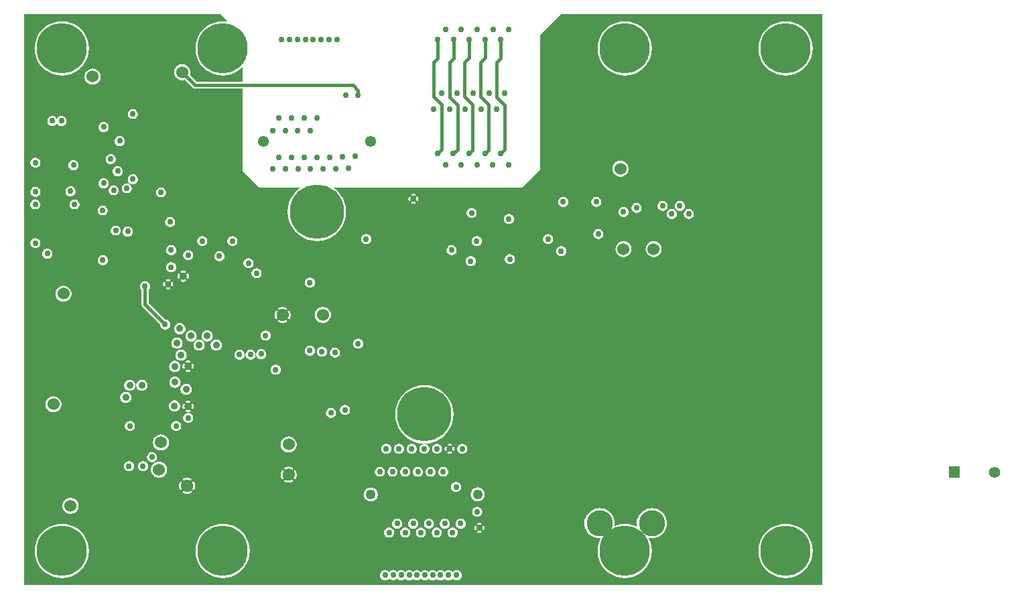
<source format=gbr>
G04 start of page 3 for group 1 idx 1 *
G04 Title: (unknown), 2PV *
G04 Creator: pcb 20110918 *
G04 CreationDate: Mon Nov 25 22:54:25 2013 UTC *
G04 For: fosse *
G04 Format: Gerber/RS-274X *
G04 PCB-Dimensions: 550000 550000 *
G04 PCB-Coordinate-Origin: lower left *
%MOIN*%
%FSLAX25Y25*%
%LNGROUP1*%
%ADD63C,0.1090*%
%ADD62C,0.1150*%
%ADD61C,0.1160*%
%ADD60C,0.0354*%
%ADD59C,0.0200*%
%ADD58C,0.0350*%
%ADD57C,0.0360*%
%ADD56C,0.0600*%
%ADD55C,0.0300*%
%ADD54C,0.2500*%
%ADD53C,0.1300*%
%ADD52C,0.0550*%
%ADD51C,0.2700*%
%ADD50C,0.0494*%
%ADD49C,0.0544*%
%ADD48C,0.0150*%
%ADD47C,0.0001*%
G54D47*G36*
X416089Y324000D02*X434500D01*
Y40000D01*
X416089D01*
Y43300D01*
X416110Y43298D01*
X418228Y43465D01*
X420295Y43961D01*
X422258Y44774D01*
X424070Y45885D01*
X425685Y47265D01*
X427065Y48880D01*
X428176Y50692D01*
X428989Y52655D01*
X429485Y54722D01*
X429610Y56840D01*
X429485Y58958D01*
X428989Y61025D01*
X428176Y62988D01*
X427065Y64800D01*
X425685Y66415D01*
X424070Y67795D01*
X422258Y68906D01*
X420295Y69719D01*
X418228Y70215D01*
X416110Y70382D01*
X416089Y70380D01*
Y293300D01*
X416110Y293298D01*
X418228Y293465D01*
X420295Y293961D01*
X422258Y294774D01*
X424070Y295885D01*
X425685Y297265D01*
X427065Y298880D01*
X428176Y300692D01*
X428989Y302655D01*
X429485Y304722D01*
X429610Y306840D01*
X429485Y308958D01*
X428989Y311025D01*
X428176Y312988D01*
X427065Y314800D01*
X425685Y316415D01*
X424070Y317795D01*
X422258Y318906D01*
X420295Y319719D01*
X418228Y320215D01*
X416110Y320382D01*
X416089Y320380D01*
Y324000D01*
G37*
G36*
X367996D02*X416089D01*
Y320380D01*
X413992Y320215D01*
X411925Y319719D01*
X409962Y318906D01*
X408150Y317795D01*
X406535Y316415D01*
X405155Y314800D01*
X404044Y312988D01*
X403231Y311025D01*
X402735Y308958D01*
X402568Y306840D01*
X402735Y304722D01*
X403231Y302655D01*
X404044Y300692D01*
X405155Y298880D01*
X406535Y297265D01*
X408150Y295885D01*
X409962Y294774D01*
X411925Y293961D01*
X413992Y293465D01*
X416089Y293300D01*
Y70380D01*
X413992Y70215D01*
X411925Y69719D01*
X409962Y68906D01*
X408150Y67795D01*
X406535Y66415D01*
X405155Y64800D01*
X404044Y62988D01*
X403231Y61025D01*
X402735Y58958D01*
X402568Y56840D01*
X402735Y54722D01*
X403231Y52655D01*
X404044Y50692D01*
X405155Y48880D01*
X406535Y47265D01*
X408150Y45885D01*
X409962Y44774D01*
X411925Y43961D01*
X413992Y43465D01*
X416089Y43300D01*
Y40000D01*
X367996D01*
Y221993D01*
X368000Y221992D01*
X368392Y222023D01*
X368775Y222115D01*
X369138Y222266D01*
X369474Y222471D01*
X369773Y222727D01*
X370029Y223026D01*
X370234Y223362D01*
X370385Y223725D01*
X370477Y224108D01*
X370500Y224500D01*
X370477Y224892D01*
X370385Y225275D01*
X370234Y225638D01*
X370029Y225974D01*
X369773Y226273D01*
X369474Y226529D01*
X369138Y226734D01*
X368775Y226885D01*
X368392Y226977D01*
X368000Y227008D01*
X367996Y227007D01*
Y324000D01*
G37*
G36*
X363496D02*X367996D01*
Y227007D01*
X367608Y226977D01*
X367225Y226885D01*
X366862Y226734D01*
X366526Y226529D01*
X366227Y226273D01*
X365971Y225974D01*
X365766Y225638D01*
X365615Y225275D01*
X365523Y224892D01*
X365492Y224500D01*
X365523Y224108D01*
X365615Y223725D01*
X365766Y223362D01*
X365971Y223026D01*
X366227Y222727D01*
X366526Y222471D01*
X366862Y222266D01*
X367225Y222115D01*
X367608Y222023D01*
X367996Y221993D01*
Y40000D01*
X363496D01*
Y225993D01*
X363500Y225992D01*
X363892Y226023D01*
X364275Y226115D01*
X364638Y226266D01*
X364974Y226471D01*
X365273Y226727D01*
X365529Y227026D01*
X365734Y227362D01*
X365885Y227725D01*
X365977Y228108D01*
X366000Y228500D01*
X365977Y228892D01*
X365885Y229275D01*
X365734Y229638D01*
X365529Y229974D01*
X365273Y230273D01*
X364974Y230529D01*
X364638Y230734D01*
X364275Y230885D01*
X363892Y230977D01*
X363500Y231008D01*
X363496Y231007D01*
Y324000D01*
G37*
G36*
X359496D02*X363496D01*
Y231007D01*
X363108Y230977D01*
X362725Y230885D01*
X362362Y230734D01*
X362026Y230529D01*
X361727Y230273D01*
X361471Y229974D01*
X361266Y229638D01*
X361115Y229275D01*
X361023Y228892D01*
X360992Y228500D01*
X361023Y228108D01*
X361115Y227725D01*
X361266Y227362D01*
X361471Y227026D01*
X361727Y226727D01*
X362026Y226471D01*
X362362Y226266D01*
X362725Y226115D01*
X363108Y226023D01*
X363496Y225993D01*
Y40000D01*
X359496D01*
Y221993D01*
X359500Y221992D01*
X359892Y222023D01*
X360275Y222115D01*
X360638Y222266D01*
X360974Y222471D01*
X361273Y222727D01*
X361529Y223026D01*
X361734Y223362D01*
X361885Y223725D01*
X361977Y224108D01*
X362000Y224500D01*
X361977Y224892D01*
X361885Y225275D01*
X361734Y225638D01*
X361529Y225974D01*
X361273Y226273D01*
X360974Y226529D01*
X360638Y226734D01*
X360275Y226885D01*
X359892Y226977D01*
X359500Y227008D01*
X359496Y227007D01*
Y324000D01*
G37*
G36*
X354996D02*X359496D01*
Y227007D01*
X359108Y226977D01*
X358725Y226885D01*
X358362Y226734D01*
X358026Y226529D01*
X357727Y226273D01*
X357471Y225974D01*
X357266Y225638D01*
X357115Y225275D01*
X357023Y224892D01*
X356992Y224500D01*
X357023Y224108D01*
X357115Y223725D01*
X357266Y223362D01*
X357471Y223026D01*
X357727Y222727D01*
X358026Y222471D01*
X358362Y222266D01*
X358725Y222115D01*
X359108Y222023D01*
X359496Y221993D01*
Y40000D01*
X354996D01*
Y65348D01*
X355696Y66168D01*
X356313Y67175D01*
X356765Y68265D01*
X357041Y69413D01*
X357110Y70590D01*
X357041Y71767D01*
X356765Y72915D01*
X356313Y74005D01*
X355696Y75012D01*
X354996Y75832D01*
Y225993D01*
X355000Y225992D01*
X355392Y226023D01*
X355775Y226115D01*
X356138Y226266D01*
X356474Y226471D01*
X356773Y226727D01*
X357029Y227026D01*
X357234Y227362D01*
X357385Y227725D01*
X357477Y228108D01*
X357500Y228500D01*
X357477Y228892D01*
X357385Y229275D01*
X357234Y229638D01*
X357029Y229974D01*
X356773Y230273D01*
X356474Y230529D01*
X356138Y230734D01*
X355775Y230885D01*
X355392Y230977D01*
X355000Y231008D01*
X354996Y231007D01*
Y324000D01*
G37*
G36*
Y40000D02*X350494D01*
Y63136D01*
X350787Y63159D01*
X351935Y63435D01*
X353025Y63887D01*
X354032Y64504D01*
X354930Y65270D01*
X354996Y65348D01*
Y40000D01*
G37*
G36*
X350494Y324000D02*X354996D01*
Y231007D01*
X354608Y230977D01*
X354225Y230885D01*
X353862Y230734D01*
X353526Y230529D01*
X353227Y230273D01*
X352971Y229974D01*
X352766Y229638D01*
X352615Y229275D01*
X352523Y228892D01*
X352492Y228500D01*
X352523Y228108D01*
X352615Y227725D01*
X352766Y227362D01*
X352971Y227026D01*
X353227Y226727D01*
X353526Y226471D01*
X353862Y226266D01*
X354225Y226115D01*
X354608Y226023D01*
X354996Y225993D01*
Y75832D01*
X354930Y75910D01*
X354032Y76676D01*
X353025Y77293D01*
X351935Y77745D01*
X350787Y78021D01*
X350494Y78044D01*
Y202988D01*
X350500Y202988D01*
X351128Y203037D01*
X351740Y203184D01*
X352322Y203425D01*
X352858Y203754D01*
X353337Y204163D01*
X353746Y204642D01*
X354075Y205178D01*
X354316Y205760D01*
X354463Y206372D01*
X354500Y207000D01*
X354463Y207628D01*
X354316Y208240D01*
X354075Y208822D01*
X353746Y209358D01*
X353337Y209837D01*
X352858Y210246D01*
X352322Y210575D01*
X351740Y210816D01*
X351128Y210963D01*
X350500Y211012D01*
X350494Y211012D01*
Y324000D01*
G37*
G36*
Y40000D02*X333994D01*
Y43465D01*
X336110Y43298D01*
X338228Y43465D01*
X340295Y43961D01*
X342258Y44774D01*
X344070Y45885D01*
X345685Y47265D01*
X347065Y48880D01*
X348176Y50692D01*
X348989Y52655D01*
X349485Y54722D01*
X349610Y56840D01*
X349485Y58958D01*
X348989Y61025D01*
X348176Y62988D01*
X348008Y63262D01*
X348433Y63159D01*
X349610Y63067D01*
X350494Y63136D01*
Y40000D01*
G37*
G36*
X341996Y324000D02*X350494D01*
Y211012D01*
X349872Y210963D01*
X349260Y210816D01*
X348678Y210575D01*
X348142Y210246D01*
X347663Y209837D01*
X347254Y209358D01*
X346925Y208822D01*
X346684Y208240D01*
X346537Y207628D01*
X346488Y207000D01*
X346537Y206372D01*
X346684Y205760D01*
X346925Y205178D01*
X347254Y204642D01*
X347663Y204163D01*
X348142Y203754D01*
X348678Y203425D01*
X349260Y203184D01*
X349872Y203037D01*
X350494Y202988D01*
Y78044D01*
X349610Y78113D01*
X348433Y78021D01*
X347285Y77745D01*
X346195Y77293D01*
X345188Y76676D01*
X344290Y75910D01*
X343524Y75012D01*
X342907Y74005D01*
X342455Y72915D01*
X342179Y71767D01*
X342087Y70590D01*
X342179Y69413D01*
X342309Y68874D01*
X342258Y68906D01*
X341996Y69014D01*
Y224993D01*
X342000Y224992D01*
X342392Y225023D01*
X342775Y225115D01*
X343138Y225266D01*
X343474Y225471D01*
X343773Y225727D01*
X344029Y226026D01*
X344234Y226362D01*
X344385Y226725D01*
X344477Y227108D01*
X344500Y227500D01*
X344477Y227892D01*
X344385Y228275D01*
X344234Y228638D01*
X344029Y228974D01*
X343773Y229273D01*
X343474Y229529D01*
X343138Y229734D01*
X342775Y229885D01*
X342392Y229977D01*
X342000Y230008D01*
X341996Y230007D01*
Y294666D01*
X342258Y294774D01*
X344070Y295885D01*
X345685Y297265D01*
X347065Y298880D01*
X348176Y300692D01*
X348989Y302655D01*
X349485Y304722D01*
X349610Y306840D01*
X349485Y308958D01*
X348989Y311025D01*
X348176Y312988D01*
X347065Y314800D01*
X345685Y316415D01*
X344070Y317795D01*
X342258Y318906D01*
X341996Y319014D01*
Y324000D01*
G37*
G36*
Y69014D02*X340295Y69719D01*
X338228Y70215D01*
X336110Y70382D01*
X333994Y70215D01*
Y203294D01*
X334260Y203184D01*
X334872Y203037D01*
X335500Y202988D01*
X336128Y203037D01*
X336740Y203184D01*
X337322Y203425D01*
X337858Y203754D01*
X338337Y204163D01*
X338746Y204642D01*
X339075Y205178D01*
X339316Y205760D01*
X339463Y206372D01*
X339500Y207000D01*
X339463Y207628D01*
X339316Y208240D01*
X339075Y208822D01*
X338746Y209358D01*
X338337Y209837D01*
X337858Y210246D01*
X337322Y210575D01*
X336740Y210816D01*
X336128Y210963D01*
X335500Y211012D01*
X334872Y210963D01*
X334260Y210816D01*
X333994Y210706D01*
Y223499D01*
X334026Y223471D01*
X334362Y223266D01*
X334725Y223115D01*
X335108Y223023D01*
X335500Y222992D01*
X335892Y223023D01*
X336275Y223115D01*
X336638Y223266D01*
X336974Y223471D01*
X337273Y223727D01*
X337529Y224026D01*
X337734Y224362D01*
X337885Y224725D01*
X337977Y225108D01*
X338000Y225500D01*
X337977Y225892D01*
X337885Y226275D01*
X337734Y226638D01*
X337529Y226974D01*
X337273Y227273D01*
X336974Y227529D01*
X336638Y227734D01*
X336275Y227885D01*
X335892Y227977D01*
X335500Y228008D01*
X335108Y227977D01*
X334725Y227885D01*
X334362Y227734D01*
X334026Y227529D01*
X333994Y227501D01*
Y242988D01*
X334000Y242988D01*
X334628Y243037D01*
X335240Y243184D01*
X335822Y243425D01*
X336358Y243754D01*
X336837Y244163D01*
X337246Y244642D01*
X337575Y245178D01*
X337816Y245760D01*
X337963Y246372D01*
X338000Y247000D01*
X337963Y247628D01*
X337816Y248240D01*
X337575Y248822D01*
X337246Y249358D01*
X336837Y249837D01*
X336358Y250246D01*
X335822Y250575D01*
X335240Y250816D01*
X334628Y250963D01*
X334000Y251012D01*
X333994Y251012D01*
Y293465D01*
X336110Y293298D01*
X338228Y293465D01*
X340295Y293961D01*
X341996Y294666D01*
Y230007D01*
X341608Y229977D01*
X341225Y229885D01*
X340862Y229734D01*
X340526Y229529D01*
X340227Y229273D01*
X339971Y228974D01*
X339766Y228638D01*
X339615Y228275D01*
X339523Y227892D01*
X339492Y227500D01*
X339523Y227108D01*
X339615Y226725D01*
X339766Y226362D01*
X339971Y226026D01*
X340227Y225727D01*
X340526Y225471D01*
X340862Y225266D01*
X341225Y225115D01*
X341608Y225023D01*
X341996Y224993D01*
Y69014D01*
G37*
G36*
X333994Y324000D02*X341996D01*
Y319014D01*
X340295Y319719D01*
X338228Y320215D01*
X336110Y320382D01*
X333994Y320215D01*
Y324000D01*
G37*
G36*
Y40000D02*X321996D01*
Y63264D01*
X322433Y63159D01*
X323610Y63067D01*
X324117Y63107D01*
X324044Y62988D01*
X323231Y61025D01*
X322735Y58958D01*
X322568Y56840D01*
X322735Y54722D01*
X323231Y52655D01*
X324044Y50692D01*
X325155Y48880D01*
X326535Y47265D01*
X328150Y45885D01*
X329962Y44774D01*
X331925Y43961D01*
X333992Y43465D01*
X333994Y43465D01*
Y40000D01*
G37*
G36*
X321996Y324000D02*X333994D01*
Y320215D01*
X333992Y320215D01*
X331925Y319719D01*
X329962Y318906D01*
X328150Y317795D01*
X326535Y316415D01*
X325155Y314800D01*
X324044Y312988D01*
X323231Y311025D01*
X322735Y308958D01*
X322568Y306840D01*
X322735Y304722D01*
X323231Y302655D01*
X324044Y300692D01*
X325155Y298880D01*
X326535Y297265D01*
X328150Y295885D01*
X329962Y294774D01*
X331925Y293961D01*
X333992Y293465D01*
X333994Y293465D01*
Y251012D01*
X333372Y250963D01*
X332760Y250816D01*
X332178Y250575D01*
X331642Y250246D01*
X331163Y249837D01*
X330754Y249358D01*
X330425Y248822D01*
X330184Y248240D01*
X330037Y247628D01*
X329988Y247000D01*
X330037Y246372D01*
X330184Y245760D01*
X330425Y245178D01*
X330754Y244642D01*
X331163Y244163D01*
X331642Y243754D01*
X332178Y243425D01*
X332760Y243184D01*
X333372Y243037D01*
X333994Y242988D01*
Y227501D01*
X333727Y227273D01*
X333471Y226974D01*
X333266Y226638D01*
X333115Y226275D01*
X333023Y225892D01*
X332992Y225500D01*
X333023Y225108D01*
X333115Y224725D01*
X333266Y224362D01*
X333471Y224026D01*
X333727Y223727D01*
X333994Y223499D01*
Y210706D01*
X333678Y210575D01*
X333142Y210246D01*
X332663Y209837D01*
X332254Y209358D01*
X331925Y208822D01*
X331684Y208240D01*
X331537Y207628D01*
X331488Y207000D01*
X331537Y206372D01*
X331684Y205760D01*
X331925Y205178D01*
X332254Y204642D01*
X332663Y204163D01*
X333142Y203754D01*
X333678Y203425D01*
X333994Y203294D01*
Y70215D01*
X333992Y70215D01*
X331925Y69719D01*
X331024Y69346D01*
X331041Y69413D01*
X331110Y70590D01*
X331041Y71767D01*
X330765Y72915D01*
X330313Y74005D01*
X329696Y75012D01*
X328930Y75910D01*
X328032Y76676D01*
X327025Y77293D01*
X325935Y77745D01*
X324787Y78021D01*
X323610Y78113D01*
X322433Y78021D01*
X321996Y77916D01*
Y212210D01*
X322225Y212115D01*
X322608Y212023D01*
X323000Y211992D01*
X323392Y212023D01*
X323775Y212115D01*
X324138Y212266D01*
X324474Y212471D01*
X324773Y212727D01*
X325029Y213026D01*
X325234Y213362D01*
X325385Y213725D01*
X325477Y214108D01*
X325500Y214500D01*
X325477Y214892D01*
X325385Y215275D01*
X325234Y215638D01*
X325029Y215974D01*
X324773Y216273D01*
X324474Y216529D01*
X324138Y216734D01*
X323775Y216885D01*
X323392Y216977D01*
X323000Y217008D01*
X322608Y216977D01*
X322225Y216885D01*
X321996Y216790D01*
Y227993D01*
X322000Y227992D01*
X322392Y228023D01*
X322775Y228115D01*
X323138Y228266D01*
X323474Y228471D01*
X323773Y228727D01*
X324029Y229026D01*
X324234Y229362D01*
X324385Y229725D01*
X324477Y230108D01*
X324500Y230500D01*
X324477Y230892D01*
X324385Y231275D01*
X324234Y231638D01*
X324029Y231974D01*
X323773Y232273D01*
X323474Y232529D01*
X323138Y232734D01*
X322775Y232885D01*
X322392Y232977D01*
X322000Y233008D01*
X321996Y233007D01*
Y324000D01*
G37*
G36*
X304496Y323996D02*X304500Y324000D01*
X321996D01*
Y233007D01*
X321608Y232977D01*
X321225Y232885D01*
X320862Y232734D01*
X320526Y232529D01*
X320227Y232273D01*
X319971Y231974D01*
X319766Y231638D01*
X319615Y231275D01*
X319523Y230892D01*
X319492Y230500D01*
X319523Y230108D01*
X319615Y229725D01*
X319766Y229362D01*
X319971Y229026D01*
X320227Y228727D01*
X320526Y228471D01*
X320862Y228266D01*
X321225Y228115D01*
X321608Y228023D01*
X321996Y227993D01*
Y216790D01*
X321862Y216734D01*
X321526Y216529D01*
X321227Y216273D01*
X320971Y215974D01*
X320766Y215638D01*
X320615Y215275D01*
X320523Y214892D01*
X320492Y214500D01*
X320523Y214108D01*
X320615Y213725D01*
X320766Y213362D01*
X320971Y213026D01*
X321227Y212727D01*
X321526Y212471D01*
X321862Y212266D01*
X321996Y212210D01*
Y77916D01*
X321285Y77745D01*
X320195Y77293D01*
X319188Y76676D01*
X318290Y75910D01*
X317524Y75012D01*
X316907Y74005D01*
X316455Y72915D01*
X316179Y71767D01*
X316087Y70590D01*
X316179Y69413D01*
X316455Y68265D01*
X316907Y67175D01*
X317524Y66168D01*
X318290Y65270D01*
X319188Y64504D01*
X320195Y63887D01*
X321285Y63435D01*
X321996Y63264D01*
Y40000D01*
X304496D01*
Y203493D01*
X304500Y203492D01*
X304892Y203523D01*
X305275Y203615D01*
X305638Y203766D01*
X305974Y203971D01*
X306273Y204227D01*
X306529Y204526D01*
X306734Y204862D01*
X306885Y205225D01*
X306977Y205608D01*
X307000Y206000D01*
X306977Y206392D01*
X306885Y206775D01*
X306734Y207138D01*
X306529Y207474D01*
X306273Y207773D01*
X305974Y208029D01*
X305638Y208234D01*
X305275Y208385D01*
X304892Y208477D01*
X304500Y208508D01*
X304496Y208507D01*
Y228210D01*
X304725Y228115D01*
X305108Y228023D01*
X305500Y227992D01*
X305892Y228023D01*
X306275Y228115D01*
X306638Y228266D01*
X306974Y228471D01*
X307273Y228727D01*
X307529Y229026D01*
X307734Y229362D01*
X307885Y229725D01*
X307977Y230108D01*
X308000Y230500D01*
X307977Y230892D01*
X307885Y231275D01*
X307734Y231638D01*
X307529Y231974D01*
X307273Y232273D01*
X306974Y232529D01*
X306638Y232734D01*
X306275Y232885D01*
X305892Y232977D01*
X305500Y233008D01*
X305108Y232977D01*
X304725Y232885D01*
X304496Y232790D01*
Y323996D01*
G37*
G36*
X297996Y317496D02*X304496Y323996D01*
Y232790D01*
X304362Y232734D01*
X304026Y232529D01*
X303727Y232273D01*
X303471Y231974D01*
X303266Y231638D01*
X303115Y231275D01*
X303023Y230892D01*
X302992Y230500D01*
X303023Y230108D01*
X303115Y229725D01*
X303266Y229362D01*
X303471Y229026D01*
X303727Y228727D01*
X304026Y228471D01*
X304362Y228266D01*
X304496Y228210D01*
Y208507D01*
X304108Y208477D01*
X303725Y208385D01*
X303362Y208234D01*
X303026Y208029D01*
X302727Y207773D01*
X302471Y207474D01*
X302266Y207138D01*
X302115Y206775D01*
X302023Y206392D01*
X301992Y206000D01*
X302023Y205608D01*
X302115Y205225D01*
X302266Y204862D01*
X302471Y204526D01*
X302727Y204227D01*
X303026Y203971D01*
X303362Y203766D01*
X303725Y203615D01*
X304108Y203523D01*
X304496Y203493D01*
Y40000D01*
X297996D01*
Y209493D01*
X298000Y209492D01*
X298392Y209523D01*
X298775Y209615D01*
X299138Y209766D01*
X299474Y209971D01*
X299773Y210227D01*
X300029Y210526D01*
X300234Y210862D01*
X300385Y211225D01*
X300477Y211608D01*
X300500Y212000D01*
X300477Y212392D01*
X300385Y212775D01*
X300234Y213138D01*
X300029Y213474D01*
X299773Y213773D01*
X299474Y214029D01*
X299138Y214234D01*
X298775Y214385D01*
X298392Y214477D01*
X298000Y214508D01*
X297996Y214507D01*
Y317496D01*
G37*
G36*
X278496Y237500D02*X285000D01*
X294000Y246500D01*
Y313500D01*
X297996Y317496D01*
Y214507D01*
X297608Y214477D01*
X297225Y214385D01*
X296862Y214234D01*
X296526Y214029D01*
X296227Y213773D01*
X295971Y213474D01*
X295766Y213138D01*
X295615Y212775D01*
X295523Y212392D01*
X295492Y212000D01*
X295523Y211608D01*
X295615Y211225D01*
X295766Y210862D01*
X295971Y210526D01*
X296227Y210227D01*
X296526Y209971D01*
X296862Y209766D01*
X297225Y209615D01*
X297608Y209523D01*
X297996Y209493D01*
Y40000D01*
X278496D01*
Y199550D01*
X278608Y199523D01*
X279000Y199492D01*
X279392Y199523D01*
X279775Y199615D01*
X280138Y199766D01*
X280474Y199971D01*
X280773Y200227D01*
X281029Y200526D01*
X281234Y200862D01*
X281385Y201225D01*
X281477Y201608D01*
X281500Y202000D01*
X281477Y202392D01*
X281385Y202775D01*
X281234Y203138D01*
X281029Y203474D01*
X280773Y203773D01*
X280474Y204029D01*
X280138Y204234D01*
X279775Y204385D01*
X279392Y204477D01*
X279000Y204508D01*
X278608Y204477D01*
X278496Y204450D01*
Y219493D01*
X278500Y219492D01*
X278892Y219523D01*
X279275Y219615D01*
X279638Y219766D01*
X279974Y219971D01*
X280273Y220227D01*
X280529Y220526D01*
X280734Y220862D01*
X280885Y221225D01*
X280977Y221608D01*
X281000Y222000D01*
X280977Y222392D01*
X280885Y222775D01*
X280734Y223138D01*
X280529Y223474D01*
X280273Y223773D01*
X279974Y224029D01*
X279638Y224234D01*
X279275Y224385D01*
X278892Y224477D01*
X278500Y224508D01*
X278496Y224507D01*
Y237500D01*
G37*
G36*
X265759D02*X278496D01*
Y224507D01*
X278108Y224477D01*
X277725Y224385D01*
X277362Y224234D01*
X277026Y224029D01*
X276727Y223773D01*
X276471Y223474D01*
X276266Y223138D01*
X276115Y222775D01*
X276023Y222392D01*
X275992Y222000D01*
X276023Y221608D01*
X276115Y221225D01*
X276266Y220862D01*
X276471Y220526D01*
X276727Y220227D01*
X277026Y219971D01*
X277362Y219766D01*
X277725Y219615D01*
X278108Y219523D01*
X278496Y219493D01*
Y204450D01*
X278225Y204385D01*
X277862Y204234D01*
X277526Y204029D01*
X277227Y203773D01*
X276971Y203474D01*
X276766Y203138D01*
X276615Y202775D01*
X276523Y202392D01*
X276492Y202000D01*
X276523Y201608D01*
X276615Y201225D01*
X276766Y200862D01*
X276971Y200526D01*
X277227Y200227D01*
X277526Y199971D01*
X277862Y199766D01*
X278225Y199615D01*
X278496Y199550D01*
Y40000D01*
X265759D01*
Y67238D01*
X265812Y67244D01*
X265888Y67265D01*
X265960Y67297D01*
X266025Y67340D01*
X266084Y67393D01*
X266133Y67454D01*
X266172Y67522D01*
X266199Y67596D01*
X266258Y67827D01*
X266292Y68062D01*
X266303Y68300D01*
X266292Y68538D01*
X266258Y68773D01*
X266202Y69005D01*
X266174Y69079D01*
X266135Y69147D01*
X266085Y69209D01*
X266026Y69262D01*
X265960Y69305D01*
X265888Y69337D01*
X265812Y69358D01*
X265759Y69363D01*
Y82847D01*
X265802Y82897D01*
X266088Y83363D01*
X266297Y83868D01*
X266424Y84399D01*
X266456Y84944D01*
X266424Y85489D01*
X266297Y86020D01*
X266088Y86525D01*
X265802Y86991D01*
X265759Y87041D01*
Y237500D01*
G37*
G36*
Y40000D02*X263801D01*
Y65797D01*
X264038Y65808D01*
X264273Y65842D01*
X264505Y65898D01*
X264579Y65926D01*
X264647Y65965D01*
X264709Y66015D01*
X264762Y66074D01*
X264805Y66140D01*
X264837Y66212D01*
X264858Y66288D01*
X264866Y66366D01*
X264862Y66445D01*
X264846Y66523D01*
X264818Y66596D01*
X264779Y66665D01*
X264729Y66726D01*
X264670Y66779D01*
X264604Y66823D01*
X264532Y66855D01*
X264456Y66875D01*
X264378Y66884D01*
X264299Y66880D01*
X264222Y66862D01*
X264084Y66827D01*
X263942Y66807D01*
X263801Y66800D01*
Y69800D01*
X263942Y69793D01*
X264084Y69773D01*
X264222Y69739D01*
X264299Y69722D01*
X264378Y69718D01*
X264456Y69726D01*
X264532Y69747D01*
X264604Y69779D01*
X264669Y69822D01*
X264728Y69875D01*
X264777Y69936D01*
X264816Y70004D01*
X264844Y70078D01*
X264860Y70155D01*
X264864Y70234D01*
X264856Y70312D01*
X264835Y70388D01*
X264803Y70460D01*
X264760Y70525D01*
X264707Y70584D01*
X264646Y70633D01*
X264578Y70672D01*
X264504Y70699D01*
X264273Y70758D01*
X264038Y70792D01*
X263801Y70803D01*
Y74086D01*
X263848Y74106D01*
X264184Y74311D01*
X264483Y74567D01*
X264739Y74866D01*
X264944Y75202D01*
X265095Y75565D01*
X265187Y75948D01*
X265210Y76340D01*
X265187Y76732D01*
X265095Y77115D01*
X264944Y77478D01*
X264739Y77814D01*
X264483Y78113D01*
X264184Y78369D01*
X263848Y78574D01*
X263801Y78594D01*
Y81570D01*
X264061Y81632D01*
X264566Y81841D01*
X265032Y82127D01*
X265447Y82482D01*
X265759Y82847D01*
Y69363D01*
X265734Y69366D01*
X265655Y69362D01*
X265577Y69346D01*
X265504Y69318D01*
X265435Y69279D01*
X265374Y69229D01*
X265321Y69170D01*
X265277Y69104D01*
X265245Y69032D01*
X265225Y68956D01*
X265216Y68878D01*
X265220Y68799D01*
X265238Y68722D01*
X265273Y68584D01*
X265293Y68442D01*
X265300Y68300D01*
X265293Y68158D01*
X265273Y68016D01*
X265239Y67878D01*
X265222Y67801D01*
X265218Y67722D01*
X265226Y67644D01*
X265247Y67568D01*
X265279Y67496D01*
X265322Y67431D01*
X265375Y67372D01*
X265436Y67323D01*
X265504Y67284D01*
X265578Y67256D01*
X265655Y67240D01*
X265734Y67236D01*
X265759Y67238D01*
Y40000D01*
G37*
G36*
X263801Y237500D02*X265759D01*
Y87041D01*
X265447Y87406D01*
X265032Y87761D01*
X264566Y88047D01*
X264061Y88256D01*
X263801Y88318D01*
Y208865D01*
X263974Y208971D01*
X264273Y209227D01*
X264529Y209526D01*
X264734Y209862D01*
X264885Y210225D01*
X264977Y210608D01*
X265000Y211000D01*
X264977Y211392D01*
X264885Y211775D01*
X264734Y212138D01*
X264529Y212474D01*
X264273Y212773D01*
X263974Y213029D01*
X263801Y213135D01*
Y237500D01*
G37*
G36*
Y88318D02*X263530Y88383D01*
X262985Y88426D01*
X262706Y88404D01*
Y208509D01*
X262892Y208523D01*
X263275Y208615D01*
X263638Y208766D01*
X263801Y208865D01*
Y88318D01*
G37*
G36*
Y78594D02*X263485Y78725D01*
X263102Y78817D01*
X262710Y78848D01*
X262706Y78847D01*
Y81484D01*
X262985Y81462D01*
X263530Y81505D01*
X263801Y81570D01*
Y78594D01*
G37*
G36*
Y40000D02*X262706D01*
Y73833D01*
X262710Y73832D01*
X263102Y73863D01*
X263485Y73955D01*
X263801Y74086D01*
Y70803D01*
X263800Y70803D01*
X263562Y70792D01*
X263327Y70758D01*
X263095Y70702D01*
X263021Y70674D01*
X262953Y70635D01*
X262891Y70585D01*
X262838Y70526D01*
X262795Y70460D01*
X262763Y70388D01*
X262742Y70312D01*
X262734Y70234D01*
X262738Y70155D01*
X262754Y70077D01*
X262782Y70004D01*
X262821Y69935D01*
X262871Y69874D01*
X262930Y69821D01*
X262996Y69777D01*
X263068Y69745D01*
X263144Y69725D01*
X263222Y69716D01*
X263301Y69720D01*
X263378Y69738D01*
X263516Y69773D01*
X263658Y69793D01*
X263800Y69800D01*
X263801Y69800D01*
Y66800D01*
X263800Y66800D01*
X263658Y66807D01*
X263516Y66827D01*
X263378Y66861D01*
X263301Y66878D01*
X263222Y66882D01*
X263144Y66874D01*
X263068Y66853D01*
X262996Y66821D01*
X262931Y66778D01*
X262872Y66725D01*
X262823Y66664D01*
X262784Y66596D01*
X262756Y66522D01*
X262740Y66445D01*
X262736Y66366D01*
X262744Y66288D01*
X262765Y66212D01*
X262797Y66140D01*
X262840Y66075D01*
X262893Y66016D01*
X262954Y65967D01*
X263022Y65928D01*
X263096Y65901D01*
X263327Y65842D01*
X263562Y65808D01*
X263800Y65797D01*
X263801Y65797D01*
Y40000D01*
G37*
G36*
X262706Y237500D02*X263801D01*
Y213135D01*
X263638Y213234D01*
X263275Y213385D01*
X262892Y213477D01*
X262706Y213491D01*
Y237500D01*
G37*
G36*
Y88404D02*X262440Y88383D01*
X261909Y88256D01*
X261404Y88047D01*
X260938Y87761D01*
X260523Y87406D01*
X260168Y86991D01*
X259996Y86711D01*
Y198548D01*
X260275Y198615D01*
X260638Y198766D01*
X260974Y198971D01*
X261273Y199227D01*
X261529Y199526D01*
X261734Y199862D01*
X261885Y200225D01*
X261977Y200608D01*
X262000Y201000D01*
X261977Y201392D01*
X261885Y201775D01*
X261734Y202138D01*
X261529Y202474D01*
X261273Y202773D01*
X260974Y203029D01*
X260638Y203234D01*
X260275Y203385D01*
X259996Y203452D01*
Y210951D01*
X260023Y210608D01*
X260115Y210225D01*
X260266Y209862D01*
X260471Y209526D01*
X260727Y209227D01*
X261026Y208971D01*
X261362Y208766D01*
X261725Y208615D01*
X262108Y208523D01*
X262500Y208492D01*
X262706Y208509D01*
Y88404D01*
G37*
G36*
X261841Y81661D02*X261909Y81632D01*
X262440Y81505D01*
X262706Y81484D01*
Y78847D01*
X262318Y78817D01*
X261935Y78725D01*
X261841Y78686D01*
Y81661D01*
G37*
G36*
X262706Y40000D02*X261841D01*
Y67237D01*
X261866Y67234D01*
X261945Y67238D01*
X262023Y67254D01*
X262096Y67282D01*
X262165Y67321D01*
X262226Y67371D01*
X262279Y67430D01*
X262323Y67496D01*
X262355Y67568D01*
X262375Y67644D01*
X262384Y67722D01*
X262380Y67801D01*
X262362Y67878D01*
X262327Y68016D01*
X262307Y68158D01*
X262300Y68300D01*
X262307Y68442D01*
X262327Y68584D01*
X262361Y68722D01*
X262378Y68799D01*
X262382Y68878D01*
X262374Y68956D01*
X262353Y69032D01*
X262321Y69104D01*
X262278Y69169D01*
X262225Y69228D01*
X262164Y69277D01*
X262096Y69316D01*
X262022Y69344D01*
X261945Y69360D01*
X261866Y69364D01*
X261841Y69362D01*
Y73994D01*
X261935Y73955D01*
X262318Y73863D01*
X262706Y73833D01*
Y40000D01*
G37*
G36*
X261841D02*X259996D01*
Y83177D01*
X260168Y82897D01*
X260523Y82482D01*
X260938Y82127D01*
X261404Y81841D01*
X261841Y81661D01*
Y78686D01*
X261572Y78574D01*
X261236Y78369D01*
X260937Y78113D01*
X260681Y77814D01*
X260476Y77478D01*
X260325Y77115D01*
X260233Y76732D01*
X260202Y76340D01*
X260233Y75948D01*
X260325Y75565D01*
X260476Y75202D01*
X260681Y74866D01*
X260937Y74567D01*
X261236Y74311D01*
X261572Y74106D01*
X261841Y73994D01*
Y69362D01*
X261788Y69356D01*
X261712Y69335D01*
X261640Y69303D01*
X261575Y69260D01*
X261516Y69207D01*
X261467Y69146D01*
X261428Y69078D01*
X261401Y69004D01*
X261342Y68773D01*
X261308Y68538D01*
X261297Y68300D01*
X261308Y68062D01*
X261342Y67827D01*
X261398Y67595D01*
X261426Y67521D01*
X261465Y67453D01*
X261515Y67391D01*
X261574Y67338D01*
X261640Y67295D01*
X261712Y67263D01*
X261788Y67242D01*
X261841Y67237D01*
Y40000D01*
G37*
G36*
X259996Y237500D02*X262706D01*
Y213491D01*
X262500Y213508D01*
X262108Y213477D01*
X261725Y213385D01*
X261362Y213234D01*
X261026Y213029D01*
X260727Y212773D01*
X260471Y212474D01*
X260266Y212138D01*
X260115Y211775D01*
X260023Y211392D01*
X259996Y211049D01*
Y222493D01*
X260000Y222492D01*
X260392Y222523D01*
X260775Y222615D01*
X261138Y222766D01*
X261474Y222971D01*
X261773Y223227D01*
X262029Y223526D01*
X262234Y223862D01*
X262385Y224225D01*
X262477Y224608D01*
X262500Y225000D01*
X262477Y225392D01*
X262385Y225775D01*
X262234Y226138D01*
X262029Y226474D01*
X261773Y226773D01*
X261474Y227029D01*
X261138Y227234D01*
X260775Y227385D01*
X260392Y227477D01*
X260000Y227508D01*
X259996Y227507D01*
Y237500D01*
G37*
G36*
X254506D02*X259996D01*
Y227507D01*
X259608Y227477D01*
X259225Y227385D01*
X258862Y227234D01*
X258526Y227029D01*
X258227Y226773D01*
X257971Y226474D01*
X257766Y226138D01*
X257615Y225775D01*
X257523Y225392D01*
X257492Y225000D01*
X257523Y224608D01*
X257615Y224225D01*
X257766Y223862D01*
X257971Y223526D01*
X258227Y223227D01*
X258526Y222971D01*
X258862Y222766D01*
X259225Y222615D01*
X259608Y222523D01*
X259996Y222493D01*
Y211049D01*
X259992Y211000D01*
X259996Y210951D01*
Y203452D01*
X259892Y203477D01*
X259500Y203508D01*
X259108Y203477D01*
X258725Y203385D01*
X258362Y203234D01*
X258026Y203029D01*
X257727Y202773D01*
X257471Y202474D01*
X257266Y202138D01*
X257115Y201775D01*
X257023Y201392D01*
X256992Y201000D01*
X257023Y200608D01*
X257115Y200225D01*
X257266Y199862D01*
X257471Y199526D01*
X257727Y199227D01*
X258026Y198971D01*
X258362Y198766D01*
X258725Y198615D01*
X259108Y198523D01*
X259500Y198492D01*
X259892Y198523D01*
X259996Y198548D01*
Y86711D01*
X259882Y86525D01*
X259673Y86020D01*
X259546Y85489D01*
X259503Y84944D01*
X259546Y84399D01*
X259673Y83868D01*
X259882Y83363D01*
X259996Y83177D01*
Y40000D01*
X254506D01*
Y43228D01*
X254539Y43266D01*
X254744Y43602D01*
X254895Y43965D01*
X254987Y44348D01*
X255010Y44740D01*
X254987Y45132D01*
X254895Y45515D01*
X254744Y45878D01*
X254539Y46214D01*
X254506Y46252D01*
Y67933D01*
X254510Y67932D01*
X254902Y67963D01*
X255285Y68055D01*
X255648Y68206D01*
X255984Y68411D01*
X256283Y68667D01*
X256539Y68966D01*
X256744Y69302D01*
X256895Y69665D01*
X256987Y70048D01*
X257010Y70440D01*
X256987Y70832D01*
X256895Y71215D01*
X256744Y71578D01*
X256539Y71914D01*
X256283Y72213D01*
X255984Y72469D01*
X255648Y72674D01*
X255285Y72825D01*
X254902Y72917D01*
X254510Y72948D01*
X254506Y72947D01*
Y87651D01*
X254595Y87865D01*
X254687Y88248D01*
X254710Y88640D01*
X254687Y89032D01*
X254595Y89415D01*
X254506Y89629D01*
Y105267D01*
X254535Y105255D01*
X254918Y105163D01*
X255310Y105132D01*
X255702Y105163D01*
X256085Y105255D01*
X256448Y105406D01*
X256784Y105611D01*
X257083Y105867D01*
X257339Y106166D01*
X257544Y106502D01*
X257695Y106865D01*
X257787Y107248D01*
X257810Y107640D01*
X257787Y108032D01*
X257695Y108415D01*
X257544Y108778D01*
X257339Y109114D01*
X257083Y109413D01*
X256784Y109669D01*
X256448Y109874D01*
X256085Y110025D01*
X255702Y110117D01*
X255310Y110148D01*
X254918Y110117D01*
X254535Y110025D01*
X254506Y110013D01*
Y237500D01*
G37*
G36*
Y46252D02*X254283Y46513D01*
X253984Y46769D01*
X253648Y46974D01*
X253285Y47125D01*
X252902Y47217D01*
X252510Y47248D01*
X252118Y47217D01*
X251735Y47125D01*
X251372Y46974D01*
X251036Y46769D01*
X250737Y46513D01*
X250510Y46248D01*
X250283Y46513D01*
X249996Y46758D01*
Y63492D01*
X250118Y63463D01*
X250510Y63432D01*
X250902Y63463D01*
X251285Y63555D01*
X251648Y63706D01*
X251984Y63911D01*
X252283Y64167D01*
X252539Y64466D01*
X252744Y64802D01*
X252895Y65165D01*
X252987Y65548D01*
X253010Y65940D01*
X252987Y66332D01*
X252895Y66715D01*
X252744Y67078D01*
X252539Y67414D01*
X252283Y67713D01*
X251984Y67969D01*
X251648Y68174D01*
X251285Y68325D01*
X250902Y68417D01*
X250510Y68448D01*
X250118Y68417D01*
X249996Y68388D01*
Y87468D01*
X250181Y87166D01*
X250437Y86867D01*
X250736Y86611D01*
X251072Y86406D01*
X251435Y86255D01*
X251818Y86163D01*
X252210Y86132D01*
X252602Y86163D01*
X252985Y86255D01*
X253348Y86406D01*
X253684Y86611D01*
X253983Y86867D01*
X254239Y87166D01*
X254444Y87502D01*
X254506Y87651D01*
Y72947D01*
X254118Y72917D01*
X253735Y72825D01*
X253372Y72674D01*
X253036Y72469D01*
X252737Y72213D01*
X252481Y71914D01*
X252276Y71578D01*
X252125Y71215D01*
X252033Y70832D01*
X252002Y70440D01*
X252033Y70048D01*
X252125Y69665D01*
X252276Y69302D01*
X252481Y68966D01*
X252737Y68667D01*
X253036Y68411D01*
X253372Y68206D01*
X253735Y68055D01*
X254118Y67963D01*
X254506Y67933D01*
Y46252D01*
G37*
G36*
Y40000D02*X249996D01*
Y42722D01*
X250283Y42967D01*
X250510Y43232D01*
X250737Y42967D01*
X251036Y42711D01*
X251372Y42506D01*
X251735Y42355D01*
X252118Y42263D01*
X252510Y42232D01*
X252902Y42263D01*
X253285Y42355D01*
X253648Y42506D01*
X253984Y42711D01*
X254283Y42967D01*
X254506Y43228D01*
Y40000D01*
G37*
G36*
X250969Y237500D02*X254506D01*
Y110013D01*
X254172Y109874D01*
X253836Y109669D01*
X253537Y109413D01*
X253281Y109114D01*
X253076Y108778D01*
X252925Y108415D01*
X252833Y108032D01*
X252802Y107640D01*
X252833Y107248D01*
X252925Y106865D01*
X253076Y106502D01*
X253281Y106166D01*
X253537Y105867D01*
X253836Y105611D01*
X254172Y105406D01*
X254506Y105267D01*
Y89629D01*
X254444Y89778D01*
X254239Y90114D01*
X253983Y90413D01*
X253684Y90669D01*
X253348Y90874D01*
X252985Y91025D01*
X252602Y91117D01*
X252210Y91148D01*
X251818Y91117D01*
X251435Y91025D01*
X251072Y90874D01*
X250969Y90812D01*
Y106578D01*
X251022Y106584D01*
X251098Y106605D01*
X251170Y106637D01*
X251235Y106680D01*
X251294Y106733D01*
X251343Y106794D01*
X251382Y106862D01*
X251409Y106936D01*
X251468Y107167D01*
X251502Y107402D01*
X251513Y107640D01*
X251502Y107878D01*
X251468Y108113D01*
X251412Y108345D01*
X251384Y108419D01*
X251345Y108487D01*
X251295Y108549D01*
X251236Y108602D01*
X251170Y108645D01*
X251098Y108677D01*
X251022Y108698D01*
X250969Y108703D01*
Y204196D01*
X251138Y204266D01*
X251474Y204471D01*
X251773Y204727D01*
X252029Y205026D01*
X252234Y205362D01*
X252385Y205725D01*
X252477Y206108D01*
X252500Y206500D01*
X252477Y206892D01*
X252385Y207275D01*
X252234Y207638D01*
X252029Y207974D01*
X251773Y208273D01*
X251474Y208529D01*
X251138Y208734D01*
X250969Y208804D01*
Y237500D01*
G37*
G36*
Y90812D02*X250736Y90669D01*
X250437Y90413D01*
X250181Y90114D01*
X249996Y89812D01*
Y105451D01*
X250015Y105480D01*
X250047Y105552D01*
X250068Y105628D01*
X250076Y105706D01*
X250072Y105785D01*
X250056Y105863D01*
X250028Y105936D01*
X249996Y105992D01*
Y109292D01*
X250026Y109344D01*
X250054Y109418D01*
X250070Y109495D01*
X250074Y109574D01*
X250066Y109652D01*
X250045Y109728D01*
X250013Y109800D01*
X249996Y109826D01*
Y119650D01*
X250243Y120245D01*
X250776Y122465D01*
X250910Y124740D01*
X250776Y127015D01*
X250243Y129235D01*
X249996Y129830D01*
Y203993D01*
X250000Y203992D01*
X250392Y204023D01*
X250775Y204115D01*
X250969Y204196D01*
Y108703D01*
X250944Y108706D01*
X250865Y108702D01*
X250787Y108686D01*
X250714Y108658D01*
X250645Y108619D01*
X250584Y108569D01*
X250531Y108510D01*
X250487Y108444D01*
X250455Y108372D01*
X250435Y108296D01*
X250426Y108218D01*
X250430Y108139D01*
X250448Y108062D01*
X250483Y107924D01*
X250503Y107782D01*
X250510Y107640D01*
X250503Y107498D01*
X250483Y107356D01*
X250449Y107218D01*
X250432Y107141D01*
X250428Y107062D01*
X250436Y106984D01*
X250457Y106908D01*
X250489Y106836D01*
X250532Y106771D01*
X250585Y106712D01*
X250646Y106663D01*
X250714Y106624D01*
X250788Y106596D01*
X250865Y106580D01*
X250944Y106576D01*
X250969Y106578D01*
Y90812D01*
G37*
G36*
X249996Y237500D02*X250969D01*
Y208804D01*
X250775Y208885D01*
X250392Y208977D01*
X250000Y209008D01*
X249996Y209007D01*
Y237500D01*
G37*
G36*
X218906Y43228D02*X218939Y43266D01*
X218945Y43276D01*
X219176Y43006D01*
X219475Y42750D01*
X219811Y42545D01*
X220174Y42394D01*
X220557Y42302D01*
X220949Y42271D01*
X221341Y42302D01*
X221724Y42394D01*
X222087Y42545D01*
X222423Y42750D01*
X222722Y43006D01*
X222911Y43227D01*
X223113Y42991D01*
X223412Y42735D01*
X223748Y42530D01*
X224111Y42379D01*
X224494Y42287D01*
X224886Y42256D01*
X225278Y42287D01*
X225661Y42379D01*
X226024Y42530D01*
X226360Y42735D01*
X226659Y42991D01*
X226888Y43258D01*
X227137Y42967D01*
X227436Y42711D01*
X227772Y42506D01*
X228135Y42355D01*
X228518Y42263D01*
X228910Y42232D01*
X229302Y42263D01*
X229685Y42355D01*
X230048Y42506D01*
X230384Y42711D01*
X230683Y42967D01*
X230810Y43115D01*
X230937Y42967D01*
X231236Y42711D01*
X231572Y42506D01*
X231935Y42355D01*
X232318Y42263D01*
X232710Y42232D01*
X233102Y42263D01*
X233485Y42355D01*
X233848Y42506D01*
X234184Y42711D01*
X234483Y42967D01*
X234710Y43232D01*
X234937Y42967D01*
X235236Y42711D01*
X235572Y42506D01*
X235935Y42355D01*
X236318Y42263D01*
X236710Y42232D01*
X237102Y42263D01*
X237485Y42355D01*
X237848Y42506D01*
X238184Y42711D01*
X238483Y42967D01*
X238660Y43174D01*
X238837Y42967D01*
X239136Y42711D01*
X239472Y42506D01*
X239835Y42355D01*
X240218Y42263D01*
X240610Y42232D01*
X241002Y42263D01*
X241385Y42355D01*
X241748Y42506D01*
X242084Y42711D01*
X242383Y42967D01*
X242560Y43174D01*
X242737Y42967D01*
X243036Y42711D01*
X243372Y42506D01*
X243735Y42355D01*
X244118Y42263D01*
X244510Y42232D01*
X244902Y42263D01*
X245285Y42355D01*
X245648Y42506D01*
X245984Y42711D01*
X246283Y42967D01*
X246510Y43232D01*
X246737Y42967D01*
X247036Y42711D01*
X247372Y42506D01*
X247735Y42355D01*
X248118Y42263D01*
X248510Y42232D01*
X248902Y42263D01*
X249285Y42355D01*
X249648Y42506D01*
X249984Y42711D01*
X249996Y42722D01*
Y40000D01*
X218906D01*
Y43228D01*
G37*
G36*
X246606Y114380D02*X246695Y114455D01*
X248177Y116191D01*
X249369Y118137D01*
X249996Y119650D01*
Y109826D01*
X249970Y109865D01*
X249917Y109924D01*
X249856Y109973D01*
X249788Y110012D01*
X249714Y110039D01*
X249483Y110098D01*
X249248Y110132D01*
X249010Y110143D01*
X248772Y110132D01*
X248537Y110098D01*
X248305Y110042D01*
X248231Y110014D01*
X248163Y109975D01*
X248101Y109925D01*
X248048Y109866D01*
X248005Y109800D01*
X247973Y109728D01*
X247952Y109652D01*
X247944Y109574D01*
X247948Y109495D01*
X247964Y109417D01*
X247992Y109344D01*
X248031Y109275D01*
X248081Y109214D01*
X248140Y109161D01*
X248206Y109117D01*
X248278Y109085D01*
X248354Y109065D01*
X248432Y109056D01*
X248511Y109060D01*
X248588Y109078D01*
X248726Y109113D01*
X248868Y109133D01*
X249010Y109140D01*
X249152Y109133D01*
X249294Y109113D01*
X249432Y109079D01*
X249509Y109062D01*
X249588Y109058D01*
X249666Y109066D01*
X249742Y109087D01*
X249814Y109119D01*
X249879Y109162D01*
X249938Y109215D01*
X249987Y109276D01*
X249996Y109292D01*
Y105992D01*
X249989Y106005D01*
X249939Y106066D01*
X249880Y106119D01*
X249814Y106163D01*
X249742Y106195D01*
X249666Y106215D01*
X249588Y106224D01*
X249509Y106220D01*
X249432Y106202D01*
X249294Y106167D01*
X249152Y106147D01*
X249010Y106140D01*
X248868Y106147D01*
X248726Y106167D01*
X248588Y106201D01*
X248511Y106218D01*
X248432Y106222D01*
X248354Y106214D01*
X248278Y106193D01*
X248206Y106161D01*
X248141Y106118D01*
X248082Y106065D01*
X248033Y106004D01*
X247994Y105936D01*
X247966Y105862D01*
X247950Y105785D01*
X247946Y105706D01*
X247954Y105628D01*
X247975Y105552D01*
X248007Y105480D01*
X248050Y105415D01*
X248103Y105356D01*
X248164Y105307D01*
X248232Y105268D01*
X248306Y105241D01*
X248537Y105182D01*
X248772Y105148D01*
X249010Y105137D01*
X249248Y105148D01*
X249483Y105182D01*
X249715Y105238D01*
X249789Y105266D01*
X249857Y105305D01*
X249919Y105355D01*
X249972Y105414D01*
X249996Y105451D01*
Y89812D01*
X249976Y89778D01*
X249825Y89415D01*
X249733Y89032D01*
X249702Y88640D01*
X249733Y88248D01*
X249825Y87865D01*
X249976Y87502D01*
X249996Y87468D01*
Y68388D01*
X249735Y68325D01*
X249372Y68174D01*
X249036Y67969D01*
X248737Y67713D01*
X248481Y67414D01*
X248276Y67078D01*
X248125Y66715D01*
X248033Y66332D01*
X248002Y65940D01*
X248033Y65548D01*
X248125Y65165D01*
X248276Y64802D01*
X248481Y64466D01*
X248737Y64167D01*
X249036Y63911D01*
X249372Y63706D01*
X249735Y63555D01*
X249996Y63492D01*
Y46758D01*
X249984Y46769D01*
X249648Y46974D01*
X249285Y47125D01*
X248902Y47217D01*
X248510Y47248D01*
X248118Y47217D01*
X247735Y47125D01*
X247372Y46974D01*
X247036Y46769D01*
X246737Y46513D01*
X246606Y46360D01*
Y67933D01*
X246610Y67932D01*
X247002Y67963D01*
X247385Y68055D01*
X247748Y68206D01*
X248084Y68411D01*
X248383Y68667D01*
X248639Y68966D01*
X248844Y69302D01*
X248995Y69665D01*
X249087Y70048D01*
X249110Y70440D01*
X249087Y70832D01*
X248995Y71215D01*
X248844Y71578D01*
X248639Y71914D01*
X248383Y72213D01*
X248084Y72469D01*
X247748Y72674D01*
X247385Y72825D01*
X247002Y72917D01*
X246610Y72948D01*
X246606Y72947D01*
Y93864D01*
X246948Y94006D01*
X247284Y94211D01*
X247583Y94467D01*
X247839Y94766D01*
X248044Y95102D01*
X248195Y95465D01*
X248287Y95848D01*
X248310Y96240D01*
X248287Y96632D01*
X248195Y97015D01*
X248044Y97378D01*
X247839Y97714D01*
X247583Y98013D01*
X247284Y98269D01*
X246948Y98474D01*
X246606Y98616D01*
Y106945D01*
X246608Y106935D01*
X246636Y106861D01*
X246675Y106793D01*
X246725Y106731D01*
X246784Y106678D01*
X246850Y106635D01*
X246922Y106603D01*
X246998Y106582D01*
X247076Y106574D01*
X247155Y106578D01*
X247233Y106594D01*
X247306Y106622D01*
X247375Y106661D01*
X247436Y106711D01*
X247489Y106770D01*
X247533Y106836D01*
X247565Y106908D01*
X247585Y106984D01*
X247594Y107062D01*
X247590Y107141D01*
X247572Y107218D01*
X247537Y107356D01*
X247517Y107498D01*
X247510Y107640D01*
X247517Y107782D01*
X247537Y107924D01*
X247571Y108062D01*
X247588Y108139D01*
X247592Y108218D01*
X247584Y108296D01*
X247563Y108372D01*
X247531Y108444D01*
X247488Y108509D01*
X247435Y108568D01*
X247374Y108617D01*
X247306Y108656D01*
X247232Y108684D01*
X247155Y108700D01*
X247076Y108704D01*
X246998Y108696D01*
X246922Y108675D01*
X246850Y108643D01*
X246785Y108600D01*
X246726Y108547D01*
X246677Y108486D01*
X246638Y108418D01*
X246611Y108344D01*
X246606Y108324D01*
Y114380D01*
G37*
G36*
X242606Y111612D02*X243013Y111781D01*
X244959Y112973D01*
X246606Y114380D01*
Y108324D01*
X246552Y108113D01*
X246518Y107878D01*
X246507Y107640D01*
X246518Y107402D01*
X246552Y107167D01*
X246606Y106945D01*
Y98616D01*
X246585Y98625D01*
X246202Y98717D01*
X245810Y98748D01*
X245418Y98717D01*
X245035Y98625D01*
X244672Y98474D01*
X244336Y98269D01*
X244037Y98013D01*
X243781Y97714D01*
X243576Y97378D01*
X243425Y97015D01*
X243333Y96632D01*
X243302Y96240D01*
X243333Y95848D01*
X243425Y95465D01*
X243576Y95102D01*
X243781Y94766D01*
X244037Y94467D01*
X244336Y94211D01*
X244672Y94006D01*
X245035Y93855D01*
X245418Y93763D01*
X245810Y93732D01*
X246202Y93763D01*
X246585Y93855D01*
X246606Y93864D01*
Y72947D01*
X246218Y72917D01*
X245835Y72825D01*
X245472Y72674D01*
X245136Y72469D01*
X244837Y72213D01*
X244581Y71914D01*
X244376Y71578D01*
X244225Y71215D01*
X244133Y70832D01*
X244102Y70440D01*
X244133Y70048D01*
X244225Y69665D01*
X244376Y69302D01*
X244581Y68966D01*
X244837Y68667D01*
X245136Y68411D01*
X245472Y68206D01*
X245835Y68055D01*
X246218Y67963D01*
X246606Y67933D01*
Y46360D01*
X246510Y46248D01*
X246283Y46513D01*
X245984Y46769D01*
X245648Y46974D01*
X245285Y47125D01*
X244902Y47217D01*
X244510Y47248D01*
X244118Y47217D01*
X243735Y47125D01*
X243372Y46974D01*
X243036Y46769D01*
X242737Y46513D01*
X242606Y46360D01*
Y63433D01*
X242610Y63432D01*
X243002Y63463D01*
X243385Y63555D01*
X243748Y63706D01*
X244084Y63911D01*
X244383Y64167D01*
X244639Y64466D01*
X244844Y64802D01*
X244995Y65165D01*
X245087Y65548D01*
X245110Y65940D01*
X245087Y66332D01*
X244995Y66715D01*
X244844Y67078D01*
X244639Y67414D01*
X244383Y67713D01*
X244084Y67969D01*
X243748Y68174D01*
X243385Y68325D01*
X243002Y68417D01*
X242610Y68448D01*
X242606Y68447D01*
Y105140D01*
X242710Y105132D01*
X243102Y105163D01*
X243485Y105255D01*
X243848Y105406D01*
X244184Y105611D01*
X244483Y105867D01*
X244739Y106166D01*
X244944Y106502D01*
X245095Y106865D01*
X245187Y107248D01*
X245210Y107640D01*
X245187Y108032D01*
X245095Y108415D01*
X244944Y108778D01*
X244739Y109114D01*
X244483Y109413D01*
X244184Y109669D01*
X243848Y109874D01*
X243485Y110025D01*
X243102Y110117D01*
X242710Y110148D01*
X242606Y110140D01*
Y111612D01*
G37*
G36*
X238706Y110379D02*X240905Y110907D01*
X242606Y111612D01*
Y110140D01*
X242318Y110117D01*
X241935Y110025D01*
X241572Y109874D01*
X241236Y109669D01*
X240937Y109413D01*
X240681Y109114D01*
X240476Y108778D01*
X240325Y108415D01*
X240233Y108032D01*
X240202Y107640D01*
X240233Y107248D01*
X240325Y106865D01*
X240476Y106502D01*
X240681Y106166D01*
X240937Y105867D01*
X241236Y105611D01*
X241572Y105406D01*
X241935Y105255D01*
X242318Y105163D01*
X242606Y105140D01*
Y68447D01*
X242218Y68417D01*
X241835Y68325D01*
X241472Y68174D01*
X241136Y67969D01*
X240837Y67713D01*
X240581Y67414D01*
X240376Y67078D01*
X240225Y66715D01*
X240133Y66332D01*
X240102Y65940D01*
X240133Y65548D01*
X240225Y65165D01*
X240376Y64802D01*
X240581Y64466D01*
X240837Y64167D01*
X241136Y63911D01*
X241472Y63706D01*
X241835Y63555D01*
X242218Y63463D01*
X242606Y63433D01*
Y46360D01*
X242560Y46306D01*
X242383Y46513D01*
X242084Y46769D01*
X241748Y46974D01*
X241385Y47125D01*
X241002Y47217D01*
X240610Y47248D01*
X240218Y47217D01*
X239835Y47125D01*
X239472Y46974D01*
X239136Y46769D01*
X238837Y46513D01*
X238706Y46360D01*
Y67933D01*
X238710Y67932D01*
X239102Y67963D01*
X239485Y68055D01*
X239848Y68206D01*
X240184Y68411D01*
X240483Y68667D01*
X240739Y68966D01*
X240944Y69302D01*
X241095Y69665D01*
X241187Y70048D01*
X241210Y70440D01*
X241187Y70832D01*
X241095Y71215D01*
X240944Y71578D01*
X240739Y71914D01*
X240483Y72213D01*
X240184Y72469D01*
X239848Y72674D01*
X239485Y72825D01*
X239102Y72917D01*
X238710Y72948D01*
X238706Y72947D01*
Y93867D01*
X238735Y93855D01*
X239118Y93763D01*
X239510Y93732D01*
X239902Y93763D01*
X240285Y93855D01*
X240648Y94006D01*
X240984Y94211D01*
X241283Y94467D01*
X241539Y94766D01*
X241744Y95102D01*
X241895Y95465D01*
X241987Y95848D01*
X242010Y96240D01*
X241987Y96632D01*
X241895Y97015D01*
X241744Y97378D01*
X241539Y97714D01*
X241283Y98013D01*
X240984Y98269D01*
X240648Y98474D01*
X240285Y98625D01*
X239902Y98717D01*
X239510Y98748D01*
X239118Y98717D01*
X238735Y98625D01*
X238706Y98613D01*
Y106651D01*
X238795Y106865D01*
X238887Y107248D01*
X238910Y107640D01*
X238887Y108032D01*
X238795Y108415D01*
X238706Y108629D01*
Y110379D01*
G37*
G36*
Y46360D02*X238660Y46306D01*
X238483Y46513D01*
X238184Y46769D01*
X237848Y46974D01*
X237485Y47125D01*
X237102Y47217D01*
X236710Y47248D01*
X236318Y47217D01*
X235935Y47125D01*
X235572Y46974D01*
X235236Y46769D01*
X234937Y46513D01*
X234710Y46248D01*
X234706Y46252D01*
Y63433D01*
X234710Y63432D01*
X235102Y63463D01*
X235485Y63555D01*
X235848Y63706D01*
X236184Y63911D01*
X236483Y64167D01*
X236739Y64466D01*
X236944Y64802D01*
X237095Y65165D01*
X237187Y65548D01*
X237210Y65940D01*
X237187Y66332D01*
X237095Y66715D01*
X236944Y67078D01*
X236739Y67414D01*
X236483Y67713D01*
X236184Y67969D01*
X235848Y68174D01*
X235485Y68325D01*
X235102Y68417D01*
X234710Y68448D01*
X234706Y68447D01*
Y94230D01*
X234983Y94467D01*
X235239Y94766D01*
X235444Y95102D01*
X235595Y95465D01*
X235687Y95848D01*
X235710Y96240D01*
X235687Y96632D01*
X235595Y97015D01*
X235444Y97378D01*
X235239Y97714D01*
X234983Y98013D01*
X234706Y98250D01*
Y105808D01*
X234936Y105611D01*
X235272Y105406D01*
X235635Y105255D01*
X236018Y105163D01*
X236410Y105132D01*
X236802Y105163D01*
X237185Y105255D01*
X237548Y105406D01*
X237884Y105611D01*
X238183Y105867D01*
X238439Y106166D01*
X238644Y106502D01*
X238706Y106651D01*
Y98613D01*
X238372Y98474D01*
X238036Y98269D01*
X237737Y98013D01*
X237481Y97714D01*
X237276Y97378D01*
X237125Y97015D01*
X237033Y96632D01*
X237002Y96240D01*
X237033Y95848D01*
X237125Y95465D01*
X237276Y95102D01*
X237481Y94766D01*
X237737Y94467D01*
X238036Y94211D01*
X238372Y94006D01*
X238706Y93867D01*
Y72947D01*
X238318Y72917D01*
X237935Y72825D01*
X237572Y72674D01*
X237236Y72469D01*
X236937Y72213D01*
X236681Y71914D01*
X236476Y71578D01*
X236325Y71215D01*
X236233Y70832D01*
X236202Y70440D01*
X236233Y70048D01*
X236325Y69665D01*
X236476Y69302D01*
X236681Y68966D01*
X236937Y68667D01*
X237236Y68411D01*
X237572Y68206D01*
X237935Y68055D01*
X238318Y67963D01*
X238706Y67933D01*
Y46360D01*
G37*
G36*
X234706Y110329D02*X236410Y110195D01*
X238685Y110374D01*
X238706Y110379D01*
Y108629D01*
X238644Y108778D01*
X238439Y109114D01*
X238183Y109413D01*
X237884Y109669D01*
X237548Y109874D01*
X237185Y110025D01*
X236802Y110117D01*
X236410Y110148D01*
X236018Y110117D01*
X235635Y110025D01*
X235272Y109874D01*
X234936Y109669D01*
X234706Y109472D01*
Y110329D01*
G37*
G36*
Y46252D02*X234483Y46513D01*
X234184Y46769D01*
X233848Y46974D01*
X233485Y47125D01*
X233102Y47217D01*
X232710Y47248D01*
X232318Y47217D01*
X231935Y47125D01*
X231572Y46974D01*
X231236Y46769D01*
X230937Y46513D01*
X230906Y46477D01*
Y67933D01*
X230910Y67932D01*
X231302Y67963D01*
X231685Y68055D01*
X232048Y68206D01*
X232384Y68411D01*
X232683Y68667D01*
X232939Y68966D01*
X233144Y69302D01*
X233295Y69665D01*
X233387Y70048D01*
X233410Y70440D01*
X233387Y70832D01*
X233295Y71215D01*
X233144Y71578D01*
X232939Y71914D01*
X232683Y72213D01*
X232384Y72469D01*
X232048Y72674D01*
X231685Y72825D01*
X231302Y72917D01*
X230910Y72948D01*
X230906Y72947D01*
Y95269D01*
X230976Y95102D01*
X231181Y94766D01*
X231437Y94467D01*
X231736Y94211D01*
X232072Y94006D01*
X232435Y93855D01*
X232818Y93763D01*
X233210Y93732D01*
X233602Y93763D01*
X233985Y93855D01*
X234348Y94006D01*
X234684Y94211D01*
X234706Y94230D01*
Y68447D01*
X234318Y68417D01*
X233935Y68325D01*
X233572Y68174D01*
X233236Y67969D01*
X232937Y67713D01*
X232681Y67414D01*
X232476Y67078D01*
X232325Y66715D01*
X232233Y66332D01*
X232202Y65940D01*
X232233Y65548D01*
X232325Y65165D01*
X232476Y64802D01*
X232681Y64466D01*
X232937Y64167D01*
X233236Y63911D01*
X233572Y63706D01*
X233935Y63555D01*
X234318Y63463D01*
X234706Y63433D01*
Y46252D01*
G37*
G36*
X230906Y111325D02*X231915Y110907D01*
X234135Y110374D01*
X234706Y110329D01*
Y109472D01*
X234637Y109413D01*
X234381Y109114D01*
X234176Y108778D01*
X234025Y108415D01*
X233933Y108032D01*
X233902Y107640D01*
X233933Y107248D01*
X234025Y106865D01*
X234176Y106502D01*
X234381Y106166D01*
X234637Y105867D01*
X234706Y105808D01*
Y98250D01*
X234684Y98269D01*
X234348Y98474D01*
X233985Y98625D01*
X233602Y98717D01*
X233210Y98748D01*
X232818Y98717D01*
X232435Y98625D01*
X232072Y98474D01*
X231736Y98269D01*
X231437Y98013D01*
X231181Y97714D01*
X230976Y97378D01*
X230906Y97211D01*
Y105264D01*
X231248Y105406D01*
X231584Y105611D01*
X231883Y105867D01*
X232139Y106166D01*
X232344Y106502D01*
X232495Y106865D01*
X232587Y107248D01*
X232610Y107640D01*
X232587Y108032D01*
X232495Y108415D01*
X232344Y108778D01*
X232139Y109114D01*
X231883Y109413D01*
X231584Y109669D01*
X231248Y109874D01*
X230906Y110016D01*
Y111325D01*
G37*
G36*
X226906Y113788D02*X227861Y112973D01*
X229807Y111781D01*
X230906Y111325D01*
Y110016D01*
X230885Y110025D01*
X230502Y110117D01*
X230110Y110148D01*
X229718Y110117D01*
X229335Y110025D01*
X228972Y109874D01*
X228636Y109669D01*
X228337Y109413D01*
X228081Y109114D01*
X227876Y108778D01*
X227725Y108415D01*
X227633Y108032D01*
X227602Y107640D01*
X227633Y107248D01*
X227725Y106865D01*
X227876Y106502D01*
X228081Y106166D01*
X228337Y105867D01*
X228636Y105611D01*
X228972Y105406D01*
X229335Y105255D01*
X229718Y105163D01*
X230110Y105132D01*
X230502Y105163D01*
X230885Y105255D01*
X230906Y105264D01*
Y97211D01*
X230825Y97015D01*
X230733Y96632D01*
X230702Y96240D01*
X230733Y95848D01*
X230825Y95465D01*
X230906Y95269D01*
Y72947D01*
X230518Y72917D01*
X230135Y72825D01*
X229772Y72674D01*
X229436Y72469D01*
X229137Y72213D01*
X228881Y71914D01*
X228676Y71578D01*
X228525Y71215D01*
X228433Y70832D01*
X228402Y70440D01*
X228433Y70048D01*
X228525Y69665D01*
X228676Y69302D01*
X228881Y68966D01*
X229137Y68667D01*
X229436Y68411D01*
X229772Y68206D01*
X230135Y68055D01*
X230518Y67963D01*
X230906Y67933D01*
Y46477D01*
X230810Y46365D01*
X230683Y46513D01*
X230384Y46769D01*
X230048Y46974D01*
X229685Y47125D01*
X229302Y47217D01*
X228910Y47248D01*
X228518Y47217D01*
X228135Y47125D01*
X227772Y46974D01*
X227436Y46769D01*
X227137Y46513D01*
X226908Y46246D01*
X226906Y46248D01*
Y63433D01*
X226910Y63432D01*
X227302Y63463D01*
X227685Y63555D01*
X228048Y63706D01*
X228384Y63911D01*
X228683Y64167D01*
X228939Y64466D01*
X229144Y64802D01*
X229295Y65165D01*
X229387Y65548D01*
X229410Y65940D01*
X229387Y66332D01*
X229295Y66715D01*
X229144Y67078D01*
X228939Y67414D01*
X228683Y67713D01*
X228384Y67969D01*
X228048Y68174D01*
X227685Y68325D01*
X227302Y68417D01*
X226910Y68448D01*
X226906Y68447D01*
Y93733D01*
X226910Y93732D01*
X227302Y93763D01*
X227685Y93855D01*
X228048Y94006D01*
X228384Y94211D01*
X228683Y94467D01*
X228939Y94766D01*
X229144Y95102D01*
X229295Y95465D01*
X229387Y95848D01*
X229410Y96240D01*
X229387Y96632D01*
X229295Y97015D01*
X229144Y97378D01*
X228939Y97714D01*
X228683Y98013D01*
X228384Y98269D01*
X228048Y98474D01*
X227685Y98625D01*
X227302Y98717D01*
X226910Y98748D01*
X226906Y98747D01*
Y113788D01*
G37*
G36*
X222906Y119451D02*X223451Y118137D01*
X224643Y116191D01*
X226125Y114455D01*
X226906Y113788D01*
Y98747D01*
X226518Y98717D01*
X226135Y98625D01*
X225772Y98474D01*
X225436Y98269D01*
X225137Y98013D01*
X224881Y97714D01*
X224676Y97378D01*
X224525Y97015D01*
X224433Y96632D01*
X224402Y96240D01*
X224433Y95848D01*
X224525Y95465D01*
X224676Y95102D01*
X224881Y94766D01*
X225137Y94467D01*
X225436Y94211D01*
X225772Y94006D01*
X226135Y93855D01*
X226518Y93763D01*
X226906Y93733D01*
Y68447D01*
X226518Y68417D01*
X226135Y68325D01*
X225772Y68174D01*
X225436Y67969D01*
X225137Y67713D01*
X224881Y67414D01*
X224676Y67078D01*
X224525Y66715D01*
X224433Y66332D01*
X224402Y65940D01*
X224433Y65548D01*
X224525Y65165D01*
X224676Y64802D01*
X224881Y64466D01*
X225137Y64167D01*
X225436Y63911D01*
X225772Y63706D01*
X226135Y63555D01*
X226518Y63463D01*
X226906Y63433D01*
Y46248D01*
X226659Y46537D01*
X226360Y46793D01*
X226024Y46998D01*
X225661Y47149D01*
X225278Y47241D01*
X224886Y47272D01*
X224494Y47241D01*
X224111Y47149D01*
X223748Y46998D01*
X223412Y46793D01*
X223113Y46537D01*
X222924Y46316D01*
X222906Y46337D01*
Y67933D01*
X222910Y67932D01*
X223302Y67963D01*
X223685Y68055D01*
X224048Y68206D01*
X224384Y68411D01*
X224683Y68667D01*
X224939Y68966D01*
X225144Y69302D01*
X225295Y69665D01*
X225387Y70048D01*
X225410Y70440D01*
X225387Y70832D01*
X225295Y71215D01*
X225144Y71578D01*
X224939Y71914D01*
X224683Y72213D01*
X224384Y72469D01*
X224048Y72674D01*
X223685Y72825D01*
X223302Y72917D01*
X222910Y72948D01*
X222906Y72947D01*
Y95251D01*
X222995Y95465D01*
X223087Y95848D01*
X223110Y96240D01*
X223087Y96632D01*
X222995Y97015D01*
X222906Y97229D01*
Y105308D01*
X223035Y105255D01*
X223418Y105163D01*
X223810Y105132D01*
X224202Y105163D01*
X224585Y105255D01*
X224948Y105406D01*
X225284Y105611D01*
X225583Y105867D01*
X225839Y106166D01*
X226044Y106502D01*
X226195Y106865D01*
X226287Y107248D01*
X226310Y107640D01*
X226287Y108032D01*
X226195Y108415D01*
X226044Y108778D01*
X225839Y109114D01*
X225583Y109413D01*
X225284Y109669D01*
X224948Y109874D01*
X224585Y110025D01*
X224202Y110117D01*
X223810Y110148D01*
X223418Y110117D01*
X223035Y110025D01*
X222906Y109972D01*
Y119451D01*
G37*
G36*
X232959Y237500D02*X249996D01*
Y209007D01*
X249608Y208977D01*
X249225Y208885D01*
X248862Y208734D01*
X248526Y208529D01*
X248227Y208273D01*
X247971Y207974D01*
X247766Y207638D01*
X247615Y207275D01*
X247523Y206892D01*
X247492Y206500D01*
X247523Y206108D01*
X247615Y205725D01*
X247766Y205362D01*
X247971Y205026D01*
X248227Y204727D01*
X248526Y204471D01*
X248862Y204266D01*
X249225Y204115D01*
X249608Y204023D01*
X249996Y203993D01*
Y129830D01*
X249369Y131343D01*
X248177Y133289D01*
X246695Y135025D01*
X244959Y136507D01*
X243013Y137699D01*
X240905Y138573D01*
X238685Y139106D01*
X236410Y139285D01*
X234135Y139106D01*
X232959Y138823D01*
Y230938D01*
X233012Y230944D01*
X233088Y230965D01*
X233160Y230997D01*
X233225Y231040D01*
X233284Y231093D01*
X233333Y231154D01*
X233372Y231222D01*
X233399Y231296D01*
X233458Y231527D01*
X233492Y231762D01*
X233503Y232000D01*
X233492Y232238D01*
X233458Y232473D01*
X233402Y232705D01*
X233374Y232779D01*
X233335Y232847D01*
X233285Y232909D01*
X233226Y232962D01*
X233160Y233005D01*
X233088Y233037D01*
X233012Y233058D01*
X232959Y233063D01*
Y237500D01*
G37*
G36*
X231001D02*X232959D01*
Y233063D01*
X232934Y233066D01*
X232855Y233062D01*
X232777Y233046D01*
X232704Y233018D01*
X232635Y232979D01*
X232574Y232929D01*
X232521Y232870D01*
X232477Y232804D01*
X232445Y232732D01*
X232425Y232656D01*
X232416Y232578D01*
X232420Y232499D01*
X232438Y232422D01*
X232473Y232284D01*
X232493Y232142D01*
X232500Y232000D01*
X232493Y231858D01*
X232473Y231716D01*
X232439Y231578D01*
X232422Y231501D01*
X232418Y231422D01*
X232426Y231344D01*
X232447Y231268D01*
X232479Y231196D01*
X232522Y231131D01*
X232575Y231072D01*
X232636Y231023D01*
X232704Y230984D01*
X232778Y230956D01*
X232855Y230940D01*
X232934Y230936D01*
X232959Y230938D01*
Y138823D01*
X231915Y138573D01*
X231001Y138194D01*
Y229497D01*
X231238Y229508D01*
X231473Y229542D01*
X231705Y229598D01*
X231779Y229626D01*
X231847Y229665D01*
X231909Y229715D01*
X231962Y229774D01*
X232005Y229840D01*
X232037Y229912D01*
X232058Y229988D01*
X232066Y230066D01*
X232062Y230145D01*
X232046Y230223D01*
X232018Y230296D01*
X231979Y230365D01*
X231929Y230426D01*
X231870Y230479D01*
X231804Y230523D01*
X231732Y230555D01*
X231656Y230575D01*
X231578Y230584D01*
X231499Y230580D01*
X231422Y230562D01*
X231284Y230527D01*
X231142Y230507D01*
X231001Y230500D01*
Y233500D01*
X231142Y233493D01*
X231284Y233473D01*
X231422Y233439D01*
X231499Y233422D01*
X231578Y233418D01*
X231656Y233426D01*
X231732Y233447D01*
X231804Y233479D01*
X231869Y233522D01*
X231928Y233575D01*
X231977Y233636D01*
X232016Y233704D01*
X232044Y233778D01*
X232060Y233855D01*
X232064Y233934D01*
X232056Y234012D01*
X232035Y234088D01*
X232003Y234160D01*
X231960Y234225D01*
X231907Y234284D01*
X231846Y234333D01*
X231778Y234372D01*
X231704Y234399D01*
X231473Y234458D01*
X231238Y234492D01*
X231001Y234503D01*
Y237500D01*
G37*
G36*
X229041D02*X231001D01*
Y234503D01*
X231000Y234503D01*
X230762Y234492D01*
X230527Y234458D01*
X230295Y234402D01*
X230221Y234374D01*
X230153Y234335D01*
X230091Y234285D01*
X230038Y234226D01*
X229995Y234160D01*
X229963Y234088D01*
X229942Y234012D01*
X229934Y233934D01*
X229938Y233855D01*
X229954Y233777D01*
X229982Y233704D01*
X230021Y233635D01*
X230071Y233574D01*
X230130Y233521D01*
X230196Y233477D01*
X230268Y233445D01*
X230344Y233425D01*
X230422Y233416D01*
X230501Y233420D01*
X230578Y233438D01*
X230716Y233473D01*
X230858Y233493D01*
X231000Y233500D01*
X231001Y233500D01*
Y230500D01*
X231000Y230500D01*
X230858Y230507D01*
X230716Y230527D01*
X230578Y230561D01*
X230501Y230578D01*
X230422Y230582D01*
X230344Y230574D01*
X230268Y230553D01*
X230196Y230521D01*
X230131Y230478D01*
X230072Y230425D01*
X230023Y230364D01*
X229984Y230296D01*
X229956Y230222D01*
X229940Y230145D01*
X229936Y230066D01*
X229944Y229988D01*
X229965Y229912D01*
X229997Y229840D01*
X230040Y229775D01*
X230093Y229716D01*
X230154Y229667D01*
X230222Y229628D01*
X230296Y229601D01*
X230527Y229542D01*
X230762Y229508D01*
X231000Y229497D01*
X231001Y229497D01*
Y138194D01*
X229807Y137699D01*
X229041Y137230D01*
Y230937D01*
X229066Y230934D01*
X229145Y230938D01*
X229223Y230954D01*
X229296Y230982D01*
X229365Y231021D01*
X229426Y231071D01*
X229479Y231130D01*
X229523Y231196D01*
X229555Y231268D01*
X229575Y231344D01*
X229584Y231422D01*
X229580Y231501D01*
X229562Y231578D01*
X229527Y231716D01*
X229507Y231858D01*
X229500Y232000D01*
X229507Y232142D01*
X229527Y232284D01*
X229561Y232422D01*
X229578Y232499D01*
X229582Y232578D01*
X229574Y232656D01*
X229553Y232732D01*
X229521Y232804D01*
X229478Y232869D01*
X229425Y232928D01*
X229364Y232977D01*
X229296Y233016D01*
X229222Y233044D01*
X229145Y233060D01*
X229066Y233064D01*
X229041Y233062D01*
Y237500D01*
G37*
G36*
X222906D02*X229041D01*
Y233062D01*
X228988Y233056D01*
X228912Y233035D01*
X228840Y233003D01*
X228775Y232960D01*
X228716Y232907D01*
X228667Y232846D01*
X228628Y232778D01*
X228601Y232704D01*
X228542Y232473D01*
X228508Y232238D01*
X228497Y232000D01*
X228508Y231762D01*
X228542Y231527D01*
X228598Y231295D01*
X228626Y231221D01*
X228665Y231153D01*
X228715Y231091D01*
X228774Y231038D01*
X228840Y230995D01*
X228912Y230963D01*
X228988Y230942D01*
X229041Y230937D01*
Y137230D01*
X227861Y136507D01*
X226125Y135025D01*
X224643Y133289D01*
X223451Y131343D01*
X222906Y130029D01*
Y237500D01*
G37*
G36*
Y46337D02*X222722Y46552D01*
X222423Y46808D01*
X222087Y47013D01*
X221724Y47164D01*
X221341Y47256D01*
X220949Y47287D01*
X220557Y47256D01*
X220174Y47164D01*
X219811Y47013D01*
X219475Y46808D01*
X219176Y46552D01*
X218920Y46253D01*
X218914Y46243D01*
X218906Y46252D01*
Y63433D01*
X218910Y63432D01*
X219302Y63463D01*
X219685Y63555D01*
X220048Y63706D01*
X220384Y63911D01*
X220683Y64167D01*
X220939Y64466D01*
X221144Y64802D01*
X221295Y65165D01*
X221387Y65548D01*
X221410Y65940D01*
X221387Y66332D01*
X221295Y66715D01*
X221144Y67078D01*
X220939Y67414D01*
X220683Y67713D01*
X220384Y67969D01*
X220048Y68174D01*
X219685Y68325D01*
X219302Y68417D01*
X218910Y68448D01*
X218906Y68447D01*
Y94408D01*
X219136Y94211D01*
X219472Y94006D01*
X219835Y93855D01*
X220218Y93763D01*
X220610Y93732D01*
X221002Y93763D01*
X221385Y93855D01*
X221748Y94006D01*
X222084Y94211D01*
X222383Y94467D01*
X222639Y94766D01*
X222844Y95102D01*
X222906Y95251D01*
Y72947D01*
X222518Y72917D01*
X222135Y72825D01*
X221772Y72674D01*
X221436Y72469D01*
X221137Y72213D01*
X220881Y71914D01*
X220676Y71578D01*
X220525Y71215D01*
X220433Y70832D01*
X220402Y70440D01*
X220433Y70048D01*
X220525Y69665D01*
X220676Y69302D01*
X220881Y68966D01*
X221137Y68667D01*
X221436Y68411D01*
X221772Y68206D01*
X222135Y68055D01*
X222518Y67963D01*
X222906Y67933D01*
Y46337D01*
G37*
G36*
X218906Y237500D02*X222906D01*
Y130029D01*
X222577Y129235D01*
X222044Y127015D01*
X221865Y124740D01*
X222044Y122465D01*
X222577Y120245D01*
X222906Y119451D01*
Y109972D01*
X222672Y109874D01*
X222336Y109669D01*
X222037Y109413D01*
X221781Y109114D01*
X221576Y108778D01*
X221425Y108415D01*
X221333Y108032D01*
X221302Y107640D01*
X221333Y107248D01*
X221425Y106865D01*
X221576Y106502D01*
X221781Y106166D01*
X222037Y105867D01*
X222336Y105611D01*
X222672Y105406D01*
X222906Y105308D01*
Y97229D01*
X222844Y97378D01*
X222639Y97714D01*
X222383Y98013D01*
X222084Y98269D01*
X221748Y98474D01*
X221385Y98625D01*
X221002Y98717D01*
X220610Y98748D01*
X220218Y98717D01*
X219835Y98625D01*
X219472Y98474D01*
X219136Y98269D01*
X218906Y98072D01*
Y105564D01*
X218984Y105611D01*
X219283Y105867D01*
X219539Y106166D01*
X219744Y106502D01*
X219895Y106865D01*
X219987Y107248D01*
X220010Y107640D01*
X219987Y108032D01*
X219895Y108415D01*
X219744Y108778D01*
X219539Y109114D01*
X219283Y109413D01*
X218984Y109669D01*
X218906Y109716D01*
Y237500D01*
G37*
G36*
X214306D02*X218906D01*
Y109716D01*
X218648Y109874D01*
X218285Y110025D01*
X217902Y110117D01*
X217510Y110148D01*
X217118Y110117D01*
X216735Y110025D01*
X216372Y109874D01*
X216036Y109669D01*
X215737Y109413D01*
X215481Y109114D01*
X215276Y108778D01*
X215125Y108415D01*
X215033Y108032D01*
X215002Y107640D01*
X215033Y107248D01*
X215125Y106865D01*
X215276Y106502D01*
X215481Y106166D01*
X215737Y105867D01*
X216036Y105611D01*
X216372Y105406D01*
X216735Y105255D01*
X217118Y105163D01*
X217510Y105132D01*
X217902Y105163D01*
X218285Y105255D01*
X218648Y105406D01*
X218906Y105564D01*
Y98072D01*
X218837Y98013D01*
X218581Y97714D01*
X218376Y97378D01*
X218225Y97015D01*
X218133Y96632D01*
X218102Y96240D01*
X218133Y95848D01*
X218225Y95465D01*
X218376Y95102D01*
X218581Y94766D01*
X218837Y94467D01*
X218906Y94408D01*
Y68447D01*
X218518Y68417D01*
X218135Y68325D01*
X217772Y68174D01*
X217436Y67969D01*
X217137Y67713D01*
X216881Y67414D01*
X216676Y67078D01*
X216525Y66715D01*
X216433Y66332D01*
X216402Y65940D01*
X216433Y65548D01*
X216525Y65165D01*
X216676Y64802D01*
X216881Y64466D01*
X217137Y64167D01*
X217436Y63911D01*
X217772Y63706D01*
X218135Y63555D01*
X218518Y63463D01*
X218906Y63433D01*
Y46252D01*
X218683Y46513D01*
X218384Y46769D01*
X218048Y46974D01*
X217685Y47125D01*
X217302Y47217D01*
X216910Y47248D01*
X216518Y47217D01*
X216135Y47125D01*
X215772Y46974D01*
X215436Y46769D01*
X215137Y46513D01*
X214881Y46214D01*
X214676Y45878D01*
X214525Y45515D01*
X214433Y45132D01*
X214402Y44740D01*
X214433Y44348D01*
X214525Y43965D01*
X214676Y43602D01*
X214881Y43266D01*
X215137Y42967D01*
X215436Y42711D01*
X215772Y42506D01*
X216135Y42355D01*
X216518Y42263D01*
X216910Y42232D01*
X217302Y42263D01*
X217685Y42355D01*
X218048Y42506D01*
X218384Y42711D01*
X218683Y42967D01*
X218906Y43228D01*
Y40000D01*
X214306D01*
Y93733D01*
X214310Y93732D01*
X214702Y93763D01*
X215085Y93855D01*
X215448Y94006D01*
X215784Y94211D01*
X216083Y94467D01*
X216339Y94766D01*
X216544Y95102D01*
X216695Y95465D01*
X216787Y95848D01*
X216810Y96240D01*
X216787Y96632D01*
X216695Y97015D01*
X216544Y97378D01*
X216339Y97714D01*
X216083Y98013D01*
X215784Y98269D01*
X215448Y98474D01*
X215085Y98625D01*
X214702Y98717D01*
X214310Y98748D01*
X214306Y98747D01*
Y237500D01*
G37*
G36*
X207496D02*X214306D01*
Y98747D01*
X213918Y98717D01*
X213535Y98625D01*
X213172Y98474D01*
X212836Y98269D01*
X212537Y98013D01*
X212281Y97714D01*
X212076Y97378D01*
X211925Y97015D01*
X211833Y96632D01*
X211802Y96240D01*
X211833Y95848D01*
X211925Y95465D01*
X212076Y95102D01*
X212281Y94766D01*
X212537Y94467D01*
X212836Y94211D01*
X213172Y94006D01*
X213535Y93855D01*
X213918Y93763D01*
X214306Y93733D01*
Y40000D01*
X207496D01*
Y82376D01*
X207788Y82127D01*
X208254Y81841D01*
X208759Y81632D01*
X209290Y81505D01*
X209835Y81462D01*
X210380Y81505D01*
X210911Y81632D01*
X211416Y81841D01*
X211882Y82127D01*
X212297Y82482D01*
X212652Y82897D01*
X212938Y83363D01*
X213147Y83868D01*
X213274Y84399D01*
X213306Y84944D01*
X213274Y85489D01*
X213147Y86020D01*
X212938Y86525D01*
X212652Y86991D01*
X212297Y87406D01*
X211882Y87761D01*
X211416Y88047D01*
X210911Y88256D01*
X210380Y88383D01*
X209835Y88426D01*
X209290Y88383D01*
X208759Y88256D01*
X208254Y88047D01*
X207788Y87761D01*
X207496Y87512D01*
Y209493D01*
X207500Y209492D01*
X207892Y209523D01*
X208275Y209615D01*
X208638Y209766D01*
X208974Y209971D01*
X209273Y210227D01*
X209529Y210526D01*
X209734Y210862D01*
X209885Y211225D01*
X209977Y211608D01*
X210000Y212000D01*
X209977Y212392D01*
X209885Y212775D01*
X209734Y213138D01*
X209529Y213474D01*
X209273Y213773D01*
X208974Y214029D01*
X208638Y214234D01*
X208275Y214385D01*
X207892Y214477D01*
X207500Y214508D01*
X207496Y214507D01*
Y237500D01*
G37*
G36*
X203496D02*X207496D01*
Y214507D01*
X207108Y214477D01*
X206725Y214385D01*
X206362Y214234D01*
X206026Y214029D01*
X205727Y213773D01*
X205471Y213474D01*
X205266Y213138D01*
X205115Y212775D01*
X205023Y212392D01*
X204992Y212000D01*
X205023Y211608D01*
X205115Y211225D01*
X205266Y210862D01*
X205471Y210526D01*
X205727Y210227D01*
X206026Y209971D01*
X206362Y209766D01*
X206725Y209615D01*
X207108Y209523D01*
X207496Y209493D01*
Y87512D01*
X207373Y87406D01*
X207018Y86991D01*
X206732Y86525D01*
X206523Y86020D01*
X206396Y85489D01*
X206353Y84944D01*
X206396Y84399D01*
X206523Y83868D01*
X206732Y83363D01*
X207018Y82897D01*
X207373Y82482D01*
X207496Y82376D01*
Y40000D01*
X203496D01*
Y157493D01*
X203500Y157492D01*
X203892Y157523D01*
X204275Y157615D01*
X204638Y157766D01*
X204974Y157971D01*
X205273Y158227D01*
X205529Y158526D01*
X205734Y158862D01*
X205885Y159225D01*
X205977Y159608D01*
X206000Y160000D01*
X205977Y160392D01*
X205885Y160775D01*
X205734Y161138D01*
X205529Y161474D01*
X205273Y161773D01*
X204974Y162029D01*
X204638Y162234D01*
X204275Y162385D01*
X203892Y162477D01*
X203500Y162508D01*
X203496Y162507D01*
Y237500D01*
G37*
G36*
X196996Y221686D02*X197366Y223225D01*
X197500Y225500D01*
X197366Y227775D01*
X196996Y229314D01*
Y237500D01*
X203496D01*
Y162507D01*
X203108Y162477D01*
X202725Y162385D01*
X202362Y162234D01*
X202026Y162029D01*
X201727Y161773D01*
X201471Y161474D01*
X201266Y161138D01*
X201115Y160775D01*
X201023Y160392D01*
X200992Y160000D01*
X201023Y159608D01*
X201115Y159225D01*
X201266Y158862D01*
X201471Y158526D01*
X201727Y158227D01*
X202026Y157971D01*
X202362Y157766D01*
X202725Y157615D01*
X203108Y157523D01*
X203496Y157493D01*
Y40000D01*
X196996D01*
Y124493D01*
X197000Y124492D01*
X197392Y124523D01*
X197775Y124615D01*
X198138Y124766D01*
X198474Y124971D01*
X198773Y125227D01*
X199029Y125526D01*
X199234Y125862D01*
X199385Y126225D01*
X199477Y126608D01*
X199500Y127000D01*
X199477Y127392D01*
X199385Y127775D01*
X199234Y128138D01*
X199029Y128474D01*
X198773Y128773D01*
X198474Y129029D01*
X198138Y129234D01*
X197775Y129385D01*
X197392Y129477D01*
X197000Y129508D01*
X196996Y129507D01*
Y221686D01*
G37*
G36*
Y229314D02*X196833Y229995D01*
X195959Y232103D01*
X194767Y234049D01*
X193285Y235785D01*
X191996Y236885D01*
Y237500D01*
X196996D01*
Y229314D01*
G37*
G36*
X191996Y214115D02*X193285Y215215D01*
X194767Y216951D01*
X195959Y218897D01*
X196833Y221005D01*
X196996Y221686D01*
Y129507D01*
X196608Y129477D01*
X196225Y129385D01*
X195862Y129234D01*
X195526Y129029D01*
X195227Y128773D01*
X194971Y128474D01*
X194766Y128138D01*
X194615Y127775D01*
X194523Y127392D01*
X194492Y127000D01*
X194523Y126608D01*
X194615Y126225D01*
X194766Y125862D01*
X194971Y125526D01*
X195227Y125227D01*
X195526Y124971D01*
X195862Y124766D01*
X196225Y124615D01*
X196608Y124523D01*
X196996Y124493D01*
Y40000D01*
X191996D01*
Y123988D01*
X192029Y124026D01*
X192234Y124362D01*
X192385Y124725D01*
X192477Y125108D01*
X192500Y125500D01*
X192477Y125892D01*
X192385Y126275D01*
X192234Y126638D01*
X192029Y126974D01*
X191996Y127012D01*
Y152993D01*
X192000Y152992D01*
X192392Y153023D01*
X192775Y153115D01*
X193138Y153266D01*
X193474Y153471D01*
X193773Y153727D01*
X194029Y154026D01*
X194234Y154362D01*
X194385Y154725D01*
X194477Y155108D01*
X194500Y155500D01*
X194477Y155892D01*
X194385Y156275D01*
X194234Y156638D01*
X194029Y156974D01*
X193773Y157273D01*
X193474Y157529D01*
X193138Y157734D01*
X192775Y157885D01*
X192392Y157977D01*
X192000Y158008D01*
X191996Y158007D01*
Y214115D01*
G37*
G36*
Y236885D02*X191549Y237267D01*
X191169Y237500D01*
X191996D01*
Y236885D01*
G37*
G36*
X185904Y211285D02*X187495Y211667D01*
X189603Y212541D01*
X191549Y213733D01*
X191996Y214115D01*
Y158007D01*
X191608Y157977D01*
X191225Y157885D01*
X190862Y157734D01*
X190526Y157529D01*
X190227Y157273D01*
X189971Y156974D01*
X189766Y156638D01*
X189615Y156275D01*
X189523Y155892D01*
X189492Y155500D01*
X189523Y155108D01*
X189615Y154725D01*
X189766Y154362D01*
X189971Y154026D01*
X190227Y153727D01*
X190526Y153471D01*
X190862Y153266D01*
X191225Y153115D01*
X191608Y153023D01*
X191996Y152993D01*
Y127012D01*
X191773Y127273D01*
X191474Y127529D01*
X191138Y127734D01*
X190775Y127885D01*
X190392Y127977D01*
X190000Y128008D01*
X189608Y127977D01*
X189225Y127885D01*
X188862Y127734D01*
X188526Y127529D01*
X188227Y127273D01*
X187971Y126974D01*
X187766Y126638D01*
X187615Y126275D01*
X187523Y125892D01*
X187492Y125500D01*
X187523Y125108D01*
X187615Y124725D01*
X187766Y124362D01*
X187971Y124026D01*
X188227Y123727D01*
X188526Y123471D01*
X188862Y123266D01*
X189225Y123115D01*
X189608Y123023D01*
X190000Y122992D01*
X190392Y123023D01*
X190775Y123115D01*
X191138Y123266D01*
X191474Y123471D01*
X191773Y123727D01*
X191996Y123988D01*
Y40000D01*
X185904D01*
Y153526D01*
X186275Y153615D01*
X186638Y153766D01*
X186974Y153971D01*
X187273Y154227D01*
X187529Y154526D01*
X187734Y154862D01*
X187885Y155225D01*
X187977Y155608D01*
X188000Y156000D01*
X187977Y156392D01*
X187885Y156775D01*
X187734Y157138D01*
X187529Y157474D01*
X187273Y157773D01*
X186974Y158029D01*
X186638Y158234D01*
X186275Y158385D01*
X185904Y158474D01*
Y170228D01*
X185910Y170228D01*
X186538Y170277D01*
X187150Y170424D01*
X187732Y170665D01*
X188268Y170994D01*
X188747Y171403D01*
X189156Y171882D01*
X189485Y172418D01*
X189726Y173000D01*
X189873Y173612D01*
X189910Y174240D01*
X189873Y174868D01*
X189726Y175480D01*
X189485Y176062D01*
X189156Y176598D01*
X188747Y177077D01*
X188268Y177486D01*
X187732Y177815D01*
X187150Y178056D01*
X186538Y178203D01*
X185910Y178252D01*
X185904Y178252D01*
Y211285D01*
G37*
G36*
X179496Y211429D02*X180725Y211134D01*
X183000Y210955D01*
X185275Y211134D01*
X185904Y211285D01*
Y178252D01*
X185282Y178203D01*
X184670Y178056D01*
X184088Y177815D01*
X183552Y177486D01*
X183073Y177077D01*
X182664Y176598D01*
X182335Y176062D01*
X182094Y175480D01*
X181947Y174868D01*
X181898Y174240D01*
X181947Y173612D01*
X182094Y173000D01*
X182335Y172418D01*
X182664Y171882D01*
X183073Y171403D01*
X183552Y170994D01*
X184088Y170665D01*
X184670Y170424D01*
X185282Y170277D01*
X185904Y170228D01*
Y158474D01*
X185892Y158477D01*
X185500Y158508D01*
X185108Y158477D01*
X184725Y158385D01*
X184362Y158234D01*
X184026Y158029D01*
X183727Y157773D01*
X183471Y157474D01*
X183266Y157138D01*
X183115Y156775D01*
X183023Y156392D01*
X182992Y156000D01*
X183023Y155608D01*
X183115Y155225D01*
X183266Y154862D01*
X183471Y154526D01*
X183727Y154227D01*
X184026Y153971D01*
X184362Y153766D01*
X184725Y153615D01*
X185108Y153523D01*
X185500Y153492D01*
X185892Y153523D01*
X185904Y153526D01*
Y40000D01*
X179496D01*
Y153993D01*
X179500Y153992D01*
X179892Y154023D01*
X180275Y154115D01*
X180638Y154266D01*
X180974Y154471D01*
X181273Y154727D01*
X181529Y155026D01*
X181734Y155362D01*
X181885Y155725D01*
X181977Y156108D01*
X182000Y156500D01*
X181977Y156892D01*
X181885Y157275D01*
X181734Y157638D01*
X181529Y157974D01*
X181273Y158273D01*
X180974Y158529D01*
X180638Y158734D01*
X180275Y158885D01*
X179892Y158977D01*
X179500Y159008D01*
X179496Y159007D01*
Y187793D01*
X179500Y187792D01*
X179892Y187823D01*
X180275Y187915D01*
X180638Y188066D01*
X180974Y188271D01*
X181273Y188527D01*
X181529Y188826D01*
X181734Y189162D01*
X181885Y189525D01*
X181977Y189908D01*
X182000Y190300D01*
X181977Y190692D01*
X181885Y191075D01*
X181734Y191438D01*
X181529Y191774D01*
X181273Y192073D01*
X180974Y192329D01*
X180638Y192534D01*
X180275Y192685D01*
X179892Y192777D01*
X179500Y192808D01*
X179496Y192807D01*
Y211429D01*
G37*
G36*
X172194Y215826D02*X172715Y215215D01*
X174451Y213733D01*
X176397Y212541D01*
X178505Y211667D01*
X179496Y211429D01*
Y192807D01*
X179108Y192777D01*
X178725Y192685D01*
X178362Y192534D01*
X178026Y192329D01*
X177727Y192073D01*
X177471Y191774D01*
X177266Y191438D01*
X177115Y191075D01*
X177023Y190692D01*
X176992Y190300D01*
X177023Y189908D01*
X177115Y189525D01*
X177266Y189162D01*
X177471Y188826D01*
X177727Y188527D01*
X178026Y188271D01*
X178362Y188066D01*
X178725Y187915D01*
X179108Y187823D01*
X179496Y187793D01*
Y159007D01*
X179108Y158977D01*
X178725Y158885D01*
X178362Y158734D01*
X178026Y158529D01*
X177727Y158273D01*
X177471Y157974D01*
X177266Y157638D01*
X177115Y157275D01*
X177023Y156892D01*
X176992Y156500D01*
X177023Y156108D01*
X177115Y155725D01*
X177266Y155362D01*
X177471Y155026D01*
X177727Y154727D01*
X178026Y154471D01*
X178362Y154266D01*
X178725Y154115D01*
X179108Y154023D01*
X179496Y153993D01*
Y40000D01*
X172194D01*
Y92609D01*
X172197Y92610D01*
X172265Y92649D01*
X172326Y92698D01*
X172379Y92757D01*
X172421Y92823D01*
X172584Y93148D01*
X172713Y93488D01*
X172811Y93838D01*
X172877Y94196D01*
X172910Y94558D01*
Y94922D01*
X172877Y95284D01*
X172811Y95642D01*
X172713Y95992D01*
X172584Y96332D01*
X172425Y96659D01*
X172382Y96725D01*
X172329Y96784D01*
X172267Y96834D01*
X172198Y96873D01*
X172194Y96875D01*
Y107443D01*
X172485Y107918D01*
X172726Y108500D01*
X172873Y109112D01*
X172910Y109740D01*
X172873Y110368D01*
X172726Y110980D01*
X172485Y111562D01*
X172194Y112037D01*
Y215826D01*
G37*
G36*
Y40000D02*X169194D01*
Y90749D01*
X169454Y90773D01*
X169812Y90839D01*
X170162Y90937D01*
X170502Y91066D01*
X170829Y91225D01*
X170895Y91268D01*
X170954Y91321D01*
X171004Y91383D01*
X171043Y91452D01*
X171071Y91526D01*
X171087Y91603D01*
X171091Y91682D01*
X171083Y91761D01*
X171062Y91837D01*
X171030Y91910D01*
X170987Y91976D01*
X170934Y92035D01*
X170872Y92084D01*
X170803Y92124D01*
X170729Y92152D01*
X170652Y92168D01*
X170573Y92172D01*
X170494Y92164D01*
X170417Y92143D01*
X170346Y92110D01*
X170103Y91987D01*
X169848Y91890D01*
X169586Y91817D01*
X169318Y91768D01*
X169194Y91757D01*
Y97723D01*
X169318Y97712D01*
X169586Y97663D01*
X169848Y97590D01*
X170103Y97493D01*
X170347Y97373D01*
X170419Y97340D01*
X170494Y97319D01*
X170573Y97311D01*
X170651Y97315D01*
X170728Y97331D01*
X170802Y97359D01*
X170870Y97398D01*
X170931Y97447D01*
X170984Y97506D01*
X171027Y97572D01*
X171059Y97644D01*
X171080Y97720D01*
X171088Y97798D01*
X171084Y97876D01*
X171068Y97953D01*
X171040Y98027D01*
X171001Y98095D01*
X170952Y98156D01*
X170893Y98209D01*
X170827Y98251D01*
X170502Y98414D01*
X170162Y98543D01*
X169812Y98641D01*
X169454Y98707D01*
X169194Y98731D01*
Y105750D01*
X169538Y105777D01*
X170150Y105924D01*
X170732Y106165D01*
X171268Y106494D01*
X171747Y106903D01*
X172156Y107382D01*
X172194Y107443D01*
Y96875D01*
X172124Y96901D01*
X172047Y96917D01*
X171968Y96921D01*
X171889Y96913D01*
X171813Y96892D01*
X171740Y96860D01*
X171674Y96817D01*
X171615Y96764D01*
X171566Y96702D01*
X171526Y96633D01*
X171498Y96559D01*
X171482Y96482D01*
X171478Y96403D01*
X171486Y96324D01*
X171507Y96247D01*
X171540Y96176D01*
X171663Y95933D01*
X171760Y95678D01*
X171833Y95416D01*
X171882Y95148D01*
X171907Y94876D01*
Y94604D01*
X171882Y94332D01*
X171833Y94064D01*
X171760Y93802D01*
X171663Y93547D01*
X171543Y93303D01*
X171510Y93231D01*
X171489Y93156D01*
X171481Y93077D01*
X171485Y92999D01*
X171501Y92922D01*
X171529Y92848D01*
X171568Y92780D01*
X171617Y92719D01*
X171676Y92666D01*
X171742Y92623D01*
X171814Y92591D01*
X171890Y92570D01*
X171968Y92562D01*
X172046Y92566D01*
X172123Y92582D01*
X172194Y92609D01*
Y40000D01*
G37*
G36*
X169194Y220941D02*X170041Y218897D01*
X171233Y216951D01*
X172194Y215826D01*
Y112037D01*
X172156Y112098D01*
X171747Y112577D01*
X171268Y112986D01*
X170732Y113315D01*
X170150Y113556D01*
X169538Y113703D01*
X169194Y113730D01*
Y172109D01*
X169197Y172110D01*
X169265Y172149D01*
X169326Y172198D01*
X169379Y172257D01*
X169421Y172323D01*
X169584Y172648D01*
X169713Y172988D01*
X169811Y173338D01*
X169877Y173696D01*
X169910Y174058D01*
Y174422D01*
X169877Y174784D01*
X169811Y175142D01*
X169713Y175492D01*
X169584Y175832D01*
X169425Y176159D01*
X169382Y176225D01*
X169329Y176284D01*
X169267Y176334D01*
X169198Y176373D01*
X169194Y176375D01*
Y220941D01*
G37*
G36*
Y237500D02*X174831D01*
X174451Y237267D01*
X172715Y235785D01*
X171233Y234049D01*
X170041Y232103D01*
X169194Y230059D01*
Y237500D01*
G37*
G36*
Y40000D02*X165912D01*
Y92565D01*
X165931Y92567D01*
X166007Y92588D01*
X166080Y92620D01*
X166146Y92663D01*
X166205Y92716D01*
X166254Y92778D01*
X166294Y92847D01*
X166322Y92921D01*
X166338Y92998D01*
X166342Y93077D01*
X166334Y93156D01*
X166313Y93233D01*
X166280Y93304D01*
X166157Y93547D01*
X166060Y93802D01*
X165987Y94064D01*
X165938Y94332D01*
X165913Y94604D01*
Y94876D01*
X165938Y95148D01*
X165987Y95416D01*
X166060Y95678D01*
X166157Y95933D01*
X166277Y96177D01*
X166310Y96249D01*
X166331Y96325D01*
X166339Y96403D01*
X166335Y96481D01*
X166319Y96558D01*
X166291Y96632D01*
X166252Y96700D01*
X166203Y96761D01*
X166144Y96814D01*
X166078Y96857D01*
X166006Y96889D01*
X165930Y96910D01*
X165912Y96912D01*
Y107092D01*
X166073Y106903D01*
X166552Y106494D01*
X167088Y106165D01*
X167670Y105924D01*
X168282Y105777D01*
X168910Y105728D01*
X169194Y105750D01*
Y98731D01*
X169092Y98740D01*
X168728D01*
X168366Y98707D01*
X168008Y98641D01*
X167658Y98543D01*
X167318Y98414D01*
X166991Y98255D01*
X166925Y98212D01*
X166866Y98159D01*
X166816Y98097D01*
X166777Y98028D01*
X166749Y97954D01*
X166733Y97877D01*
X166729Y97798D01*
X166737Y97719D01*
X166758Y97643D01*
X166790Y97570D01*
X166833Y97504D01*
X166886Y97445D01*
X166948Y97396D01*
X167017Y97356D01*
X167091Y97328D01*
X167168Y97312D01*
X167247Y97308D01*
X167326Y97316D01*
X167403Y97337D01*
X167474Y97370D01*
X167717Y97493D01*
X167972Y97590D01*
X168234Y97663D01*
X168502Y97712D01*
X168774Y97737D01*
X169046D01*
X169194Y97723D01*
Y91757D01*
X169046Y91743D01*
X168774D01*
X168502Y91768D01*
X168234Y91817D01*
X167972Y91890D01*
X167717Y91987D01*
X167473Y92107D01*
X167401Y92140D01*
X167325Y92161D01*
X167247Y92169D01*
X167169Y92165D01*
X167092Y92149D01*
X167018Y92121D01*
X166950Y92082D01*
X166889Y92033D01*
X166836Y91974D01*
X166793Y91908D01*
X166761Y91836D01*
X166740Y91760D01*
X166732Y91682D01*
X166736Y91604D01*
X166752Y91527D01*
X166780Y91453D01*
X166819Y91385D01*
X166868Y91324D01*
X166927Y91271D01*
X166993Y91229D01*
X167318Y91066D01*
X167658Y90937D01*
X168008Y90839D01*
X168366Y90773D01*
X168728Y90740D01*
X169092D01*
X169194Y90749D01*
Y40000D01*
G37*
G36*
X165912Y237500D02*X169194D01*
Y230059D01*
X169167Y229995D01*
X168634Y227775D01*
X168455Y225500D01*
X168634Y223225D01*
X169167Y221005D01*
X169194Y220941D01*
Y176375D01*
X169124Y176401D01*
X169047Y176417D01*
X168968Y176421D01*
X168889Y176413D01*
X168813Y176392D01*
X168740Y176360D01*
X168674Y176317D01*
X168615Y176264D01*
X168566Y176202D01*
X168526Y176133D01*
X168498Y176059D01*
X168482Y175982D01*
X168478Y175903D01*
X168486Y175824D01*
X168507Y175747D01*
X168540Y175676D01*
X168663Y175433D01*
X168760Y175178D01*
X168833Y174916D01*
X168882Y174648D01*
X168907Y174376D01*
Y174104D01*
X168882Y173832D01*
X168833Y173564D01*
X168760Y173302D01*
X168663Y173047D01*
X168543Y172803D01*
X168510Y172731D01*
X168489Y172656D01*
X168481Y172577D01*
X168485Y172499D01*
X168501Y172422D01*
X168529Y172348D01*
X168568Y172280D01*
X168617Y172219D01*
X168676Y172166D01*
X168742Y172123D01*
X168814Y172091D01*
X168890Y172070D01*
X168968Y172062D01*
X169046Y172066D01*
X169123Y172082D01*
X169194Y172109D01*
Y113730D01*
X168910Y113752D01*
X168282Y113703D01*
X167670Y113556D01*
X167088Y113315D01*
X166552Y112986D01*
X166073Y112577D01*
X165912Y112388D01*
Y170240D01*
X166092D01*
X166454Y170273D01*
X166812Y170339D01*
X167162Y170437D01*
X167502Y170566D01*
X167829Y170725D01*
X167895Y170768D01*
X167954Y170821D01*
X168004Y170883D01*
X168043Y170952D01*
X168071Y171026D01*
X168087Y171103D01*
X168091Y171182D01*
X168083Y171261D01*
X168062Y171337D01*
X168030Y171410D01*
X167987Y171476D01*
X167934Y171535D01*
X167872Y171584D01*
X167803Y171624D01*
X167729Y171652D01*
X167652Y171668D01*
X167573Y171672D01*
X167494Y171664D01*
X167417Y171643D01*
X167346Y171610D01*
X167103Y171487D01*
X166848Y171390D01*
X166586Y171317D01*
X166318Y171268D01*
X166046Y171243D01*
X165912D01*
Y177237D01*
X166046D01*
X166318Y177212D01*
X166586Y177163D01*
X166848Y177090D01*
X167103Y176993D01*
X167347Y176873D01*
X167419Y176840D01*
X167494Y176819D01*
X167573Y176811D01*
X167651Y176815D01*
X167728Y176831D01*
X167802Y176859D01*
X167870Y176898D01*
X167931Y176947D01*
X167984Y177006D01*
X168027Y177072D01*
X168059Y177144D01*
X168080Y177220D01*
X168088Y177298D01*
X168084Y177376D01*
X168068Y177453D01*
X168040Y177527D01*
X168001Y177595D01*
X167952Y177656D01*
X167893Y177709D01*
X167827Y177751D01*
X167502Y177914D01*
X167162Y178043D01*
X166812Y178141D01*
X166454Y178207D01*
X166092Y178240D01*
X165912D01*
Y237500D01*
G37*
G36*
X162496D02*X165912D01*
Y178240D01*
X165728D01*
X165366Y178207D01*
X165008Y178141D01*
X164658Y178043D01*
X164318Y177914D01*
X163991Y177755D01*
X163925Y177712D01*
X163866Y177659D01*
X163816Y177597D01*
X163777Y177528D01*
X163749Y177454D01*
X163733Y177377D01*
X163729Y177298D01*
X163737Y177219D01*
X163758Y177143D01*
X163790Y177070D01*
X163833Y177004D01*
X163886Y176945D01*
X163948Y176896D01*
X164017Y176856D01*
X164091Y176828D01*
X164168Y176812D01*
X164247Y176808D01*
X164326Y176816D01*
X164403Y176837D01*
X164474Y176870D01*
X164717Y176993D01*
X164972Y177090D01*
X165234Y177163D01*
X165502Y177212D01*
X165774Y177237D01*
X165912D01*
Y171243D01*
X165774D01*
X165502Y171268D01*
X165234Y171317D01*
X164972Y171390D01*
X164717Y171487D01*
X164473Y171607D01*
X164401Y171640D01*
X164325Y171661D01*
X164247Y171669D01*
X164169Y171665D01*
X164092Y171649D01*
X164018Y171621D01*
X163950Y171582D01*
X163889Y171533D01*
X163836Y171474D01*
X163793Y171408D01*
X163761Y171336D01*
X163740Y171260D01*
X163732Y171182D01*
X163736Y171104D01*
X163752Y171027D01*
X163780Y170953D01*
X163819Y170885D01*
X163868Y170824D01*
X163927Y170771D01*
X163993Y170729D01*
X164318Y170566D01*
X164658Y170437D01*
X165008Y170339D01*
X165366Y170273D01*
X165728Y170240D01*
X165912D01*
Y112388D01*
X165664Y112098D01*
X165335Y111562D01*
X165094Y110980D01*
X164947Y110368D01*
X164898Y109740D01*
X164947Y109112D01*
X165094Y108500D01*
X165335Y107918D01*
X165664Y107382D01*
X165912Y107092D01*
Y96912D01*
X165852Y96918D01*
X165774Y96914D01*
X165697Y96898D01*
X165623Y96870D01*
X165555Y96831D01*
X165494Y96782D01*
X165441Y96723D01*
X165399Y96657D01*
X165236Y96332D01*
X165107Y95992D01*
X165009Y95642D01*
X164943Y95284D01*
X164910Y94922D01*
Y94558D01*
X164943Y94196D01*
X165009Y93838D01*
X165107Y93488D01*
X165236Y93148D01*
X165395Y92821D01*
X165438Y92755D01*
X165491Y92696D01*
X165553Y92646D01*
X165622Y92607D01*
X165696Y92579D01*
X165773Y92563D01*
X165852Y92559D01*
X165912Y92565D01*
Y40000D01*
X162496D01*
Y144493D01*
X162500Y144492D01*
X162892Y144523D01*
X163275Y144615D01*
X163638Y144766D01*
X163974Y144971D01*
X164273Y145227D01*
X164529Y145526D01*
X164734Y145862D01*
X164885Y146225D01*
X164977Y146608D01*
X165000Y147000D01*
X164977Y147392D01*
X164885Y147775D01*
X164734Y148138D01*
X164529Y148474D01*
X164273Y148773D01*
X163974Y149029D01*
X163638Y149234D01*
X163275Y149385D01*
X162892Y149477D01*
X162500Y149508D01*
X162496Y149507D01*
Y172192D01*
X162553Y172146D01*
X162622Y172107D01*
X162696Y172079D01*
X162773Y172063D01*
X162852Y172059D01*
X162931Y172067D01*
X163007Y172088D01*
X163080Y172120D01*
X163146Y172163D01*
X163205Y172216D01*
X163254Y172278D01*
X163294Y172347D01*
X163322Y172421D01*
X163338Y172498D01*
X163342Y172577D01*
X163334Y172656D01*
X163313Y172733D01*
X163280Y172804D01*
X163157Y173047D01*
X163060Y173302D01*
X162987Y173564D01*
X162938Y173832D01*
X162913Y174104D01*
Y174376D01*
X162938Y174648D01*
X162987Y174916D01*
X163060Y175178D01*
X163157Y175433D01*
X163277Y175677D01*
X163310Y175749D01*
X163331Y175825D01*
X163339Y175903D01*
X163335Y175981D01*
X163319Y176058D01*
X163291Y176132D01*
X163252Y176200D01*
X163203Y176261D01*
X163144Y176314D01*
X163078Y176357D01*
X163006Y176389D01*
X162930Y176410D01*
X162852Y176418D01*
X162774Y176414D01*
X162697Y176398D01*
X162623Y176370D01*
X162555Y176331D01*
X162496Y176284D01*
Y237500D01*
G37*
G36*
X155246D02*X162496D01*
Y176284D01*
X162494Y176282D01*
X162441Y176223D01*
X162399Y176157D01*
X162236Y175832D01*
X162107Y175492D01*
X162009Y175142D01*
X161943Y174784D01*
X161910Y174422D01*
Y174058D01*
X161943Y173696D01*
X162009Y173338D01*
X162107Y172988D01*
X162236Y172648D01*
X162395Y172321D01*
X162438Y172255D01*
X162491Y172196D01*
X162496Y172192D01*
Y149507D01*
X162108Y149477D01*
X161725Y149385D01*
X161362Y149234D01*
X161026Y149029D01*
X160727Y148773D01*
X160471Y148474D01*
X160266Y148138D01*
X160115Y147775D01*
X160023Y147392D01*
X159992Y147000D01*
X160023Y146608D01*
X160115Y146225D01*
X160266Y145862D01*
X160471Y145526D01*
X160727Y145227D01*
X161026Y144971D01*
X161362Y144766D01*
X161725Y144615D01*
X162108Y144523D01*
X162496Y144493D01*
Y40000D01*
X155246D01*
Y152243D01*
X155250Y152242D01*
X155642Y152273D01*
X156025Y152365D01*
X156388Y152516D01*
X156724Y152721D01*
X157023Y152977D01*
X157279Y153276D01*
X157484Y153612D01*
X157635Y153975D01*
X157727Y154358D01*
X157750Y154750D01*
X157727Y155142D01*
X157635Y155525D01*
X157484Y155888D01*
X157279Y156224D01*
X157023Y156523D01*
X156724Y156779D01*
X156388Y156984D01*
X156025Y157135D01*
X155642Y157227D01*
X155250Y157258D01*
X155246Y157257D01*
Y162909D01*
X155266Y162862D01*
X155471Y162526D01*
X155727Y162227D01*
X156026Y161971D01*
X156362Y161766D01*
X156725Y161615D01*
X157108Y161523D01*
X157500Y161492D01*
X157892Y161523D01*
X158275Y161615D01*
X158638Y161766D01*
X158974Y161971D01*
X159273Y162227D01*
X159529Y162526D01*
X159734Y162862D01*
X159885Y163225D01*
X159977Y163608D01*
X160000Y164000D01*
X159977Y164392D01*
X159885Y164775D01*
X159734Y165138D01*
X159529Y165474D01*
X159273Y165773D01*
X158974Y166029D01*
X158638Y166234D01*
X158275Y166385D01*
X157892Y166477D01*
X157500Y166508D01*
X157108Y166477D01*
X156725Y166385D01*
X156362Y166234D01*
X156026Y166029D01*
X155727Y165773D01*
X155471Y165474D01*
X155266Y165138D01*
X155246Y165091D01*
Y193890D01*
X155385Y194225D01*
X155477Y194608D01*
X155500Y195000D01*
X155477Y195392D01*
X155385Y195775D01*
X155246Y196110D01*
Y237500D01*
G37*
G36*
X149996Y242004D02*X154500Y237500D01*
X155246D01*
Y196110D01*
X155234Y196138D01*
X155029Y196474D01*
X154773Y196773D01*
X154474Y197029D01*
X154138Y197234D01*
X153775Y197385D01*
X153392Y197477D01*
X153000Y197508D01*
X152608Y197477D01*
X152225Y197385D01*
X151862Y197234D01*
X151526Y197029D01*
X151227Y196773D01*
X150971Y196474D01*
X150766Y196138D01*
X150615Y195775D01*
X150523Y195392D01*
X150492Y195000D01*
X150523Y194608D01*
X150615Y194225D01*
X150766Y193862D01*
X150971Y193526D01*
X151227Y193227D01*
X151526Y192971D01*
X151862Y192766D01*
X152225Y192615D01*
X152608Y192523D01*
X153000Y192492D01*
X153392Y192523D01*
X153775Y192615D01*
X154138Y192766D01*
X154474Y192971D01*
X154773Y193227D01*
X155029Y193526D01*
X155234Y193862D01*
X155246Y193890D01*
Y165091D01*
X155115Y164775D01*
X155023Y164392D01*
X154992Y164000D01*
X155023Y163608D01*
X155115Y163225D01*
X155246Y162909D01*
Y157257D01*
X154858Y157227D01*
X154475Y157135D01*
X154112Y156984D01*
X153776Y156779D01*
X153477Y156523D01*
X153221Y156224D01*
X153016Y155888D01*
X152865Y155525D01*
X152773Y155142D01*
X152742Y154750D01*
X152773Y154358D01*
X152865Y153975D01*
X153016Y153612D01*
X153221Y153276D01*
X153477Y152977D01*
X153776Y152721D01*
X154112Y152516D01*
X154475Y152365D01*
X154858Y152273D01*
X155246Y152243D01*
Y40000D01*
X149996D01*
Y151993D01*
X150000Y151992D01*
X150392Y152023D01*
X150775Y152115D01*
X151138Y152266D01*
X151474Y152471D01*
X151773Y152727D01*
X152029Y153026D01*
X152234Y153362D01*
X152385Y153725D01*
X152477Y154108D01*
X152500Y154500D01*
X152477Y154892D01*
X152385Y155275D01*
X152234Y155638D01*
X152029Y155974D01*
X151773Y156273D01*
X151474Y156529D01*
X151138Y156734D01*
X150775Y156885D01*
X150392Y156977D01*
X150000Y157008D01*
X149996Y157007D01*
Y197707D01*
X150138Y197766D01*
X150474Y197971D01*
X150773Y198227D01*
X151029Y198526D01*
X151234Y198862D01*
X151385Y199225D01*
X151477Y199608D01*
X151500Y200000D01*
X151477Y200392D01*
X151385Y200775D01*
X151234Y201138D01*
X151029Y201474D01*
X150773Y201773D01*
X150474Y202029D01*
X150138Y202234D01*
X149996Y202293D01*
Y242004D01*
G37*
G36*
X144496Y286750D02*X146000D01*
Y246000D01*
X149996Y242004D01*
Y202293D01*
X149775Y202385D01*
X149392Y202477D01*
X149000Y202508D01*
X148608Y202477D01*
X148225Y202385D01*
X147862Y202234D01*
X147526Y202029D01*
X147227Y201773D01*
X146971Y201474D01*
X146766Y201138D01*
X146615Y200775D01*
X146523Y200392D01*
X146492Y200000D01*
X146523Y199608D01*
X146615Y199225D01*
X146766Y198862D01*
X146971Y198526D01*
X147227Y198227D01*
X147526Y197971D01*
X147862Y197766D01*
X148225Y197615D01*
X148608Y197523D01*
X149000Y197492D01*
X149392Y197523D01*
X149775Y197615D01*
X149996Y197707D01*
Y157007D01*
X149608Y156977D01*
X149225Y156885D01*
X148862Y156734D01*
X148526Y156529D01*
X148227Y156273D01*
X147971Y155974D01*
X147766Y155638D01*
X147615Y155275D01*
X147523Y154892D01*
X147492Y154500D01*
X147523Y154108D01*
X147615Y153725D01*
X147766Y153362D01*
X147971Y153026D01*
X148227Y152727D01*
X148526Y152471D01*
X148862Y152266D01*
X149225Y152115D01*
X149608Y152023D01*
X149996Y151993D01*
Y40000D01*
X144496D01*
Y46249D01*
X145685Y47265D01*
X147065Y48880D01*
X148176Y50692D01*
X148989Y52655D01*
X149485Y54722D01*
X149610Y56840D01*
X149485Y58958D01*
X148989Y61025D01*
X148176Y62988D01*
X147065Y64800D01*
X145685Y66415D01*
X144496Y67431D01*
Y151993D01*
X144500Y151992D01*
X144892Y152023D01*
X145275Y152115D01*
X145638Y152266D01*
X145974Y152471D01*
X146273Y152727D01*
X146529Y153026D01*
X146734Y153362D01*
X146885Y153725D01*
X146977Y154108D01*
X147000Y154500D01*
X146977Y154892D01*
X146885Y155275D01*
X146734Y155638D01*
X146529Y155974D01*
X146273Y156273D01*
X145974Y156529D01*
X145638Y156734D01*
X145275Y156885D01*
X144892Y156977D01*
X144500Y157008D01*
X144496Y157007D01*
Y286750D01*
G37*
G36*
Y40000D02*X132906D01*
Y43726D01*
X133992Y43465D01*
X136110Y43298D01*
X138228Y43465D01*
X140295Y43961D01*
X142258Y44774D01*
X144070Y45885D01*
X144496Y46249D01*
Y40000D01*
G37*
G36*
X140996Y286750D02*X144496D01*
Y157007D01*
X144108Y156977D01*
X143725Y156885D01*
X143362Y156734D01*
X143026Y156529D01*
X142727Y156273D01*
X142471Y155974D01*
X142266Y155638D01*
X142115Y155275D01*
X142023Y154892D01*
X141992Y154500D01*
X142023Y154108D01*
X142115Y153725D01*
X142266Y153362D01*
X142471Y153026D01*
X142727Y152727D01*
X143026Y152471D01*
X143362Y152266D01*
X143725Y152115D01*
X144108Y152023D01*
X144496Y151993D01*
Y67431D01*
X144070Y67795D01*
X142258Y68906D01*
X140996Y69428D01*
Y208493D01*
X141000Y208492D01*
X141392Y208523D01*
X141775Y208615D01*
X142138Y208766D01*
X142474Y208971D01*
X142773Y209227D01*
X143029Y209526D01*
X143234Y209862D01*
X143385Y210225D01*
X143477Y210608D01*
X143500Y211000D01*
X143477Y211392D01*
X143385Y211775D01*
X143234Y212138D01*
X143029Y212474D01*
X142773Y212773D01*
X142474Y213029D01*
X142138Y213234D01*
X141775Y213385D01*
X141392Y213477D01*
X141000Y213508D01*
X140996Y213507D01*
Y286750D01*
G37*
G36*
X132906D02*X140996D01*
Y213507D01*
X140608Y213477D01*
X140225Y213385D01*
X139862Y213234D01*
X139526Y213029D01*
X139227Y212773D01*
X138971Y212474D01*
X138766Y212138D01*
X138615Y211775D01*
X138523Y211392D01*
X138492Y211000D01*
X138523Y210608D01*
X138615Y210225D01*
X138766Y209862D01*
X138971Y209526D01*
X139227Y209227D01*
X139526Y208971D01*
X139862Y208766D01*
X140225Y208615D01*
X140608Y208523D01*
X140996Y208493D01*
Y69428D01*
X140295Y69719D01*
X138228Y70215D01*
X136110Y70382D01*
X133992Y70215D01*
X132906Y69954D01*
Y156432D01*
X132910Y156431D01*
X133349Y156466D01*
X133778Y156569D01*
X134185Y156737D01*
X134561Y156968D01*
X134896Y157254D01*
X135182Y157589D01*
X135413Y157965D01*
X135581Y158372D01*
X135684Y158801D01*
X135710Y159240D01*
X135684Y159679D01*
X135581Y160108D01*
X135413Y160515D01*
X135182Y160891D01*
X134896Y161226D01*
X134561Y161512D01*
X134185Y161743D01*
X133778Y161911D01*
X133349Y162014D01*
X132910Y162049D01*
X132906Y162048D01*
Y201574D01*
X133026Y201471D01*
X133362Y201266D01*
X133725Y201115D01*
X134108Y201023D01*
X134500Y200992D01*
X134892Y201023D01*
X135275Y201115D01*
X135638Y201266D01*
X135974Y201471D01*
X136273Y201727D01*
X136529Y202026D01*
X136734Y202362D01*
X136885Y202725D01*
X136977Y203108D01*
X137000Y203500D01*
X136977Y203892D01*
X136885Y204275D01*
X136734Y204638D01*
X136529Y204974D01*
X136273Y205273D01*
X135974Y205529D01*
X135638Y205734D01*
X135275Y205885D01*
X134892Y205977D01*
X134500Y206008D01*
X134108Y205977D01*
X133725Y205885D01*
X133362Y205734D01*
X133026Y205529D01*
X132906Y205426D01*
Y286750D01*
G37*
G36*
Y40000D02*X128406D01*
Y45728D01*
X129962Y44774D01*
X131925Y43961D01*
X132906Y43726D01*
Y40000D01*
G37*
G36*
X128406Y286750D02*X132906D01*
Y205426D01*
X132727Y205273D01*
X132471Y204974D01*
X132266Y204638D01*
X132115Y204275D01*
X132023Y203892D01*
X131992Y203500D01*
X132023Y203108D01*
X132115Y202725D01*
X132266Y202362D01*
X132471Y202026D01*
X132727Y201727D01*
X132906Y201574D01*
Y162048D01*
X132471Y162014D01*
X132042Y161911D01*
X131635Y161743D01*
X131259Y161512D01*
X130924Y161226D01*
X130638Y160891D01*
X130407Y160515D01*
X130239Y160108D01*
X130136Y159679D01*
X130101Y159240D01*
X130136Y158801D01*
X130239Y158372D01*
X130407Y157965D01*
X130638Y157589D01*
X130924Y157254D01*
X131259Y156968D01*
X131635Y156737D01*
X132042Y156569D01*
X132471Y156466D01*
X132906Y156432D01*
Y69954D01*
X131925Y69719D01*
X129962Y68906D01*
X128406Y67952D01*
Y160932D01*
X128410Y160931D01*
X128849Y160966D01*
X129278Y161069D01*
X129685Y161237D01*
X130061Y161468D01*
X130396Y161754D01*
X130682Y162089D01*
X130913Y162465D01*
X131081Y162872D01*
X131184Y163301D01*
X131210Y163740D01*
X131184Y164179D01*
X131081Y164608D01*
X130913Y165015D01*
X130682Y165391D01*
X130396Y165726D01*
X130061Y166012D01*
X129685Y166243D01*
X129278Y166411D01*
X128849Y166514D01*
X128410Y166549D01*
X128406Y166548D01*
Y210311D01*
X128477Y210608D01*
X128500Y211000D01*
X128477Y211392D01*
X128406Y211689D01*
Y286750D01*
G37*
G36*
Y67952D02*X128150Y67795D01*
X126535Y66415D01*
X125155Y64800D01*
X124406Y63577D01*
Y156432D01*
X124410Y156431D01*
X124849Y156466D01*
X125278Y156569D01*
X125685Y156737D01*
X126061Y156968D01*
X126396Y157254D01*
X126682Y157589D01*
X126913Y157965D01*
X127081Y158372D01*
X127184Y158801D01*
X127210Y159240D01*
X127184Y159679D01*
X127081Y160108D01*
X126913Y160515D01*
X126682Y160891D01*
X126396Y161226D01*
X126061Y161512D01*
X125685Y161743D01*
X125278Y161911D01*
X124849Y162014D01*
X124410Y162049D01*
X124406Y162048D01*
Y209074D01*
X124526Y208971D01*
X124862Y208766D01*
X125225Y208615D01*
X125608Y208523D01*
X126000Y208492D01*
X126392Y208523D01*
X126775Y208615D01*
X127138Y208766D01*
X127474Y208971D01*
X127773Y209227D01*
X128029Y209526D01*
X128234Y209862D01*
X128385Y210225D01*
X128406Y210311D01*
Y166548D01*
X127971Y166514D01*
X127542Y166411D01*
X127135Y166243D01*
X126759Y166012D01*
X126424Y165726D01*
X126138Y165391D01*
X125907Y165015D01*
X125739Y164608D01*
X125636Y164179D01*
X125601Y163740D01*
X125636Y163301D01*
X125739Y162872D01*
X125907Y162465D01*
X126138Y162089D01*
X126424Y161754D01*
X126759Y161468D01*
X127135Y161237D01*
X127542Y161069D01*
X127971Y160966D01*
X128406Y160932D01*
Y67952D01*
G37*
G36*
Y40000D02*X124406D01*
Y50103D01*
X125155Y48880D01*
X126535Y47265D01*
X128150Y45885D01*
X128406Y45728D01*
Y40000D01*
G37*
G36*
X124406Y286750D02*X128406D01*
Y211689D01*
X128385Y211775D01*
X128234Y212138D01*
X128029Y212474D01*
X127773Y212773D01*
X127474Y213029D01*
X127138Y213234D01*
X126775Y213385D01*
X126392Y213477D01*
X126000Y213508D01*
X125608Y213477D01*
X125225Y213385D01*
X124862Y213234D01*
X124526Y213029D01*
X124406Y212926D01*
Y286750D01*
G37*
G36*
X121140Y90478D02*X121163Y90433D01*
X121260Y90178D01*
X121333Y89916D01*
X121382Y89648D01*
X121407Y89376D01*
Y89104D01*
X121382Y88832D01*
X121333Y88564D01*
X121260Y88302D01*
X121163Y88047D01*
X121140Y88001D01*
Y90478D01*
G37*
G36*
Y287385D02*X121214Y287311D01*
X121259Y287259D01*
X121468Y287080D01*
X121703Y286936D01*
X121958Y286831D01*
X122225Y286766D01*
X122226Y286766D01*
X122500Y286745D01*
X122569Y286750D01*
X124406D01*
Y212926D01*
X124227Y212773D01*
X123971Y212474D01*
X123766Y212138D01*
X123615Y211775D01*
X123523Y211392D01*
X123492Y211000D01*
X123523Y210608D01*
X123615Y210225D01*
X123766Y209862D01*
X123971Y209526D01*
X124227Y209227D01*
X124406Y209074D01*
Y162048D01*
X123971Y162014D01*
X123542Y161911D01*
X123135Y161743D01*
X122759Y161512D01*
X122424Y161226D01*
X122138Y160891D01*
X121907Y160515D01*
X121739Y160108D01*
X121636Y159679D01*
X121601Y159240D01*
X121636Y158801D01*
X121739Y158372D01*
X121907Y157965D01*
X122138Y157589D01*
X122424Y157254D01*
X122759Y156968D01*
X123135Y156737D01*
X123542Y156569D01*
X123971Y156466D01*
X124406Y156432D01*
Y63577D01*
X124044Y62988D01*
X123231Y61025D01*
X122735Y58958D01*
X122568Y56840D01*
X122735Y54722D01*
X123231Y52655D01*
X124044Y50692D01*
X124406Y50103D01*
Y40000D01*
X121140D01*
Y87198D01*
X121176Y87166D01*
X121242Y87123D01*
X121314Y87091D01*
X121390Y87070D01*
X121468Y87062D01*
X121546Y87066D01*
X121623Y87082D01*
X121697Y87110D01*
X121765Y87149D01*
X121826Y87198D01*
X121879Y87257D01*
X121921Y87323D01*
X122084Y87648D01*
X122213Y87988D01*
X122311Y88338D01*
X122377Y88696D01*
X122410Y89058D01*
Y89422D01*
X122377Y89784D01*
X122311Y90142D01*
X122213Y90492D01*
X122084Y90832D01*
X121925Y91159D01*
X121882Y91225D01*
X121829Y91284D01*
X121767Y91334D01*
X121698Y91373D01*
X121624Y91401D01*
X121547Y91417D01*
X121468Y91421D01*
X121389Y91413D01*
X121313Y91392D01*
X121240Y91360D01*
X121174Y91317D01*
X121140Y91286D01*
Y121707D01*
X121234Y121862D01*
X121385Y122225D01*
X121477Y122608D01*
X121500Y123000D01*
X121477Y123392D01*
X121385Y123775D01*
X121234Y124138D01*
X121140Y124293D01*
Y127454D01*
X121208Y127468D01*
X121281Y127495D01*
X121350Y127534D01*
X121412Y127583D01*
X121465Y127641D01*
X121508Y127706D01*
X121540Y127778D01*
X121616Y128011D01*
X121670Y128251D01*
X121702Y128495D01*
X121713Y128740D01*
X121702Y128985D01*
X121670Y129229D01*
X121616Y129469D01*
X121542Y129703D01*
X121510Y129775D01*
X121466Y129840D01*
X121413Y129899D01*
X121351Y129948D01*
X121282Y129986D01*
X121208Y130014D01*
X121140Y130028D01*
Y147454D01*
X121208Y147468D01*
X121281Y147495D01*
X121350Y147534D01*
X121412Y147583D01*
X121465Y147641D01*
X121508Y147706D01*
X121540Y147778D01*
X121616Y148011D01*
X121670Y148251D01*
X121702Y148495D01*
X121713Y148740D01*
X121702Y148985D01*
X121670Y149229D01*
X121616Y149469D01*
X121542Y149703D01*
X121510Y149775D01*
X121466Y149840D01*
X121413Y149899D01*
X121351Y149948D01*
X121282Y149986D01*
X121208Y150014D01*
X121140Y150028D01*
Y161036D01*
X121278Y161069D01*
X121685Y161237D01*
X122061Y161468D01*
X122396Y161754D01*
X122682Y162089D01*
X122913Y162465D01*
X123081Y162872D01*
X123184Y163301D01*
X123210Y163740D01*
X123184Y164179D01*
X123081Y164608D01*
X122913Y165015D01*
X122682Y165391D01*
X122396Y165726D01*
X122061Y166012D01*
X121685Y166243D01*
X121278Y166411D01*
X121140Y166444D01*
Y202707D01*
X121234Y202862D01*
X121385Y203225D01*
X121477Y203608D01*
X121500Y204000D01*
X121477Y204392D01*
X121385Y204775D01*
X121234Y205138D01*
X121140Y205293D01*
Y287385D01*
G37*
G36*
Y166444D02*X120849Y166514D01*
X120410Y166549D01*
X120406Y166548D01*
Y201929D01*
X120474Y201971D01*
X120773Y202227D01*
X121029Y202526D01*
X121140Y202707D01*
Y166444D01*
G37*
G36*
Y124293D02*X121029Y124474D01*
X120773Y124773D01*
X120474Y125029D01*
X120406Y125071D01*
Y135954D01*
X120413Y135965D01*
X120581Y136372D01*
X120684Y136801D01*
X120710Y137240D01*
X120684Y137679D01*
X120581Y138108D01*
X120413Y138515D01*
X120406Y138526D01*
Y160932D01*
X120410Y160931D01*
X120849Y160966D01*
X121140Y161036D01*
Y150028D01*
X121131Y150030D01*
X121052Y150033D01*
X120973Y150024D01*
X120897Y150003D01*
X120825Y149970D01*
X120760Y149926D01*
X120701Y149873D01*
X120652Y149811D01*
X120614Y149742D01*
X120586Y149668D01*
X120570Y149591D01*
X120567Y149512D01*
X120576Y149433D01*
X120599Y149358D01*
X120648Y149208D01*
X120682Y149054D01*
X120703Y148898D01*
X120710Y148740D01*
X120703Y148582D01*
X120682Y148426D01*
X120648Y148272D01*
X120600Y148122D01*
X120578Y148046D01*
X120569Y147968D01*
X120572Y147890D01*
X120588Y147813D01*
X120615Y147739D01*
X120654Y147670D01*
X120703Y147609D01*
X120761Y147555D01*
X120826Y147512D01*
X120898Y147479D01*
X120974Y147458D01*
X121052Y147449D01*
X121130Y147452D01*
X121140Y147454D01*
Y130028D01*
X121131Y130030D01*
X121052Y130033D01*
X120973Y130024D01*
X120897Y130003D01*
X120825Y129970D01*
X120760Y129926D01*
X120701Y129873D01*
X120652Y129811D01*
X120614Y129742D01*
X120586Y129668D01*
X120570Y129591D01*
X120567Y129512D01*
X120576Y129433D01*
X120599Y129358D01*
X120648Y129208D01*
X120682Y129054D01*
X120703Y128898D01*
X120710Y128740D01*
X120703Y128582D01*
X120682Y128426D01*
X120648Y128272D01*
X120600Y128122D01*
X120578Y128046D01*
X120569Y127968D01*
X120572Y127890D01*
X120588Y127813D01*
X120615Y127739D01*
X120654Y127670D01*
X120703Y127609D01*
X120761Y127555D01*
X120826Y127512D01*
X120898Y127479D01*
X120974Y127458D01*
X121052Y127449D01*
X121130Y127452D01*
X121140Y127454D01*
Y124293D01*
G37*
G36*
Y40000D02*X120406D01*
Y85778D01*
X120454Y85821D01*
X120504Y85883D01*
X120543Y85952D01*
X120571Y86026D01*
X120587Y86103D01*
X120591Y86182D01*
X120583Y86261D01*
X120562Y86337D01*
X120530Y86410D01*
X120487Y86476D01*
X120434Y86535D01*
X120406Y86557D01*
Y91927D01*
X120431Y91947D01*
X120484Y92006D01*
X120527Y92072D01*
X120559Y92144D01*
X120580Y92220D01*
X120588Y92298D01*
X120584Y92376D01*
X120568Y92453D01*
X120540Y92527D01*
X120501Y92595D01*
X120452Y92656D01*
X120406Y92698D01*
Y120929D01*
X120474Y120971D01*
X120773Y121227D01*
X121029Y121526D01*
X121140Y121707D01*
Y91286D01*
X121115Y91264D01*
X121066Y91202D01*
X121026Y91133D01*
X120998Y91059D01*
X120982Y90982D01*
X120978Y90903D01*
X120986Y90824D01*
X121007Y90747D01*
X121040Y90676D01*
X121140Y90478D01*
Y88001D01*
X121043Y87803D01*
X121010Y87731D01*
X120989Y87656D01*
X120981Y87577D01*
X120985Y87499D01*
X121001Y87422D01*
X121029Y87348D01*
X121068Y87280D01*
X121117Y87219D01*
X121140Y87198D01*
Y40000D01*
G37*
G36*
X120406Y288119D02*X121140Y287385D01*
Y205293D01*
X121029Y205474D01*
X120773Y205773D01*
X120474Y206029D01*
X120406Y206071D01*
Y288119D01*
G37*
G36*
X118911Y85269D02*X118954Y85273D01*
X119312Y85339D01*
X119662Y85437D01*
X120002Y85566D01*
X120329Y85725D01*
X120395Y85768D01*
X120406Y85778D01*
Y40000D01*
X118911D01*
Y85269D01*
G37*
G36*
Y92195D02*X119086Y92163D01*
X119348Y92090D01*
X119603Y91993D01*
X119847Y91873D01*
X119919Y91840D01*
X119994Y91819D01*
X120073Y91811D01*
X120151Y91815D01*
X120228Y91831D01*
X120302Y91859D01*
X120370Y91898D01*
X120406Y91927D01*
Y86557D01*
X120372Y86584D01*
X120303Y86624D01*
X120229Y86652D01*
X120152Y86668D01*
X120073Y86672D01*
X119994Y86664D01*
X119917Y86643D01*
X119846Y86610D01*
X119603Y86487D01*
X119348Y86390D01*
X119086Y86317D01*
X118911Y86285D01*
Y92195D01*
G37*
G36*
Y120499D02*X119000Y120492D01*
X119392Y120523D01*
X119775Y120615D01*
X120138Y120766D01*
X120406Y120929D01*
Y92698D01*
X120393Y92709D01*
X120327Y92751D01*
X120002Y92914D01*
X119662Y93043D01*
X119312Y93141D01*
X118954Y93207D01*
X118911Y93211D01*
Y120499D01*
G37*
G36*
Y134624D02*X119185Y134737D01*
X119561Y134968D01*
X119896Y135254D01*
X120182Y135589D01*
X120406Y135954D01*
Y125071D01*
X120138Y125234D01*
X119775Y125385D01*
X119392Y125477D01*
X119000Y125508D01*
X118911Y125501D01*
Y125937D01*
X119155Y125948D01*
X119399Y125980D01*
X119639Y126034D01*
X119873Y126108D01*
X119945Y126140D01*
X120010Y126184D01*
X120069Y126237D01*
X120118Y126299D01*
X120156Y126368D01*
X120184Y126442D01*
X120200Y126519D01*
X120203Y126598D01*
X120194Y126677D01*
X120173Y126753D01*
X120140Y126825D01*
X120096Y126890D01*
X120043Y126949D01*
X119981Y126998D01*
X119912Y127036D01*
X119838Y127064D01*
X119761Y127080D01*
X119682Y127083D01*
X119603Y127074D01*
X119528Y127051D01*
X119378Y127002D01*
X119224Y126968D01*
X119068Y126947D01*
X118911Y126940D01*
Y130540D01*
X119068Y130533D01*
X119224Y130512D01*
X119378Y130478D01*
X119528Y130430D01*
X119604Y130408D01*
X119682Y130399D01*
X119760Y130402D01*
X119837Y130418D01*
X119911Y130445D01*
X119980Y130484D01*
X120041Y130533D01*
X120095Y130591D01*
X120138Y130656D01*
X120171Y130728D01*
X120192Y130804D01*
X120201Y130882D01*
X120198Y130960D01*
X120182Y131038D01*
X120155Y131111D01*
X120116Y131180D01*
X120067Y131242D01*
X120009Y131295D01*
X119944Y131338D01*
X119872Y131370D01*
X119639Y131446D01*
X119399Y131500D01*
X119155Y131532D01*
X118911Y131543D01*
Y134624D01*
G37*
G36*
Y161375D02*X119135Y161237D01*
X119542Y161069D01*
X119971Y160966D01*
X120406Y160932D01*
Y138526D01*
X120182Y138891D01*
X119896Y139226D01*
X119561Y139512D01*
X119185Y139743D01*
X118911Y139856D01*
Y145937D01*
X119155Y145948D01*
X119399Y145980D01*
X119639Y146034D01*
X119873Y146108D01*
X119945Y146140D01*
X120010Y146184D01*
X120069Y146237D01*
X120118Y146299D01*
X120156Y146368D01*
X120184Y146442D01*
X120200Y146519D01*
X120203Y146598D01*
X120194Y146677D01*
X120173Y146753D01*
X120140Y146825D01*
X120096Y146890D01*
X120043Y146949D01*
X119981Y146998D01*
X119912Y147036D01*
X119838Y147064D01*
X119761Y147080D01*
X119682Y147083D01*
X119603Y147074D01*
X119528Y147051D01*
X119378Y147002D01*
X119224Y146968D01*
X119068Y146947D01*
X118911Y146940D01*
Y150540D01*
X119068Y150533D01*
X119224Y150512D01*
X119378Y150478D01*
X119528Y150430D01*
X119604Y150408D01*
X119682Y150399D01*
X119760Y150402D01*
X119837Y150418D01*
X119911Y150445D01*
X119980Y150484D01*
X120041Y150533D01*
X120095Y150591D01*
X120138Y150656D01*
X120171Y150728D01*
X120192Y150804D01*
X120201Y150882D01*
X120198Y150960D01*
X120182Y151038D01*
X120155Y151111D01*
X120116Y151180D01*
X120067Y151242D01*
X120009Y151295D01*
X119944Y151338D01*
X119872Y151370D01*
X119639Y151446D01*
X119399Y151500D01*
X119155Y151532D01*
X118911Y151543D01*
Y161375D01*
G37*
G36*
Y201499D02*X119000Y201492D01*
X119392Y201523D01*
X119775Y201615D01*
X120138Y201766D01*
X120406Y201929D01*
Y166548D01*
X119971Y166514D01*
X119542Y166411D01*
X119135Y166243D01*
X118911Y166105D01*
Y192277D01*
X118940Y192294D01*
X119002Y192343D01*
X119055Y192401D01*
X119098Y192466D01*
X119130Y192538D01*
X119206Y192771D01*
X119260Y193011D01*
X119292Y193255D01*
X119303Y193500D01*
X119292Y193745D01*
X119260Y193989D01*
X119206Y194229D01*
X119132Y194463D01*
X119100Y194535D01*
X119056Y194600D01*
X119003Y194659D01*
X118941Y194708D01*
X118911Y194725D01*
Y201499D01*
G37*
G36*
Y289614D02*X120406Y288119D01*
Y206071D01*
X120138Y206234D01*
X119775Y206385D01*
X119392Y206477D01*
X119000Y206508D01*
X118911Y206501D01*
Y289614D01*
G37*
G36*
X116680Y85635D02*X116818Y85566D01*
X117158Y85437D01*
X117508Y85339D01*
X117866Y85273D01*
X118228Y85240D01*
X118592D01*
X118911Y85269D01*
Y40000D01*
X116680D01*
Y85635D01*
G37*
G36*
Y91811D02*X116747Y91808D01*
X116826Y91816D01*
X116903Y91837D01*
X116974Y91870D01*
X117217Y91993D01*
X117472Y92090D01*
X117734Y92163D01*
X118002Y92212D01*
X118274Y92237D01*
X118546D01*
X118818Y92212D01*
X118911Y92195D01*
Y86285D01*
X118818Y86268D01*
X118546Y86243D01*
X118274D01*
X118002Y86268D01*
X117734Y86317D01*
X117472Y86390D01*
X117217Y86487D01*
X116973Y86607D01*
X116901Y86640D01*
X116825Y86661D01*
X116747Y86669D01*
X116680Y86666D01*
Y91811D01*
G37*
G36*
Y122068D02*X116766Y121862D01*
X116971Y121526D01*
X117227Y121227D01*
X117526Y120971D01*
X117862Y120766D01*
X118225Y120615D01*
X118608Y120523D01*
X118911Y120499D01*
Y93211D01*
X118592Y93240D01*
X118228D01*
X117866Y93207D01*
X117508Y93141D01*
X117158Y93043D01*
X116818Y92914D01*
X116680Y92847D01*
Y122068D01*
G37*
G36*
Y134719D02*X117042Y134569D01*
X117471Y134466D01*
X117910Y134431D01*
X118349Y134466D01*
X118778Y134569D01*
X118911Y134624D01*
Y131543D01*
X118910Y131543D01*
X118665Y131532D01*
X118421Y131500D01*
X118181Y131446D01*
X117947Y131372D01*
X117875Y131340D01*
X117810Y131296D01*
X117751Y131243D01*
X117702Y131181D01*
X117664Y131112D01*
X117636Y131038D01*
X117620Y130961D01*
X117617Y130882D01*
X117626Y130803D01*
X117647Y130727D01*
X117680Y130655D01*
X117724Y130590D01*
X117777Y130531D01*
X117839Y130482D01*
X117908Y130444D01*
X117982Y130416D01*
X118059Y130400D01*
X118138Y130397D01*
X118217Y130406D01*
X118292Y130429D01*
X118442Y130478D01*
X118596Y130512D01*
X118752Y130533D01*
X118910Y130540D01*
X118911Y130540D01*
Y126940D01*
X118910Y126940D01*
X118752Y126947D01*
X118596Y126968D01*
X118442Y127002D01*
X118292Y127050D01*
X118216Y127072D01*
X118138Y127081D01*
X118060Y127078D01*
X117983Y127062D01*
X117909Y127035D01*
X117840Y126996D01*
X117779Y126947D01*
X117725Y126889D01*
X117682Y126824D01*
X117649Y126752D01*
X117628Y126676D01*
X117619Y126598D01*
X117622Y126520D01*
X117638Y126442D01*
X117665Y126369D01*
X117704Y126300D01*
X117753Y126238D01*
X117811Y126185D01*
X117876Y126142D01*
X117948Y126110D01*
X118181Y126034D01*
X118421Y125980D01*
X118665Y125948D01*
X118910Y125937D01*
X118911Y125937D01*
Y125501D01*
X118608Y125477D01*
X118225Y125385D01*
X117862Y125234D01*
X117526Y125029D01*
X117227Y124773D01*
X116971Y124474D01*
X116766Y124138D01*
X116680Y123932D01*
Y127452D01*
X116689Y127450D01*
X116768Y127447D01*
X116847Y127456D01*
X116923Y127477D01*
X116995Y127510D01*
X117060Y127554D01*
X117119Y127607D01*
X117168Y127669D01*
X117206Y127738D01*
X117234Y127812D01*
X117250Y127889D01*
X117253Y127968D01*
X117244Y128047D01*
X117221Y128122D01*
X117172Y128272D01*
X117138Y128426D01*
X117117Y128582D01*
X117110Y128740D01*
X117117Y128898D01*
X117138Y129054D01*
X117172Y129208D01*
X117220Y129358D01*
X117242Y129434D01*
X117251Y129512D01*
X117248Y129590D01*
X117232Y129667D01*
X117205Y129741D01*
X117166Y129810D01*
X117117Y129871D01*
X117059Y129925D01*
X116994Y129968D01*
X116922Y130001D01*
X116846Y130022D01*
X116768Y130031D01*
X116690Y130028D01*
X116680Y130026D01*
Y134719D01*
G37*
G36*
Y203068D02*X116766Y202862D01*
X116971Y202526D01*
X117227Y202227D01*
X117526Y201971D01*
X117862Y201766D01*
X118225Y201615D01*
X118608Y201523D01*
X118911Y201499D01*
Y194725D01*
X118872Y194746D01*
X118798Y194774D01*
X118721Y194790D01*
X118642Y194793D01*
X118563Y194784D01*
X118487Y194763D01*
X118415Y194730D01*
X118350Y194686D01*
X118291Y194633D01*
X118242Y194571D01*
X118204Y194502D01*
X118176Y194428D01*
X118160Y194351D01*
X118157Y194272D01*
X118166Y194193D01*
X118189Y194118D01*
X118238Y193968D01*
X118272Y193814D01*
X118293Y193658D01*
X118300Y193500D01*
X118293Y193342D01*
X118272Y193186D01*
X118238Y193032D01*
X118190Y192882D01*
X118168Y192806D01*
X118159Y192728D01*
X118162Y192650D01*
X118178Y192573D01*
X118205Y192499D01*
X118244Y192430D01*
X118293Y192369D01*
X118351Y192315D01*
X118416Y192272D01*
X118488Y192239D01*
X118564Y192218D01*
X118642Y192209D01*
X118720Y192212D01*
X118798Y192228D01*
X118871Y192255D01*
X118911Y192277D01*
Y166105D01*
X118759Y166012D01*
X118424Y165726D01*
X118138Y165391D01*
X117907Y165015D01*
X117739Y164608D01*
X117636Y164179D01*
X117601Y163740D01*
X117636Y163301D01*
X117739Y162872D01*
X117907Y162465D01*
X118138Y162089D01*
X118424Y161754D01*
X118759Y161468D01*
X118911Y161375D01*
Y151543D01*
X118910Y151543D01*
X118665Y151532D01*
X118421Y151500D01*
X118181Y151446D01*
X117947Y151372D01*
X117875Y151340D01*
X117810Y151296D01*
X117751Y151243D01*
X117702Y151181D01*
X117664Y151112D01*
X117636Y151038D01*
X117620Y150961D01*
X117617Y150882D01*
X117626Y150803D01*
X117647Y150727D01*
X117680Y150655D01*
X117724Y150590D01*
X117777Y150531D01*
X117839Y150482D01*
X117908Y150444D01*
X117982Y150416D01*
X118059Y150400D01*
X118138Y150397D01*
X118217Y150406D01*
X118292Y150429D01*
X118442Y150478D01*
X118596Y150512D01*
X118752Y150533D01*
X118910Y150540D01*
X118911Y150540D01*
Y146940D01*
X118910Y146940D01*
X118752Y146947D01*
X118596Y146968D01*
X118442Y147002D01*
X118292Y147050D01*
X118216Y147072D01*
X118138Y147081D01*
X118060Y147078D01*
X117983Y147062D01*
X117909Y147035D01*
X117840Y146996D01*
X117779Y146947D01*
X117725Y146889D01*
X117682Y146824D01*
X117649Y146752D01*
X117628Y146676D01*
X117619Y146598D01*
X117622Y146520D01*
X117638Y146442D01*
X117665Y146369D01*
X117704Y146300D01*
X117753Y146238D01*
X117811Y146185D01*
X117876Y146142D01*
X117948Y146110D01*
X118181Y146034D01*
X118421Y145980D01*
X118665Y145948D01*
X118910Y145937D01*
X118911Y145937D01*
Y139856D01*
X118778Y139911D01*
X118349Y140014D01*
X117910Y140049D01*
X117471Y140014D01*
X117042Y139911D01*
X116680Y139761D01*
Y147452D01*
X116689Y147450D01*
X116768Y147447D01*
X116847Y147456D01*
X116923Y147477D01*
X116995Y147510D01*
X117060Y147554D01*
X117119Y147607D01*
X117168Y147669D01*
X117206Y147738D01*
X117234Y147812D01*
X117250Y147889D01*
X117253Y147968D01*
X117244Y148047D01*
X117221Y148122D01*
X117172Y148272D01*
X117138Y148426D01*
X117117Y148582D01*
X117110Y148740D01*
X117117Y148898D01*
X117138Y149054D01*
X117172Y149208D01*
X117220Y149358D01*
X117242Y149434D01*
X117251Y149512D01*
X117248Y149590D01*
X117232Y149667D01*
X117205Y149741D01*
X117166Y149810D01*
X117117Y149871D01*
X117059Y149925D01*
X116994Y149968D01*
X116922Y150001D01*
X116846Y150022D01*
X116768Y150031D01*
X116690Y150028D01*
X116680Y150026D01*
Y151735D01*
X116685Y151737D01*
X117061Y151968D01*
X117396Y152254D01*
X117682Y152589D01*
X117913Y152965D01*
X118081Y153372D01*
X118184Y153801D01*
X118210Y154240D01*
X118184Y154679D01*
X118081Y155108D01*
X117913Y155515D01*
X117682Y155891D01*
X117396Y156226D01*
X117061Y156512D01*
X116685Y156743D01*
X116680Y156745D01*
Y165353D01*
X116743Y165407D01*
X117029Y165742D01*
X117260Y166118D01*
X117428Y166525D01*
X117531Y166954D01*
X117557Y167393D01*
X117531Y167832D01*
X117428Y168261D01*
X117260Y168668D01*
X117029Y169044D01*
X116743Y169379D01*
X116680Y169433D01*
Y190705D01*
X116745Y190708D01*
X116989Y190740D01*
X117229Y190794D01*
X117463Y190868D01*
X117535Y190900D01*
X117600Y190944D01*
X117659Y190997D01*
X117708Y191059D01*
X117746Y191128D01*
X117774Y191202D01*
X117790Y191279D01*
X117793Y191358D01*
X117784Y191437D01*
X117763Y191513D01*
X117730Y191585D01*
X117686Y191650D01*
X117633Y191709D01*
X117571Y191758D01*
X117502Y191796D01*
X117428Y191824D01*
X117351Y191840D01*
X117272Y191843D01*
X117193Y191834D01*
X117118Y191811D01*
X116968Y191762D01*
X116814Y191728D01*
X116680Y191710D01*
Y195290D01*
X116814Y195272D01*
X116968Y195238D01*
X117118Y195190D01*
X117194Y195168D01*
X117272Y195159D01*
X117350Y195162D01*
X117427Y195178D01*
X117501Y195205D01*
X117570Y195244D01*
X117631Y195293D01*
X117685Y195351D01*
X117728Y195416D01*
X117761Y195488D01*
X117782Y195564D01*
X117791Y195642D01*
X117788Y195720D01*
X117772Y195798D01*
X117745Y195871D01*
X117706Y195940D01*
X117657Y196002D01*
X117599Y196055D01*
X117534Y196098D01*
X117462Y196130D01*
X117229Y196206D01*
X116989Y196260D01*
X116745Y196292D01*
X116680Y196295D01*
Y203068D01*
G37*
G36*
Y291050D02*X117240Y291184D01*
X117311Y291214D01*
X118911Y289614D01*
Y206501D01*
X118608Y206477D01*
X118225Y206385D01*
X117862Y206234D01*
X117526Y206029D01*
X117227Y205773D01*
X116971Y205474D01*
X116766Y205138D01*
X116680Y204932D01*
Y291050D01*
G37*
G36*
Y156745D02*X116278Y156911D01*
X115849Y157014D01*
X115410Y157049D01*
X114971Y157014D01*
X114753Y156962D01*
Y157779D01*
X115061Y157968D01*
X115396Y158254D01*
X115682Y158589D01*
X115913Y158965D01*
X116081Y159372D01*
X116184Y159801D01*
X116210Y160240D01*
X116184Y160679D01*
X116081Y161108D01*
X115913Y161515D01*
X115682Y161891D01*
X115396Y162226D01*
X115061Y162512D01*
X114753Y162701D01*
Y164585D01*
X114757Y164584D01*
X115196Y164619D01*
X115625Y164722D01*
X116032Y164890D01*
X116408Y165121D01*
X116680Y165353D01*
Y156745D01*
G37*
G36*
Y139761D02*X116635Y139743D01*
X116259Y139512D01*
X115924Y139226D01*
X115638Y138891D01*
X115407Y138515D01*
X115239Y138108D01*
X115136Y137679D01*
X115101Y137240D01*
X115136Y136801D01*
X115239Y136372D01*
X115407Y135965D01*
X115638Y135589D01*
X115924Y135254D01*
X116259Y134968D01*
X116635Y134737D01*
X116680Y134719D01*
Y130026D01*
X116612Y130012D01*
X116539Y129985D01*
X116470Y129946D01*
X116408Y129897D01*
X116355Y129839D01*
X116312Y129774D01*
X116280Y129702D01*
X116204Y129469D01*
X116150Y129229D01*
X116118Y128985D01*
X116107Y128740D01*
X116118Y128495D01*
X116150Y128251D01*
X116204Y128011D01*
X116278Y127777D01*
X116310Y127705D01*
X116354Y127640D01*
X116407Y127581D01*
X116469Y127532D01*
X116538Y127494D01*
X116612Y127466D01*
X116680Y127452D01*
Y123932D01*
X116615Y123775D01*
X116523Y123392D01*
X116492Y123000D01*
X116523Y122608D01*
X116615Y122225D01*
X116680Y122068D01*
Y92847D01*
X116491Y92755D01*
X116425Y92712D01*
X116366Y92659D01*
X116316Y92597D01*
X116277Y92528D01*
X116249Y92454D01*
X116233Y92377D01*
X116229Y92298D01*
X116237Y92219D01*
X116258Y92143D01*
X116290Y92070D01*
X116333Y92004D01*
X116386Y91945D01*
X116448Y91896D01*
X116517Y91856D01*
X116591Y91828D01*
X116668Y91812D01*
X116680Y91811D01*
Y86666D01*
X116669Y86665D01*
X116592Y86649D01*
X116518Y86621D01*
X116450Y86582D01*
X116389Y86533D01*
X116336Y86474D01*
X116293Y86408D01*
X116261Y86336D01*
X116240Y86260D01*
X116232Y86182D01*
X116236Y86104D01*
X116252Y86027D01*
X116280Y85953D01*
X116319Y85885D01*
X116368Y85824D01*
X116427Y85771D01*
X116493Y85729D01*
X116680Y85635D01*
Y40000D01*
X114753D01*
Y87614D01*
X114895Y87321D01*
X114938Y87255D01*
X114991Y87196D01*
X115053Y87146D01*
X115122Y87107D01*
X115196Y87079D01*
X115273Y87063D01*
X115352Y87059D01*
X115431Y87067D01*
X115507Y87088D01*
X115580Y87120D01*
X115646Y87163D01*
X115705Y87216D01*
X115754Y87278D01*
X115794Y87347D01*
X115822Y87421D01*
X115838Y87498D01*
X115842Y87577D01*
X115834Y87656D01*
X115813Y87733D01*
X115780Y87804D01*
X115657Y88047D01*
X115560Y88302D01*
X115487Y88564D01*
X115438Y88832D01*
X115413Y89104D01*
Y89376D01*
X115438Y89648D01*
X115487Y89916D01*
X115560Y90178D01*
X115657Y90433D01*
X115777Y90677D01*
X115810Y90749D01*
X115831Y90825D01*
X115839Y90903D01*
X115835Y90981D01*
X115819Y91058D01*
X115791Y91132D01*
X115752Y91200D01*
X115703Y91261D01*
X115644Y91314D01*
X115578Y91357D01*
X115506Y91389D01*
X115430Y91410D01*
X115352Y91418D01*
X115274Y91414D01*
X115197Y91398D01*
X115123Y91370D01*
X115055Y91331D01*
X114994Y91282D01*
X114941Y91223D01*
X114899Y91157D01*
X114753Y90865D01*
Y117209D01*
X114773Y117227D01*
X115029Y117526D01*
X115234Y117862D01*
X115385Y118225D01*
X115477Y118608D01*
X115500Y119000D01*
X115477Y119392D01*
X115385Y119775D01*
X115234Y120138D01*
X115029Y120474D01*
X114773Y120773D01*
X114753Y120791D01*
Y127834D01*
X114860Y128093D01*
X114963Y128522D01*
X114989Y128961D01*
X114963Y129400D01*
X114860Y129829D01*
X114753Y130088D01*
Y139204D01*
X114913Y139465D01*
X115081Y139872D01*
X115184Y140301D01*
X115210Y140740D01*
X115184Y141179D01*
X115081Y141608D01*
X114913Y142015D01*
X114753Y142276D01*
Y147263D01*
X114819Y147371D01*
X114987Y147778D01*
X115090Y148207D01*
X115116Y148646D01*
X115090Y149085D01*
X114987Y149514D01*
X114819Y149921D01*
X114753Y150029D01*
Y151518D01*
X114971Y151466D01*
X115410Y151431D01*
X115849Y151466D01*
X116278Y151569D01*
X116680Y151735D01*
Y150026D01*
X116612Y150012D01*
X116539Y149985D01*
X116470Y149946D01*
X116408Y149897D01*
X116355Y149839D01*
X116312Y149774D01*
X116280Y149702D01*
X116204Y149469D01*
X116150Y149229D01*
X116118Y148985D01*
X116107Y148740D01*
X116118Y148495D01*
X116150Y148251D01*
X116204Y148011D01*
X116278Y147777D01*
X116310Y147705D01*
X116354Y147640D01*
X116407Y147581D01*
X116469Y147532D01*
X116538Y147494D01*
X116612Y147466D01*
X116680Y147452D01*
Y139761D01*
G37*
G36*
X114753Y291187D02*X114760Y291184D01*
X115372Y291037D01*
X116000Y290988D01*
X116628Y291037D01*
X116680Y291050D01*
Y204932D01*
X116615Y204775D01*
X116523Y204392D01*
X116492Y204000D01*
X116523Y203608D01*
X116615Y203225D01*
X116680Y203068D01*
Y196295D01*
X116500Y196303D01*
X116255Y196292D01*
X116011Y196260D01*
X115771Y196206D01*
X115537Y196132D01*
X115465Y196100D01*
X115400Y196056D01*
X115341Y196003D01*
X115292Y195941D01*
X115254Y195872D01*
X115226Y195798D01*
X115210Y195721D01*
X115207Y195642D01*
X115216Y195563D01*
X115237Y195487D01*
X115270Y195415D01*
X115314Y195350D01*
X115367Y195291D01*
X115429Y195242D01*
X115498Y195204D01*
X115572Y195176D01*
X115649Y195160D01*
X115728Y195157D01*
X115807Y195166D01*
X115882Y195189D01*
X116032Y195238D01*
X116186Y195272D01*
X116342Y195293D01*
X116500Y195300D01*
X116658Y195293D01*
X116680Y195290D01*
Y191710D01*
X116658Y191707D01*
X116500Y191700D01*
X116342Y191707D01*
X116186Y191728D01*
X116032Y191762D01*
X115882Y191810D01*
X115806Y191832D01*
X115728Y191841D01*
X115650Y191838D01*
X115573Y191822D01*
X115499Y191795D01*
X115430Y191756D01*
X115369Y191707D01*
X115315Y191649D01*
X115272Y191584D01*
X115239Y191512D01*
X115218Y191436D01*
X115209Y191358D01*
X115212Y191280D01*
X115228Y191202D01*
X115255Y191129D01*
X115294Y191060D01*
X115343Y190998D01*
X115401Y190945D01*
X115466Y190902D01*
X115538Y190870D01*
X115771Y190794D01*
X116011Y190740D01*
X116255Y190708D01*
X116500Y190697D01*
X116680Y190705D01*
Y169433D01*
X116408Y169665D01*
X116032Y169896D01*
X115625Y170064D01*
X115196Y170167D01*
X114757Y170202D01*
X114753Y170201D01*
Y192423D01*
X114758Y192429D01*
X114796Y192498D01*
X114824Y192572D01*
X114840Y192649D01*
X114843Y192728D01*
X114834Y192807D01*
X114811Y192882D01*
X114762Y193032D01*
X114753Y193073D01*
Y193927D01*
X114762Y193968D01*
X114810Y194118D01*
X114832Y194194D01*
X114841Y194272D01*
X114838Y194350D01*
X114822Y194427D01*
X114795Y194501D01*
X114756Y194570D01*
X114753Y194574D01*
Y291187D01*
G37*
G36*
Y324000D02*X135000D01*
X138961Y320039D01*
X138228Y320215D01*
X136110Y320382D01*
X133992Y320215D01*
X131925Y319719D01*
X129962Y318906D01*
X128150Y317795D01*
X126535Y316415D01*
X125155Y314800D01*
X124044Y312988D01*
X123231Y311025D01*
X122735Y308958D01*
X122568Y306840D01*
X122735Y304722D01*
X123231Y302655D01*
X124044Y300692D01*
X125155Y298880D01*
X126535Y297265D01*
X128150Y295885D01*
X129962Y294774D01*
X131925Y293961D01*
X133992Y293465D01*
X136110Y293298D01*
X138228Y293465D01*
X140295Y293961D01*
X142258Y294774D01*
X144070Y295885D01*
X145685Y297265D01*
X146000Y297633D01*
Y290250D01*
X123225D01*
X119786Y293689D01*
X119816Y293760D01*
X119963Y294372D01*
X120000Y295000D01*
X119963Y295628D01*
X119816Y296240D01*
X119575Y296822D01*
X119246Y297358D01*
X118837Y297837D01*
X118358Y298246D01*
X117822Y298575D01*
X117240Y298816D01*
X116628Y298963D01*
X116000Y299012D01*
X115372Y298963D01*
X114760Y298816D01*
X114753Y298813D01*
Y324000D01*
G37*
G36*
Y193073D02*X114728Y193186D01*
X114707Y193342D01*
X114700Y193500D01*
X114707Y193658D01*
X114728Y193814D01*
X114753Y193927D01*
Y193073D01*
G37*
G36*
X110959Y117545D02*X110971Y117526D01*
X111227Y117227D01*
X111526Y116971D01*
X111862Y116766D01*
X112225Y116615D01*
X112608Y116523D01*
X113000Y116492D01*
X113392Y116523D01*
X113775Y116615D01*
X114138Y116766D01*
X114474Y116971D01*
X114753Y117209D01*
Y90865D01*
X114736Y90832D01*
X114607Y90492D01*
X114509Y90142D01*
X114443Y89784D01*
X114410Y89422D01*
Y89058D01*
X114443Y88696D01*
X114509Y88338D01*
X114607Y87988D01*
X114736Y87648D01*
X114753Y87614D01*
Y40000D01*
X110959D01*
Y117545D01*
G37*
G36*
Y126440D02*X111321Y126290D01*
X111750Y126187D01*
X112189Y126152D01*
X112628Y126187D01*
X113057Y126290D01*
X113464Y126458D01*
X113840Y126689D01*
X114175Y126975D01*
X114461Y127310D01*
X114692Y127686D01*
X114753Y127834D01*
Y120791D01*
X114474Y121029D01*
X114138Y121234D01*
X113775Y121385D01*
X113392Y121477D01*
X113000Y121508D01*
X112608Y121477D01*
X112225Y121385D01*
X111862Y121234D01*
X111526Y121029D01*
X111227Y120773D01*
X110971Y120474D01*
X110959Y120455D01*
Y126440D01*
G37*
G36*
Y138345D02*X111135Y138237D01*
X111542Y138069D01*
X111971Y137966D01*
X112410Y137931D01*
X112849Y137966D01*
X113278Y138069D01*
X113685Y138237D01*
X114061Y138468D01*
X114396Y138754D01*
X114682Y139089D01*
X114753Y139204D01*
Y130088D01*
X114692Y130236D01*
X114461Y130612D01*
X114175Y130947D01*
X113840Y131233D01*
X113464Y131464D01*
X113057Y131632D01*
X112628Y131735D01*
X112189Y131770D01*
X111750Y131735D01*
X111321Y131632D01*
X110959Y131482D01*
Y138345D01*
G37*
G36*
Y146193D02*X111041Y146143D01*
X111448Y145975D01*
X111877Y145872D01*
X112316Y145837D01*
X112755Y145872D01*
X113184Y145975D01*
X113591Y146143D01*
X113967Y146374D01*
X114302Y146660D01*
X114588Y146995D01*
X114753Y147263D01*
Y142276D01*
X114682Y142391D01*
X114396Y142726D01*
X114061Y143012D01*
X113685Y143243D01*
X113278Y143411D01*
X112849Y143514D01*
X112410Y143549D01*
X111971Y143514D01*
X111542Y143411D01*
X111135Y143243D01*
X110959Y143135D01*
Y146193D01*
G37*
G36*
Y158880D02*X111138Y158589D01*
X111424Y158254D01*
X111759Y157968D01*
X112135Y157737D01*
X112542Y157569D01*
X112971Y157466D01*
X113410Y157431D01*
X113849Y157466D01*
X114278Y157569D01*
X114685Y157737D01*
X114753Y157779D01*
Y156962D01*
X114542Y156911D01*
X114135Y156743D01*
X113759Y156512D01*
X113424Y156226D01*
X113138Y155891D01*
X112907Y155515D01*
X112739Y155108D01*
X112636Y154679D01*
X112601Y154240D01*
X112636Y153801D01*
X112739Y153372D01*
X112907Y152965D01*
X113138Y152589D01*
X113424Y152254D01*
X113759Y151968D01*
X114135Y151737D01*
X114542Y151569D01*
X114753Y151518D01*
Y150029D01*
X114588Y150297D01*
X114302Y150632D01*
X113967Y150918D01*
X113591Y151149D01*
X113184Y151317D01*
X112755Y151420D01*
X112316Y151455D01*
X111877Y151420D01*
X111448Y151317D01*
X111041Y151149D01*
X110959Y151099D01*
Y158880D01*
G37*
G36*
Y324000D02*X114753D01*
Y298813D01*
X114178Y298575D01*
X113642Y298246D01*
X113163Y297837D01*
X112754Y297358D01*
X112425Y296822D01*
X112184Y296240D01*
X112037Y295628D01*
X111988Y295000D01*
X112037Y294372D01*
X112184Y293760D01*
X112425Y293178D01*
X112754Y292642D01*
X113163Y292163D01*
X113642Y291754D01*
X114178Y291425D01*
X114753Y291187D01*
Y194574D01*
X114707Y194631D01*
X114649Y194685D01*
X114584Y194728D01*
X114512Y194761D01*
X114436Y194782D01*
X114358Y194791D01*
X114280Y194788D01*
X114202Y194772D01*
X114129Y194745D01*
X114060Y194706D01*
X113998Y194657D01*
X113945Y194599D01*
X113902Y194534D01*
X113870Y194462D01*
X113794Y194229D01*
X113740Y193989D01*
X113708Y193745D01*
X113697Y193500D01*
X113708Y193255D01*
X113740Y193011D01*
X113794Y192771D01*
X113868Y192537D01*
X113900Y192465D01*
X113944Y192400D01*
X113997Y192341D01*
X114059Y192292D01*
X114128Y192254D01*
X114202Y192226D01*
X114279Y192210D01*
X114358Y192207D01*
X114437Y192216D01*
X114513Y192237D01*
X114585Y192270D01*
X114650Y192314D01*
X114709Y192367D01*
X114753Y192423D01*
Y170201D01*
X114318Y170167D01*
X113889Y170064D01*
X113482Y169896D01*
X113106Y169665D01*
X112771Y169379D01*
X112485Y169044D01*
X112254Y168668D01*
X112086Y168261D01*
X111983Y167832D01*
X111948Y167393D01*
X111983Y166954D01*
X112086Y166525D01*
X112254Y166118D01*
X112485Y165742D01*
X112771Y165407D01*
X113106Y165121D01*
X113482Y164890D01*
X113889Y164722D01*
X114318Y164619D01*
X114753Y164585D01*
Y162701D01*
X114685Y162743D01*
X114278Y162911D01*
X113849Y163014D01*
X113410Y163049D01*
X112971Y163014D01*
X112542Y162911D01*
X112135Y162743D01*
X111759Y162512D01*
X111424Y162226D01*
X111138Y161891D01*
X110959Y161600D01*
Y188438D01*
X111012Y188444D01*
X111088Y188465D01*
X111160Y188497D01*
X111225Y188540D01*
X111284Y188593D01*
X111333Y188654D01*
X111372Y188722D01*
X111399Y188796D01*
X111458Y189027D01*
X111492Y189262D01*
X111503Y189500D01*
X111492Y189738D01*
X111458Y189973D01*
X111402Y190205D01*
X111374Y190279D01*
X111335Y190347D01*
X111285Y190409D01*
X111226Y190462D01*
X111160Y190505D01*
X111088Y190537D01*
X111012Y190558D01*
X110959Y190563D01*
Y195539D01*
X111275Y195615D01*
X111638Y195766D01*
X111974Y195971D01*
X112273Y196227D01*
X112529Y196526D01*
X112734Y196862D01*
X112885Y197225D01*
X112977Y197608D01*
X113000Y198000D01*
X112977Y198392D01*
X112885Y198775D01*
X112734Y199138D01*
X112529Y199474D01*
X112273Y199773D01*
X111974Y200029D01*
X111638Y200234D01*
X111275Y200385D01*
X110959Y200461D01*
Y204039D01*
X111275Y204115D01*
X111638Y204266D01*
X111974Y204471D01*
X112273Y204727D01*
X112529Y205026D01*
X112734Y205362D01*
X112885Y205725D01*
X112977Y206108D01*
X113000Y206500D01*
X112977Y206892D01*
X112885Y207275D01*
X112734Y207638D01*
X112529Y207974D01*
X112273Y208273D01*
X111974Y208529D01*
X111638Y208734D01*
X111275Y208885D01*
X110959Y208961D01*
Y218191D01*
X111138Y218266D01*
X111474Y218471D01*
X111773Y218727D01*
X112029Y219026D01*
X112234Y219362D01*
X112385Y219725D01*
X112477Y220108D01*
X112500Y220500D01*
X112477Y220892D01*
X112385Y221275D01*
X112234Y221638D01*
X112029Y221974D01*
X111773Y222273D01*
X111474Y222529D01*
X111138Y222734D01*
X110959Y222809D01*
Y324000D01*
G37*
G36*
Y208961D02*X110892Y208977D01*
X110500Y209008D01*
X110108Y208977D01*
X109725Y208885D01*
X109362Y208734D01*
X109026Y208529D01*
X109001Y208507D01*
Y218208D01*
X109225Y218115D01*
X109608Y218023D01*
X110000Y217992D01*
X110392Y218023D01*
X110775Y218115D01*
X110959Y218191D01*
Y208961D01*
G37*
G36*
Y200461D02*X110892Y200477D01*
X110500Y200508D01*
X110108Y200477D01*
X109725Y200385D01*
X109362Y200234D01*
X109026Y200029D01*
X109001Y200007D01*
Y204493D01*
X109026Y204471D01*
X109362Y204266D01*
X109725Y204115D01*
X110108Y204023D01*
X110500Y203992D01*
X110892Y204023D01*
X110959Y204039D01*
Y200461D01*
G37*
G36*
Y161600D02*X110907Y161515D01*
X110739Y161108D01*
X110636Y160679D01*
X110601Y160240D01*
X110636Y159801D01*
X110739Y159372D01*
X110907Y158965D01*
X110959Y158880D01*
Y151099D01*
X110665Y150918D01*
X110330Y150632D01*
X110044Y150297D01*
X109813Y149921D01*
X109645Y149514D01*
X109542Y149085D01*
X109507Y148646D01*
X109542Y148207D01*
X109645Y147778D01*
X109813Y147371D01*
X110044Y146995D01*
X110330Y146660D01*
X110665Y146374D01*
X110959Y146193D01*
Y143135D01*
X110759Y143012D01*
X110424Y142726D01*
X110138Y142391D01*
X109907Y142015D01*
X109739Y141608D01*
X109636Y141179D01*
X109601Y140740D01*
X109636Y140301D01*
X109739Y139872D01*
X109907Y139465D01*
X110138Y139089D01*
X110424Y138754D01*
X110759Y138468D01*
X110959Y138345D01*
Y131482D01*
X110914Y131464D01*
X110538Y131233D01*
X110203Y130947D01*
X109917Y130612D01*
X109686Y130236D01*
X109518Y129829D01*
X109415Y129400D01*
X109380Y128961D01*
X109415Y128522D01*
X109518Y128093D01*
X109686Y127686D01*
X109917Y127310D01*
X110203Y126975D01*
X110538Y126689D01*
X110914Y126458D01*
X110959Y126440D01*
Y120455D01*
X110766Y120138D01*
X110615Y119775D01*
X110523Y119392D01*
X110492Y119000D01*
X110523Y118608D01*
X110615Y118225D01*
X110766Y117862D01*
X110959Y117545D01*
Y40000D01*
X109001D01*
Y108957D01*
X109226Y109500D01*
X109373Y110112D01*
X109410Y110740D01*
X109373Y111368D01*
X109226Y111980D01*
X109001Y112523D01*
Y167494D01*
X109273Y167727D01*
X109529Y168026D01*
X109734Y168362D01*
X109885Y168725D01*
X109977Y169108D01*
X110000Y169500D01*
X109977Y169892D01*
X109885Y170275D01*
X109734Y170638D01*
X109529Y170974D01*
X109273Y171273D01*
X109001Y171506D01*
Y186997D01*
X109238Y187008D01*
X109473Y187042D01*
X109705Y187098D01*
X109779Y187126D01*
X109847Y187165D01*
X109909Y187215D01*
X109962Y187274D01*
X110005Y187340D01*
X110037Y187412D01*
X110058Y187488D01*
X110066Y187566D01*
X110062Y187645D01*
X110046Y187723D01*
X110018Y187796D01*
X109979Y187865D01*
X109929Y187926D01*
X109870Y187979D01*
X109804Y188023D01*
X109732Y188055D01*
X109656Y188075D01*
X109578Y188084D01*
X109499Y188080D01*
X109422Y188062D01*
X109284Y188027D01*
X109142Y188007D01*
X109001Y188000D01*
Y191000D01*
X109142Y190993D01*
X109284Y190973D01*
X109422Y190939D01*
X109499Y190922D01*
X109578Y190918D01*
X109656Y190926D01*
X109732Y190947D01*
X109804Y190979D01*
X109869Y191022D01*
X109928Y191075D01*
X109977Y191136D01*
X110016Y191204D01*
X110044Y191278D01*
X110060Y191355D01*
X110064Y191434D01*
X110056Y191512D01*
X110035Y191588D01*
X110003Y191660D01*
X109960Y191725D01*
X109907Y191784D01*
X109846Y191833D01*
X109778Y191872D01*
X109704Y191899D01*
X109473Y191958D01*
X109238Y191992D01*
X109001Y192003D01*
Y195993D01*
X109026Y195971D01*
X109362Y195766D01*
X109725Y195615D01*
X110108Y195523D01*
X110500Y195492D01*
X110892Y195523D01*
X110959Y195539D01*
Y190563D01*
X110934Y190566D01*
X110855Y190562D01*
X110777Y190546D01*
X110704Y190518D01*
X110635Y190479D01*
X110574Y190429D01*
X110521Y190370D01*
X110477Y190304D01*
X110445Y190232D01*
X110425Y190156D01*
X110416Y190078D01*
X110420Y189999D01*
X110438Y189922D01*
X110473Y189784D01*
X110493Y189642D01*
X110500Y189500D01*
X110493Y189358D01*
X110473Y189216D01*
X110439Y189078D01*
X110422Y189001D01*
X110418Y188922D01*
X110426Y188844D01*
X110447Y188768D01*
X110479Y188696D01*
X110522Y188631D01*
X110575Y188572D01*
X110636Y188523D01*
X110704Y188484D01*
X110778Y188456D01*
X110855Y188440D01*
X110934Y188436D01*
X110959Y188438D01*
Y161600D01*
G37*
G36*
X109001Y324000D02*X110959D01*
Y222809D01*
X110775Y222885D01*
X110392Y222977D01*
X110000Y223008D01*
X109608Y222977D01*
X109225Y222885D01*
X109001Y222792D01*
Y324000D01*
G37*
G36*
Y112523D02*X108985Y112562D01*
X108656Y113098D01*
X108247Y113577D01*
X107768Y113986D01*
X107232Y114315D01*
X106650Y114556D01*
X106038Y114703D01*
X105410Y114752D01*
X105406Y114752D01*
Y168132D01*
X105471Y168026D01*
X105727Y167727D01*
X106026Y167471D01*
X106362Y167266D01*
X106725Y167115D01*
X107108Y167023D01*
X107500Y166992D01*
X107892Y167023D01*
X108275Y167115D01*
X108638Y167266D01*
X108974Y167471D01*
X109001Y167494D01*
Y112523D01*
G37*
G36*
Y40000D02*X105406D01*
Y93366D01*
X105650Y93424D01*
X106232Y93665D01*
X106768Y93994D01*
X107247Y94403D01*
X107656Y94882D01*
X107985Y95418D01*
X108226Y96000D01*
X108373Y96612D01*
X108410Y97240D01*
X108373Y97868D01*
X108226Y98480D01*
X107985Y99062D01*
X107656Y99598D01*
X107247Y100077D01*
X106768Y100486D01*
X106232Y100815D01*
X105650Y101056D01*
X105406Y101114D01*
Y106728D01*
X105410Y106728D01*
X106038Y106777D01*
X106650Y106924D01*
X107232Y107165D01*
X107768Y107494D01*
X108247Y107903D01*
X108656Y108382D01*
X108985Y108918D01*
X109001Y108957D01*
Y40000D01*
G37*
G36*
X107041Y324000D02*X109001D01*
Y222792D01*
X108862Y222734D01*
X108526Y222529D01*
X108227Y222273D01*
X107971Y221974D01*
X107766Y221638D01*
X107615Y221275D01*
X107523Y220892D01*
X107492Y220500D01*
X107523Y220108D01*
X107615Y219725D01*
X107766Y219362D01*
X107971Y219026D01*
X108227Y218727D01*
X108526Y218471D01*
X108862Y218266D01*
X109001Y218208D01*
Y208507D01*
X108727Y208273D01*
X108471Y207974D01*
X108266Y207638D01*
X108115Y207275D01*
X108023Y206892D01*
X107992Y206500D01*
X108023Y206108D01*
X108115Y205725D01*
X108266Y205362D01*
X108471Y205026D01*
X108727Y204727D01*
X109001Y204493D01*
Y200007D01*
X108727Y199773D01*
X108471Y199474D01*
X108266Y199138D01*
X108115Y198775D01*
X108023Y198392D01*
X107992Y198000D01*
X108023Y197608D01*
X108115Y197225D01*
X108266Y196862D01*
X108471Y196526D01*
X108727Y196227D01*
X109001Y195993D01*
Y192003D01*
X109000Y192003D01*
X108762Y191992D01*
X108527Y191958D01*
X108295Y191902D01*
X108221Y191874D01*
X108153Y191835D01*
X108091Y191785D01*
X108038Y191726D01*
X107995Y191660D01*
X107963Y191588D01*
X107942Y191512D01*
X107934Y191434D01*
X107938Y191355D01*
X107954Y191277D01*
X107982Y191204D01*
X108021Y191135D01*
X108071Y191074D01*
X108130Y191021D01*
X108196Y190977D01*
X108268Y190945D01*
X108344Y190925D01*
X108422Y190916D01*
X108501Y190920D01*
X108578Y190938D01*
X108716Y190973D01*
X108858Y190993D01*
X109000Y191000D01*
X109001Y191000D01*
Y188000D01*
X109000Y188000D01*
X108858Y188007D01*
X108716Y188027D01*
X108578Y188061D01*
X108501Y188078D01*
X108422Y188082D01*
X108344Y188074D01*
X108268Y188053D01*
X108196Y188021D01*
X108131Y187978D01*
X108072Y187925D01*
X108023Y187864D01*
X107984Y187796D01*
X107956Y187722D01*
X107940Y187645D01*
X107936Y187566D01*
X107944Y187488D01*
X107965Y187412D01*
X107997Y187340D01*
X108040Y187275D01*
X108093Y187216D01*
X108154Y187167D01*
X108222Y187128D01*
X108296Y187101D01*
X108527Y187042D01*
X108762Y187008D01*
X109000Y186997D01*
X109001Y186997D01*
Y171506D01*
X108974Y171529D01*
X108638Y171734D01*
X108275Y171885D01*
X107892Y171977D01*
X107500Y172008D01*
X107470Y172005D01*
X107041Y172434D01*
Y188437D01*
X107066Y188434D01*
X107145Y188438D01*
X107223Y188454D01*
X107296Y188482D01*
X107365Y188521D01*
X107426Y188571D01*
X107479Y188630D01*
X107523Y188696D01*
X107555Y188768D01*
X107575Y188844D01*
X107584Y188922D01*
X107580Y189001D01*
X107562Y189078D01*
X107527Y189216D01*
X107507Y189358D01*
X107500Y189500D01*
X107507Y189642D01*
X107527Y189784D01*
X107561Y189922D01*
X107578Y189999D01*
X107582Y190078D01*
X107574Y190156D01*
X107553Y190232D01*
X107521Y190304D01*
X107478Y190369D01*
X107425Y190428D01*
X107364Y190477D01*
X107296Y190516D01*
X107222Y190544D01*
X107145Y190560D01*
X107066Y190564D01*
X107041Y190562D01*
Y233345D01*
X107183Y233467D01*
X107439Y233766D01*
X107644Y234102D01*
X107795Y234465D01*
X107887Y234848D01*
X107910Y235240D01*
X107887Y235632D01*
X107795Y236015D01*
X107644Y236378D01*
X107439Y236714D01*
X107183Y237013D01*
X107041Y237135D01*
Y324000D01*
G37*
G36*
Y172434D02*X105406Y174069D01*
Y232733D01*
X105410Y232732D01*
X105802Y232763D01*
X106185Y232855D01*
X106548Y233006D01*
X106884Y233211D01*
X107041Y233345D01*
Y190562D01*
X106988Y190556D01*
X106912Y190535D01*
X106840Y190503D01*
X106775Y190460D01*
X106716Y190407D01*
X106667Y190346D01*
X106628Y190278D01*
X106601Y190204D01*
X106542Y189973D01*
X106508Y189738D01*
X106497Y189500D01*
X106508Y189262D01*
X106542Y189027D01*
X106598Y188795D01*
X106626Y188721D01*
X106665Y188653D01*
X106715Y188591D01*
X106774Y188538D01*
X106840Y188495D01*
X106912Y188463D01*
X106988Y188442D01*
X107041Y188437D01*
Y172434D01*
G37*
G36*
X105406Y324000D02*X107041D01*
Y237135D01*
X106884Y237269D01*
X106548Y237474D01*
X106185Y237625D01*
X105802Y237717D01*
X105410Y237748D01*
X105406Y237747D01*
Y324000D01*
G37*
G36*
Y114752D02*X104782Y114703D01*
X104170Y114556D01*
X103588Y114315D01*
X103052Y113986D01*
X102573Y113577D01*
X102496Y113487D01*
Y172029D01*
X104995Y169530D01*
X104992Y169500D01*
X105023Y169108D01*
X105115Y168725D01*
X105266Y168362D01*
X105406Y168132D01*
Y114752D01*
G37*
G36*
Y101114D02*X105038Y101203D01*
X104410Y101252D01*
X103782Y101203D01*
X103170Y101056D01*
X102588Y100815D01*
X102496Y100758D01*
Y101490D01*
X102773Y101727D01*
X103029Y102026D01*
X103234Y102362D01*
X103385Y102725D01*
X103477Y103108D01*
X103500Y103500D01*
X103477Y103892D01*
X103385Y104275D01*
X103234Y104638D01*
X103029Y104974D01*
X102773Y105273D01*
X102496Y105510D01*
Y107993D01*
X102573Y107903D01*
X103052Y107494D01*
X103588Y107165D01*
X104170Y106924D01*
X104782Y106777D01*
X105406Y106728D01*
Y101114D01*
G37*
G36*
Y40000D02*X102496D01*
Y93722D01*
X102588Y93665D01*
X103170Y93424D01*
X103782Y93277D01*
X104410Y93228D01*
X105038Y93277D01*
X105406Y93366D01*
Y40000D01*
G37*
G36*
X102496Y324000D02*X105406D01*
Y237747D01*
X105018Y237717D01*
X104635Y237625D01*
X104272Y237474D01*
X103936Y237269D01*
X103637Y237013D01*
X103381Y236714D01*
X103176Y236378D01*
X103025Y236015D01*
X102933Y235632D01*
X102902Y235240D01*
X102933Y234848D01*
X103025Y234465D01*
X103176Y234102D01*
X103381Y233766D01*
X103637Y233467D01*
X103936Y233211D01*
X104272Y233006D01*
X104635Y232855D01*
X105018Y232763D01*
X105406Y232733D01*
Y174069D01*
X102496Y176979D01*
Y324000D01*
G37*
G36*
X95906Y178776D02*X95936Y178703D01*
X96080Y178468D01*
X96080Y178468D01*
X96259Y178259D01*
X96311Y178214D01*
X102496Y172029D01*
Y113487D01*
X102164Y113098D01*
X101835Y112562D01*
X101594Y111980D01*
X101447Y111368D01*
X101398Y110740D01*
X101447Y110112D01*
X101594Y109500D01*
X101835Y108918D01*
X102164Y108382D01*
X102496Y107993D01*
Y105510D01*
X102474Y105529D01*
X102138Y105734D01*
X101775Y105885D01*
X101392Y105977D01*
X101000Y106008D01*
X100608Y105977D01*
X100225Y105885D01*
X99862Y105734D01*
X99526Y105529D01*
X99227Y105273D01*
X98971Y104974D01*
X98766Y104638D01*
X98615Y104275D01*
X98523Y103892D01*
X98492Y103500D01*
X98523Y103108D01*
X98615Y102725D01*
X98766Y102362D01*
X98971Y102026D01*
X99227Y101727D01*
X99526Y101471D01*
X99862Y101266D01*
X100225Y101115D01*
X100608Y101023D01*
X101000Y100992D01*
X101392Y101023D01*
X101775Y101115D01*
X102138Y101266D01*
X102474Y101471D01*
X102496Y101490D01*
Y100758D01*
X102052Y100486D01*
X101573Y100077D01*
X101164Y99598D01*
X100835Y99062D01*
X100594Y98480D01*
X100447Y97868D01*
X100398Y97240D01*
X100447Y96612D01*
X100594Y96000D01*
X100835Y95418D01*
X101164Y94882D01*
X101573Y94403D01*
X102052Y93994D01*
X102496Y93722D01*
Y40000D01*
X95906D01*
Y96572D01*
X96108Y96523D01*
X96500Y96492D01*
X96892Y96523D01*
X97275Y96615D01*
X97638Y96766D01*
X97974Y96971D01*
X98273Y97227D01*
X98529Y97526D01*
X98734Y97862D01*
X98885Y98225D01*
X98977Y98608D01*
X99000Y99000D01*
X98977Y99392D01*
X98885Y99775D01*
X98734Y100138D01*
X98529Y100474D01*
X98273Y100773D01*
X97974Y101029D01*
X97638Y101234D01*
X97275Y101385D01*
X96892Y101477D01*
X96500Y101508D01*
X96108Y101477D01*
X95906Y101428D01*
Y136432D01*
X95910Y136431D01*
X96349Y136466D01*
X96778Y136569D01*
X97185Y136737D01*
X97561Y136968D01*
X97896Y137254D01*
X98182Y137589D01*
X98413Y137965D01*
X98581Y138372D01*
X98684Y138801D01*
X98710Y139240D01*
X98684Y139679D01*
X98581Y140108D01*
X98413Y140515D01*
X98182Y140891D01*
X97896Y141226D01*
X97561Y141512D01*
X97185Y141743D01*
X96778Y141911D01*
X96349Y142014D01*
X95910Y142049D01*
X95906Y142048D01*
Y178776D01*
G37*
G36*
Y324000D02*X102496D01*
Y176979D01*
X99250Y180225D01*
Y186707D01*
X99273Y186727D01*
X99529Y187026D01*
X99734Y187362D01*
X99885Y187725D01*
X99977Y188108D01*
X100000Y188500D01*
X99977Y188892D01*
X99885Y189275D01*
X99734Y189638D01*
X99529Y189974D01*
X99273Y190273D01*
X98974Y190529D01*
X98638Y190734D01*
X98275Y190885D01*
X97892Y190977D01*
X97500Y191008D01*
X97108Y190977D01*
X96725Y190885D01*
X96362Y190734D01*
X96026Y190529D01*
X95906Y190426D01*
Y324000D01*
G37*
G36*
X91406D02*X95906D01*
Y190426D01*
X95727Y190273D01*
X95471Y189974D01*
X95266Y189638D01*
X95115Y189275D01*
X95023Y188892D01*
X94992Y188500D01*
X95023Y188108D01*
X95115Y187725D01*
X95266Y187362D01*
X95471Y187026D01*
X95727Y186727D01*
X95750Y186707D01*
Y179569D01*
X95745Y179500D01*
X95766Y179225D01*
X95831Y178958D01*
X95906Y178776D01*
Y142048D01*
X95471Y142014D01*
X95042Y141911D01*
X94635Y141743D01*
X94259Y141512D01*
X93924Y141226D01*
X93638Y140891D01*
X93407Y140515D01*
X93239Y140108D01*
X93136Y139679D01*
X93101Y139240D01*
X93136Y138801D01*
X93239Y138372D01*
X93407Y137965D01*
X93638Y137589D01*
X93924Y137254D01*
X94259Y136968D01*
X94635Y136737D01*
X95042Y136569D01*
X95471Y136466D01*
X95906Y136432D01*
Y101428D01*
X95725Y101385D01*
X95362Y101234D01*
X95026Y101029D01*
X94727Y100773D01*
X94471Y100474D01*
X94266Y100138D01*
X94115Y99775D01*
X94023Y99392D01*
X93992Y99000D01*
X94023Y98608D01*
X94115Y98225D01*
X94266Y97862D01*
X94471Y97526D01*
X94727Y97227D01*
X95026Y96971D01*
X95362Y96766D01*
X95725Y96615D01*
X95906Y96572D01*
Y40000D01*
X91406D01*
Y97382D01*
X91529Y97526D01*
X91734Y97862D01*
X91885Y98225D01*
X91977Y98608D01*
X92000Y99000D01*
X91977Y99392D01*
X91885Y99775D01*
X91734Y100138D01*
X91529Y100474D01*
X91406Y100618D01*
Y116930D01*
X91474Y116971D01*
X91773Y117227D01*
X92029Y117526D01*
X92234Y117862D01*
X92385Y118225D01*
X92477Y118608D01*
X92500Y119000D01*
X92477Y119392D01*
X92385Y119775D01*
X92234Y120138D01*
X92029Y120474D01*
X91773Y120773D01*
X91474Y121029D01*
X91406Y121070D01*
Y136873D01*
X91561Y136968D01*
X91896Y137254D01*
X92182Y137589D01*
X92413Y137965D01*
X92581Y138372D01*
X92684Y138801D01*
X92710Y139240D01*
X92684Y139679D01*
X92581Y140108D01*
X92413Y140515D01*
X92182Y140891D01*
X91896Y141226D01*
X91561Y141512D01*
X91406Y141607D01*
Y215675D01*
X91410Y215740D01*
X91406Y215805D01*
Y239233D01*
X91410Y239232D01*
X91802Y239263D01*
X92185Y239355D01*
X92548Y239506D01*
X92884Y239711D01*
X93183Y239967D01*
X93439Y240266D01*
X93644Y240602D01*
X93795Y240965D01*
X93887Y241348D01*
X93910Y241740D01*
X93887Y242132D01*
X93795Y242515D01*
X93644Y242878D01*
X93439Y243214D01*
X93183Y243513D01*
X92884Y243769D01*
X92548Y243974D01*
X92185Y244125D01*
X91802Y244217D01*
X91410Y244248D01*
X91406Y244247D01*
Y271733D01*
X91410Y271732D01*
X91802Y271763D01*
X92185Y271855D01*
X92548Y272006D01*
X92884Y272211D01*
X93183Y272467D01*
X93439Y272766D01*
X93644Y273102D01*
X93795Y273465D01*
X93887Y273848D01*
X93910Y274240D01*
X93887Y274632D01*
X93795Y275015D01*
X93644Y275378D01*
X93439Y275714D01*
X93183Y276013D01*
X92884Y276269D01*
X92548Y276474D01*
X92185Y276625D01*
X91802Y276717D01*
X91410Y276748D01*
X91406Y276747D01*
Y324000D01*
G37*
G36*
X88406Y96747D02*X88725Y96615D01*
X89108Y96523D01*
X89500Y96492D01*
X89892Y96523D01*
X90275Y96615D01*
X90638Y96766D01*
X90974Y96971D01*
X91273Y97227D01*
X91406Y97382D01*
Y40000D01*
X88406D01*
Y96747D01*
G37*
G36*
Y117074D02*X88526Y116971D01*
X88862Y116766D01*
X89225Y116615D01*
X89608Y116523D01*
X90000Y116492D01*
X90392Y116523D01*
X90775Y116615D01*
X91138Y116766D01*
X91406Y116930D01*
Y100618D01*
X91273Y100773D01*
X90974Y101029D01*
X90638Y101234D01*
X90275Y101385D01*
X89892Y101477D01*
X89500Y101508D01*
X89108Y101477D01*
X88725Y101385D01*
X88406Y101253D01*
Y117074D01*
G37*
G36*
Y136878D02*X88635Y136737D01*
X89042Y136569D01*
X89471Y136466D01*
X89910Y136431D01*
X90349Y136466D01*
X90778Y136569D01*
X91185Y136737D01*
X91406Y136873D01*
Y121070D01*
X91138Y121234D01*
X90775Y121385D01*
X90392Y121477D01*
X90000Y121508D01*
X89608Y121477D01*
X89225Y121385D01*
X88862Y121234D01*
X88526Y121029D01*
X88406Y120926D01*
Y130480D01*
X88778Y130569D01*
X89185Y130737D01*
X89561Y130968D01*
X89896Y131254D01*
X90182Y131589D01*
X90413Y131965D01*
X90581Y132372D01*
X90684Y132801D01*
X90710Y133240D01*
X90684Y133679D01*
X90581Y134108D01*
X90413Y134515D01*
X90182Y134891D01*
X89896Y135226D01*
X89561Y135512D01*
X89185Y135743D01*
X88778Y135911D01*
X88406Y136000D01*
Y136878D01*
G37*
G36*
Y213290D02*X88518Y213263D01*
X88910Y213232D01*
X89302Y213263D01*
X89685Y213355D01*
X90048Y213506D01*
X90384Y213711D01*
X90683Y213967D01*
X90939Y214266D01*
X91144Y214602D01*
X91295Y214965D01*
X91387Y215348D01*
X91406Y215675D01*
Y141607D01*
X91185Y141743D01*
X90778Y141911D01*
X90349Y142014D01*
X89910Y142049D01*
X89471Y142014D01*
X89042Y141911D01*
X88635Y141743D01*
X88406Y141602D01*
Y213290D01*
G37*
G36*
Y324000D02*X91406D01*
Y276747D01*
X91018Y276717D01*
X90635Y276625D01*
X90272Y276474D01*
X89936Y276269D01*
X89637Y276013D01*
X89381Y275714D01*
X89176Y275378D01*
X89025Y275015D01*
X88933Y274632D01*
X88902Y274240D01*
X88933Y273848D01*
X89025Y273465D01*
X89176Y273102D01*
X89381Y272766D01*
X89637Y272467D01*
X89936Y272211D01*
X90272Y272006D01*
X90635Y271855D01*
X91018Y271763D01*
X91406Y271733D01*
Y244247D01*
X91018Y244217D01*
X90635Y244125D01*
X90272Y243974D01*
X89936Y243769D01*
X89637Y243513D01*
X89381Y243214D01*
X89176Y242878D01*
X89025Y242515D01*
X88933Y242132D01*
X88902Y241740D01*
X88933Y241348D01*
X89025Y240965D01*
X89176Y240602D01*
X89381Y240266D01*
X89637Y239967D01*
X89936Y239711D01*
X90272Y239506D01*
X90635Y239355D01*
X91018Y239263D01*
X91406Y239233D01*
Y215805D01*
X91387Y216132D01*
X91295Y216515D01*
X91144Y216878D01*
X90939Y217214D01*
X90683Y217513D01*
X90384Y217769D01*
X90048Y217974D01*
X89685Y218125D01*
X89302Y218217D01*
X88910Y218248D01*
X88518Y218217D01*
X88406Y218190D01*
Y234733D01*
X88410Y234732D01*
X88802Y234763D01*
X89185Y234855D01*
X89548Y235006D01*
X89884Y235211D01*
X90183Y235467D01*
X90439Y235766D01*
X90644Y236102D01*
X90795Y236465D01*
X90887Y236848D01*
X90910Y237240D01*
X90887Y237632D01*
X90795Y238015D01*
X90644Y238378D01*
X90439Y238714D01*
X90183Y239013D01*
X89884Y239269D01*
X89548Y239474D01*
X89185Y239625D01*
X88802Y239717D01*
X88410Y239748D01*
X88406Y239747D01*
Y324000D01*
G37*
G36*
X84906D02*X88406D01*
Y239747D01*
X88018Y239717D01*
X87635Y239625D01*
X87272Y239474D01*
X86936Y239269D01*
X86637Y239013D01*
X86381Y238714D01*
X86176Y238378D01*
X86025Y238015D01*
X85933Y237632D01*
X85902Y237240D01*
X85933Y236848D01*
X86025Y236465D01*
X86176Y236102D01*
X86381Y235766D01*
X86637Y235467D01*
X86936Y235211D01*
X87272Y235006D01*
X87635Y234855D01*
X88018Y234763D01*
X88406Y234733D01*
Y218190D01*
X88135Y218125D01*
X87772Y217974D01*
X87436Y217769D01*
X87137Y217513D01*
X86881Y217214D01*
X86676Y216878D01*
X86525Y216515D01*
X86433Y216132D01*
X86402Y215740D01*
X86433Y215348D01*
X86525Y214965D01*
X86676Y214602D01*
X86881Y214266D01*
X87137Y213967D01*
X87436Y213711D01*
X87772Y213506D01*
X88135Y213355D01*
X88406Y213290D01*
Y141602D01*
X88259Y141512D01*
X87924Y141226D01*
X87638Y140891D01*
X87407Y140515D01*
X87239Y140108D01*
X87136Y139679D01*
X87101Y139240D01*
X87136Y138801D01*
X87239Y138372D01*
X87407Y137965D01*
X87638Y137589D01*
X87924Y137254D01*
X88259Y136968D01*
X88406Y136878D01*
Y136000D01*
X88349Y136014D01*
X87910Y136049D01*
X87471Y136014D01*
X87042Y135911D01*
X86635Y135743D01*
X86259Y135512D01*
X85924Y135226D01*
X85638Y134891D01*
X85407Y134515D01*
X85239Y134108D01*
X85136Y133679D01*
X85101Y133240D01*
X85136Y132801D01*
X85239Y132372D01*
X85407Y131965D01*
X85638Y131589D01*
X85924Y131254D01*
X86259Y130968D01*
X86635Y130737D01*
X87042Y130569D01*
X87471Y130466D01*
X87910Y130431D01*
X88349Y130466D01*
X88406Y130480D01*
Y120926D01*
X88227Y120773D01*
X87971Y120474D01*
X87766Y120138D01*
X87615Y119775D01*
X87523Y119392D01*
X87492Y119000D01*
X87523Y118608D01*
X87615Y118225D01*
X87766Y117862D01*
X87971Y117526D01*
X88227Y117227D01*
X88406Y117074D01*
Y101253D01*
X88362Y101234D01*
X88026Y101029D01*
X87727Y100773D01*
X87471Y100474D01*
X87266Y100138D01*
X87115Y99775D01*
X87023Y99392D01*
X86992Y99000D01*
X87023Y98608D01*
X87115Y98225D01*
X87266Y97862D01*
X87471Y97526D01*
X87727Y97227D01*
X88026Y96971D01*
X88362Y96766D01*
X88406Y96747D01*
Y40000D01*
X84906D01*
Y214728D01*
X84939Y214766D01*
X85144Y215102D01*
X85295Y215465D01*
X85387Y215848D01*
X85410Y216240D01*
X85387Y216632D01*
X85295Y217015D01*
X85144Y217378D01*
X84939Y217714D01*
X84906Y217752D01*
Y243447D01*
X85048Y243506D01*
X85384Y243711D01*
X85683Y243967D01*
X85939Y244266D01*
X86144Y244602D01*
X86295Y244965D01*
X86387Y245348D01*
X86410Y245740D01*
X86387Y246132D01*
X86295Y246515D01*
X86144Y246878D01*
X85939Y247214D01*
X85683Y247513D01*
X85384Y247769D01*
X85048Y247974D01*
X84906Y248033D01*
Y258233D01*
X84910Y258232D01*
X85302Y258263D01*
X85685Y258355D01*
X86048Y258506D01*
X86384Y258711D01*
X86683Y258967D01*
X86939Y259266D01*
X87144Y259602D01*
X87295Y259965D01*
X87387Y260348D01*
X87410Y260740D01*
X87387Y261132D01*
X87295Y261515D01*
X87144Y261878D01*
X86939Y262214D01*
X86683Y262513D01*
X86384Y262769D01*
X86048Y262974D01*
X85685Y263125D01*
X85302Y263217D01*
X84910Y263248D01*
X84906Y263247D01*
Y324000D01*
G37*
G36*
Y217752D02*X84683Y218013D01*
X84384Y218269D01*
X84048Y218474D01*
X83685Y218625D01*
X83302Y218717D01*
X82910Y218748D01*
X82518Y218717D01*
X82135Y218625D01*
X81906Y218530D01*
Y233733D01*
X81910Y233732D01*
X82302Y233763D01*
X82685Y233855D01*
X83048Y234006D01*
X83384Y234211D01*
X83683Y234467D01*
X83939Y234766D01*
X84144Y235102D01*
X84295Y235465D01*
X84387Y235848D01*
X84410Y236240D01*
X84387Y236632D01*
X84295Y237015D01*
X84144Y237378D01*
X83939Y237714D01*
X83683Y238013D01*
X83384Y238269D01*
X83048Y238474D01*
X82685Y238625D01*
X82302Y238717D01*
X81910Y238748D01*
X81906Y238747D01*
Y244237D01*
X82137Y243967D01*
X82436Y243711D01*
X82772Y243506D01*
X83135Y243355D01*
X83518Y243263D01*
X83910Y243232D01*
X84302Y243263D01*
X84685Y243355D01*
X84906Y243447D01*
Y217752D01*
G37*
G36*
Y40000D02*X81906D01*
Y213950D01*
X82135Y213855D01*
X82518Y213763D01*
X82910Y213732D01*
X83302Y213763D01*
X83685Y213855D01*
X84048Y214006D01*
X84384Y214211D01*
X84683Y214467D01*
X84906Y214728D01*
Y40000D01*
G37*
G36*
X81906Y324000D02*X84906D01*
Y263247D01*
X84518Y263217D01*
X84135Y263125D01*
X83772Y262974D01*
X83436Y262769D01*
X83137Y262513D01*
X82881Y262214D01*
X82676Y261878D01*
X82525Y261515D01*
X82433Y261132D01*
X82402Y260740D01*
X82433Y260348D01*
X82525Y259965D01*
X82676Y259602D01*
X82881Y259266D01*
X83137Y258967D01*
X83436Y258711D01*
X83772Y258506D01*
X84135Y258355D01*
X84518Y258263D01*
X84906Y258233D01*
Y248033D01*
X84685Y248125D01*
X84302Y248217D01*
X83910Y248248D01*
X83518Y248217D01*
X83135Y248125D01*
X82772Y247974D01*
X82436Y247769D01*
X82137Y247513D01*
X81906Y247243D01*
Y249730D01*
X82183Y249967D01*
X82439Y250266D01*
X82644Y250602D01*
X82795Y250965D01*
X82887Y251348D01*
X82910Y251740D01*
X82887Y252132D01*
X82795Y252515D01*
X82644Y252878D01*
X82439Y253214D01*
X82183Y253513D01*
X81906Y253750D01*
Y324000D01*
G37*
G36*
X76906D02*X81906D01*
Y253750D01*
X81884Y253769D01*
X81548Y253974D01*
X81185Y254125D01*
X80802Y254217D01*
X80410Y254248D01*
X80018Y254217D01*
X79635Y254125D01*
X79272Y253974D01*
X78936Y253769D01*
X78637Y253513D01*
X78381Y253214D01*
X78176Y252878D01*
X78025Y252515D01*
X77933Y252132D01*
X77902Y251740D01*
X77933Y251348D01*
X78025Y250965D01*
X78176Y250602D01*
X78381Y250266D01*
X78637Y249967D01*
X78936Y249711D01*
X79272Y249506D01*
X79635Y249355D01*
X80018Y249263D01*
X80410Y249232D01*
X80802Y249263D01*
X81185Y249355D01*
X81548Y249506D01*
X81884Y249711D01*
X81906Y249730D01*
Y247243D01*
X81881Y247214D01*
X81676Y246878D01*
X81525Y246515D01*
X81433Y246132D01*
X81402Y245740D01*
X81433Y245348D01*
X81525Y244965D01*
X81676Y244602D01*
X81881Y244266D01*
X81906Y244237D01*
Y238747D01*
X81518Y238717D01*
X81135Y238625D01*
X80772Y238474D01*
X80436Y238269D01*
X80137Y238013D01*
X79881Y237714D01*
X79676Y237378D01*
X79525Y237015D01*
X79433Y236632D01*
X79402Y236240D01*
X79433Y235848D01*
X79525Y235465D01*
X79676Y235102D01*
X79881Y234766D01*
X80137Y234467D01*
X80436Y234211D01*
X80772Y234006D01*
X81135Y233855D01*
X81518Y233763D01*
X81906Y233733D01*
Y218530D01*
X81772Y218474D01*
X81436Y218269D01*
X81137Y218013D01*
X80881Y217714D01*
X80676Y217378D01*
X80525Y217015D01*
X80433Y216632D01*
X80402Y216240D01*
X80433Y215848D01*
X80525Y215465D01*
X80676Y215102D01*
X80881Y214766D01*
X81137Y214467D01*
X81436Y214211D01*
X81772Y214006D01*
X81906Y213950D01*
Y40000D01*
X76906D01*
Y199026D01*
X77275Y199115D01*
X77638Y199266D01*
X77974Y199471D01*
X78273Y199727D01*
X78529Y200026D01*
X78734Y200362D01*
X78885Y200725D01*
X78977Y201108D01*
X79000Y201500D01*
X78977Y201892D01*
X78885Y202275D01*
X78734Y202638D01*
X78529Y202974D01*
X78273Y203273D01*
X77974Y203529D01*
X77638Y203734D01*
X77275Y203885D01*
X76906Y203974D01*
Y223788D01*
X77185Y223855D01*
X77548Y224006D01*
X77884Y224211D01*
X78183Y224467D01*
X78439Y224766D01*
X78644Y225102D01*
X78795Y225465D01*
X78887Y225848D01*
X78910Y226240D01*
X78887Y226632D01*
X78795Y227015D01*
X78644Y227378D01*
X78439Y227714D01*
X78183Y228013D01*
X77884Y228269D01*
X77548Y228474D01*
X77185Y228625D01*
X76906Y228692D01*
Y237233D01*
X76910Y237232D01*
X77302Y237263D01*
X77685Y237355D01*
X78048Y237506D01*
X78384Y237711D01*
X78683Y237967D01*
X78939Y238266D01*
X79144Y238602D01*
X79295Y238965D01*
X79387Y239348D01*
X79410Y239740D01*
X79387Y240132D01*
X79295Y240515D01*
X79144Y240878D01*
X78939Y241214D01*
X78683Y241513D01*
X78384Y241769D01*
X78048Y241974D01*
X77685Y242125D01*
X77302Y242217D01*
X76910Y242248D01*
X76906Y242247D01*
Y265233D01*
X76910Y265232D01*
X77302Y265263D01*
X77685Y265355D01*
X78048Y265506D01*
X78384Y265711D01*
X78683Y265967D01*
X78939Y266266D01*
X79144Y266602D01*
X79295Y266965D01*
X79387Y267348D01*
X79410Y267740D01*
X79387Y268132D01*
X79295Y268515D01*
X79144Y268878D01*
X78939Y269214D01*
X78683Y269513D01*
X78384Y269769D01*
X78048Y269974D01*
X77685Y270125D01*
X77302Y270217D01*
X76910Y270248D01*
X76906Y270247D01*
Y324000D01*
G37*
G36*
X71404D02*X76906D01*
Y270247D01*
X76518Y270217D01*
X76135Y270125D01*
X75772Y269974D01*
X75436Y269769D01*
X75137Y269513D01*
X74881Y269214D01*
X74676Y268878D01*
X74525Y268515D01*
X74433Y268132D01*
X74402Y267740D01*
X74433Y267348D01*
X74525Y266965D01*
X74676Y266602D01*
X74881Y266266D01*
X75137Y265967D01*
X75436Y265711D01*
X75772Y265506D01*
X76135Y265355D01*
X76518Y265263D01*
X76906Y265233D01*
Y242247D01*
X76518Y242217D01*
X76135Y242125D01*
X75772Y241974D01*
X75436Y241769D01*
X75137Y241513D01*
X74881Y241214D01*
X74676Y240878D01*
X74525Y240515D01*
X74433Y240132D01*
X74402Y239740D01*
X74433Y239348D01*
X74525Y238965D01*
X74676Y238602D01*
X74881Y238266D01*
X75137Y237967D01*
X75436Y237711D01*
X75772Y237506D01*
X76135Y237355D01*
X76518Y237263D01*
X76906Y237233D01*
Y228692D01*
X76802Y228717D01*
X76410Y228748D01*
X76018Y228717D01*
X75635Y228625D01*
X75272Y228474D01*
X74936Y228269D01*
X74637Y228013D01*
X74381Y227714D01*
X74176Y227378D01*
X74025Y227015D01*
X73933Y226632D01*
X73902Y226240D01*
X73933Y225848D01*
X74025Y225465D01*
X74176Y225102D01*
X74381Y224766D01*
X74637Y224467D01*
X74936Y224211D01*
X75272Y224006D01*
X75635Y223855D01*
X76018Y223763D01*
X76410Y223732D01*
X76802Y223763D01*
X76906Y223788D01*
Y203974D01*
X76892Y203977D01*
X76500Y204008D01*
X76108Y203977D01*
X75725Y203885D01*
X75362Y203734D01*
X75026Y203529D01*
X74727Y203273D01*
X74471Y202974D01*
X74266Y202638D01*
X74115Y202275D01*
X74023Y201892D01*
X73992Y201500D01*
X74023Y201108D01*
X74115Y200725D01*
X74266Y200362D01*
X74471Y200026D01*
X74727Y199727D01*
X75026Y199471D01*
X75362Y199266D01*
X75725Y199115D01*
X76108Y199023D01*
X76500Y198992D01*
X76892Y199023D01*
X76906Y199026D01*
Y40000D01*
X71404D01*
Y288728D01*
X71410Y288728D01*
X72038Y288777D01*
X72650Y288924D01*
X73232Y289165D01*
X73768Y289494D01*
X74247Y289903D01*
X74656Y290382D01*
X74985Y290918D01*
X75226Y291500D01*
X75373Y292112D01*
X75410Y292740D01*
X75373Y293368D01*
X75226Y293980D01*
X74985Y294562D01*
X74656Y295098D01*
X74247Y295577D01*
X73768Y295986D01*
X73232Y296315D01*
X72650Y296556D01*
X72038Y296703D01*
X71410Y296752D01*
X71404Y296752D01*
Y324000D01*
G37*
G36*
X60406D02*X71404D01*
Y296752D01*
X70782Y296703D01*
X70170Y296556D01*
X69588Y296315D01*
X69052Y295986D01*
X68573Y295577D01*
X68164Y295098D01*
X67835Y294562D01*
X67594Y293980D01*
X67447Y293368D01*
X67398Y292740D01*
X67447Y292112D01*
X67594Y291500D01*
X67835Y290918D01*
X68164Y290382D01*
X68573Y289903D01*
X69052Y289494D01*
X69588Y289165D01*
X70170Y288924D01*
X70782Y288777D01*
X71404Y288728D01*
Y40000D01*
X60406D01*
Y44007D01*
X62258Y44774D01*
X64070Y45885D01*
X65685Y47265D01*
X67065Y48880D01*
X68176Y50692D01*
X68989Y52655D01*
X69485Y54722D01*
X69610Y56840D01*
X69485Y58958D01*
X68989Y61025D01*
X68176Y62988D01*
X67065Y64800D01*
X65685Y66415D01*
X64070Y67795D01*
X62258Y68906D01*
X60406Y69673D01*
Y75228D01*
X60410Y75228D01*
X61038Y75277D01*
X61650Y75424D01*
X62232Y75665D01*
X62768Y75994D01*
X63247Y76403D01*
X63656Y76882D01*
X63985Y77418D01*
X64226Y78000D01*
X64373Y78612D01*
X64410Y79240D01*
X64373Y79868D01*
X64226Y80480D01*
X63985Y81062D01*
X63656Y81598D01*
X63247Y82077D01*
X62768Y82486D01*
X62232Y82815D01*
X61650Y83056D01*
X61038Y83203D01*
X60410Y83252D01*
X60406Y83252D01*
Y182790D01*
X60485Y182918D01*
X60726Y183500D01*
X60873Y184112D01*
X60910Y184740D01*
X60873Y185368D01*
X60726Y185980D01*
X60485Y186562D01*
X60406Y186690D01*
Y227737D01*
X60637Y227467D01*
X60936Y227211D01*
X61272Y227006D01*
X61635Y226855D01*
X62018Y226763D01*
X62410Y226732D01*
X62802Y226763D01*
X63185Y226855D01*
X63548Y227006D01*
X63884Y227211D01*
X64183Y227467D01*
X64439Y227766D01*
X64644Y228102D01*
X64795Y228465D01*
X64887Y228848D01*
X64910Y229240D01*
X64887Y229632D01*
X64795Y230015D01*
X64644Y230378D01*
X64439Y230714D01*
X64183Y231013D01*
X63884Y231269D01*
X63548Y231474D01*
X63185Y231625D01*
X62802Y231717D01*
X62410Y231748D01*
X62018Y231717D01*
X61635Y231625D01*
X61272Y231474D01*
X60936Y231269D01*
X60637Y231013D01*
X60406Y230743D01*
Y233233D01*
X60410Y233232D01*
X60802Y233263D01*
X61185Y233355D01*
X61548Y233506D01*
X61884Y233711D01*
X62183Y233967D01*
X62439Y234266D01*
X62644Y234602D01*
X62795Y234965D01*
X62887Y235348D01*
X62910Y235740D01*
X62887Y236132D01*
X62795Y236515D01*
X62644Y236878D01*
X62439Y237214D01*
X62183Y237513D01*
X61884Y237769D01*
X61548Y237974D01*
X61185Y238125D01*
X60802Y238217D01*
X60410Y238248D01*
X60406Y238247D01*
Y246737D01*
X60436Y246711D01*
X60772Y246506D01*
X61135Y246355D01*
X61518Y246263D01*
X61910Y246232D01*
X62302Y246263D01*
X62685Y246355D01*
X63048Y246506D01*
X63384Y246711D01*
X63683Y246967D01*
X63939Y247266D01*
X64144Y247602D01*
X64295Y247965D01*
X64387Y248348D01*
X64410Y248740D01*
X64387Y249132D01*
X64295Y249515D01*
X64144Y249878D01*
X63939Y250214D01*
X63683Y250513D01*
X63384Y250769D01*
X63048Y250974D01*
X62685Y251125D01*
X62302Y251217D01*
X61910Y251248D01*
X61518Y251217D01*
X61135Y251125D01*
X60772Y250974D01*
X60436Y250769D01*
X60406Y250743D01*
Y294007D01*
X62258Y294774D01*
X64070Y295885D01*
X65685Y297265D01*
X67065Y298880D01*
X68176Y300692D01*
X68989Y302655D01*
X69485Y304722D01*
X69610Y306840D01*
X69485Y308958D01*
X68989Y311025D01*
X68176Y312988D01*
X67065Y314800D01*
X65685Y316415D01*
X64070Y317795D01*
X62258Y318906D01*
X60406Y319673D01*
Y324000D01*
G37*
G36*
X42906Y54009D02*X43231Y52655D01*
X44044Y50692D01*
X45155Y48880D01*
X46535Y47265D01*
X48150Y45885D01*
X49962Y44774D01*
X51925Y43961D01*
X53992Y43465D01*
X56110Y43298D01*
X58228Y43465D01*
X60295Y43961D01*
X60406Y44007D01*
Y40000D01*
X42906D01*
Y54009D01*
G37*
G36*
X51904Y293970D02*X51925Y293961D01*
X53992Y293465D01*
X56110Y293298D01*
X58228Y293465D01*
X60295Y293961D01*
X60406Y294007D01*
Y250743D01*
X60137Y250513D01*
X59881Y250214D01*
X59676Y249878D01*
X59525Y249515D01*
X59433Y249132D01*
X59402Y248740D01*
X59433Y248348D01*
X59525Y247965D01*
X59676Y247602D01*
X59881Y247266D01*
X60137Y246967D01*
X60406Y246737D01*
Y238247D01*
X60018Y238217D01*
X59635Y238125D01*
X59272Y237974D01*
X58936Y237769D01*
X58637Y237513D01*
X58381Y237214D01*
X58176Y236878D01*
X58025Y236515D01*
X57933Y236132D01*
X57902Y235740D01*
X57933Y235348D01*
X58025Y234965D01*
X58176Y234602D01*
X58381Y234266D01*
X58637Y233967D01*
X58936Y233711D01*
X59272Y233506D01*
X59635Y233355D01*
X60018Y233263D01*
X60406Y233233D01*
Y230743D01*
X60381Y230714D01*
X60176Y230378D01*
X60025Y230015D01*
X59933Y229632D01*
X59902Y229240D01*
X59933Y228848D01*
X60025Y228465D01*
X60176Y228102D01*
X60381Y227766D01*
X60406Y227737D01*
Y186690D01*
X60156Y187098D01*
X59747Y187577D01*
X59268Y187986D01*
X58732Y188315D01*
X58150Y188556D01*
X57538Y188703D01*
X56910Y188752D01*
X56282Y188703D01*
X55670Y188556D01*
X55088Y188315D01*
X54552Y187986D01*
X54073Y187577D01*
X53664Y187098D01*
X53335Y186562D01*
X53094Y185980D01*
X52947Y185368D01*
X52898Y184740D01*
X52947Y184112D01*
X53094Y183500D01*
X53335Y182918D01*
X53664Y182382D01*
X54073Y181903D01*
X54552Y181494D01*
X55088Y181165D01*
X55670Y180924D01*
X56282Y180777D01*
X56910Y180728D01*
X57538Y180777D01*
X58150Y180924D01*
X58732Y181165D01*
X59268Y181494D01*
X59747Y181903D01*
X60156Y182382D01*
X60406Y182790D01*
Y83252D01*
X59782Y83203D01*
X59170Y83056D01*
X58588Y82815D01*
X58052Y82486D01*
X57573Y82077D01*
X57164Y81598D01*
X56835Y81062D01*
X56594Y80480D01*
X56447Y79868D01*
X56398Y79240D01*
X56447Y78612D01*
X56594Y78000D01*
X56835Y77418D01*
X57164Y76882D01*
X57573Y76403D01*
X58052Y75994D01*
X58588Y75665D01*
X59170Y75424D01*
X59782Y75277D01*
X60406Y75228D01*
Y69673D01*
X60295Y69719D01*
X58228Y70215D01*
X56110Y70382D01*
X53992Y70215D01*
X51925Y69719D01*
X51904Y69710D01*
Y125728D01*
X51910Y125728D01*
X52538Y125777D01*
X53150Y125924D01*
X53732Y126165D01*
X54268Y126494D01*
X54747Y126903D01*
X55156Y127382D01*
X55485Y127918D01*
X55726Y128500D01*
X55873Y129112D01*
X55910Y129740D01*
X55873Y130368D01*
X55726Y130980D01*
X55485Y131562D01*
X55156Y132098D01*
X54747Y132577D01*
X54268Y132986D01*
X53732Y133315D01*
X53150Y133556D01*
X52538Y133703D01*
X51910Y133752D01*
X51904Y133752D01*
Y268288D01*
X52185Y268355D01*
X52548Y268506D01*
X52884Y268711D01*
X53183Y268967D01*
X53439Y269266D01*
X53644Y269602D01*
X53660Y269639D01*
X53676Y269602D01*
X53881Y269266D01*
X54137Y268967D01*
X54436Y268711D01*
X54772Y268506D01*
X55135Y268355D01*
X55518Y268263D01*
X55910Y268232D01*
X56302Y268263D01*
X56685Y268355D01*
X57048Y268506D01*
X57384Y268711D01*
X57683Y268967D01*
X57939Y269266D01*
X58144Y269602D01*
X58295Y269965D01*
X58387Y270348D01*
X58410Y270740D01*
X58387Y271132D01*
X58295Y271515D01*
X58144Y271878D01*
X57939Y272214D01*
X57683Y272513D01*
X57384Y272769D01*
X57048Y272974D01*
X56685Y273125D01*
X56302Y273217D01*
X55910Y273248D01*
X55518Y273217D01*
X55135Y273125D01*
X54772Y272974D01*
X54436Y272769D01*
X54137Y272513D01*
X53881Y272214D01*
X53676Y271878D01*
X53660Y271841D01*
X53644Y271878D01*
X53439Y272214D01*
X53183Y272513D01*
X52884Y272769D01*
X52548Y272974D01*
X52185Y273125D01*
X51904Y273192D01*
Y293970D01*
G37*
G36*
X48906Y127098D02*X49073Y126903D01*
X49552Y126494D01*
X50088Y126165D01*
X50670Y125924D01*
X51282Y125777D01*
X51904Y125728D01*
Y69710D01*
X49962Y68906D01*
X48906Y68259D01*
Y127098D01*
G37*
G36*
Y270691D02*X48933Y270348D01*
X49025Y269965D01*
X49176Y269602D01*
X49381Y269266D01*
X49637Y268967D01*
X49936Y268711D01*
X50272Y268506D01*
X50635Y268355D01*
X51018Y268263D01*
X51410Y268232D01*
X51802Y268263D01*
X51904Y268288D01*
Y133752D01*
X51282Y133703D01*
X50670Y133556D01*
X50088Y133315D01*
X49552Y132986D01*
X49073Y132577D01*
X48906Y132382D01*
Y202233D01*
X48910Y202232D01*
X49302Y202263D01*
X49685Y202355D01*
X50048Y202506D01*
X50384Y202711D01*
X50683Y202967D01*
X50939Y203266D01*
X51144Y203602D01*
X51295Y203965D01*
X51387Y204348D01*
X51410Y204740D01*
X51387Y205132D01*
X51295Y205515D01*
X51144Y205878D01*
X50939Y206214D01*
X50683Y206513D01*
X50384Y206769D01*
X50048Y206974D01*
X49685Y207125D01*
X49302Y207217D01*
X48910Y207248D01*
X48906Y207247D01*
Y270691D01*
G37*
G36*
Y295421D02*X49962Y294774D01*
X51904Y293970D01*
Y273192D01*
X51802Y273217D01*
X51410Y273248D01*
X51018Y273217D01*
X50635Y273125D01*
X50272Y272974D01*
X49936Y272769D01*
X49637Y272513D01*
X49381Y272214D01*
X49176Y271878D01*
X49025Y271515D01*
X48933Y271132D01*
X48906Y270789D01*
Y295421D01*
G37*
G36*
X42906Y304009D02*X43231Y302655D01*
X44044Y300692D01*
X45155Y298880D01*
X46535Y297265D01*
X48150Y295885D01*
X48906Y295421D01*
Y270789D01*
X48902Y270740D01*
X48906Y270691D01*
Y207247D01*
X48518Y207217D01*
X48135Y207125D01*
X47772Y206974D01*
X47436Y206769D01*
X47137Y206513D01*
X46881Y206214D01*
X46676Y205878D01*
X46525Y205515D01*
X46433Y205132D01*
X46402Y204740D01*
X46433Y204348D01*
X46525Y203965D01*
X46676Y203602D01*
X46881Y203266D01*
X47137Y202967D01*
X47436Y202711D01*
X47772Y202506D01*
X48135Y202355D01*
X48518Y202263D01*
X48906Y202233D01*
Y132382D01*
X48664Y132098D01*
X48335Y131562D01*
X48094Y130980D01*
X47947Y130368D01*
X47898Y129740D01*
X47947Y129112D01*
X48094Y128500D01*
X48335Y127918D01*
X48664Y127382D01*
X48906Y127098D01*
Y68259D01*
X48150Y67795D01*
X46535Y66415D01*
X45155Y64800D01*
X44044Y62988D01*
X43231Y61025D01*
X42906Y59671D01*
Y207500D01*
X43000Y207492D01*
X43392Y207523D01*
X43775Y207615D01*
X44138Y207766D01*
X44474Y207971D01*
X44773Y208227D01*
X45029Y208526D01*
X45234Y208862D01*
X45385Y209225D01*
X45477Y209608D01*
X45500Y210000D01*
X45477Y210392D01*
X45385Y210775D01*
X45234Y211138D01*
X45029Y211474D01*
X44773Y211773D01*
X44474Y212029D01*
X44138Y212234D01*
X43775Y212385D01*
X43392Y212477D01*
X43000Y212508D01*
X42906Y212500D01*
Y226733D01*
X42910Y226732D01*
X43302Y226763D01*
X43685Y226855D01*
X44048Y227006D01*
X44384Y227211D01*
X44683Y227467D01*
X44939Y227766D01*
X45144Y228102D01*
X45295Y228465D01*
X45387Y228848D01*
X45410Y229240D01*
X45387Y229632D01*
X45295Y230015D01*
X45144Y230378D01*
X44939Y230714D01*
X44683Y231013D01*
X44384Y231269D01*
X44048Y231474D01*
X43685Y231625D01*
X43302Y231717D01*
X42910Y231748D01*
X42906Y231747D01*
Y233000D01*
X43000Y232992D01*
X43392Y233023D01*
X43775Y233115D01*
X44138Y233266D01*
X44474Y233471D01*
X44773Y233727D01*
X45029Y234026D01*
X45234Y234362D01*
X45385Y234725D01*
X45477Y235108D01*
X45500Y235500D01*
X45477Y235892D01*
X45385Y236275D01*
X45234Y236638D01*
X45029Y236974D01*
X44773Y237273D01*
X44474Y237529D01*
X44138Y237734D01*
X43775Y237885D01*
X43392Y237977D01*
X43000Y238008D01*
X42906Y238000D01*
Y247500D01*
X43000Y247492D01*
X43392Y247523D01*
X43775Y247615D01*
X44138Y247766D01*
X44474Y247971D01*
X44773Y248227D01*
X45029Y248526D01*
X45234Y248862D01*
X45385Y249225D01*
X45477Y249608D01*
X45500Y250000D01*
X45477Y250392D01*
X45385Y250775D01*
X45234Y251138D01*
X45029Y251474D01*
X44773Y251773D01*
X44474Y252029D01*
X44138Y252234D01*
X43775Y252385D01*
X43392Y252477D01*
X43000Y252508D01*
X42906Y252500D01*
Y304009D01*
G37*
G36*
Y324000D02*X60406D01*
Y319673D01*
X60295Y319719D01*
X58228Y320215D01*
X56110Y320382D01*
X53992Y320215D01*
X51925Y319719D01*
X49962Y318906D01*
X48150Y317795D01*
X46535Y316415D01*
X45155Y314800D01*
X44044Y312988D01*
X43231Y311025D01*
X42906Y309671D01*
Y324000D01*
G37*
G36*
X37500D02*X42906D01*
Y309671D01*
X42735Y308958D01*
X42568Y306840D01*
X42735Y304722D01*
X42906Y304009D01*
Y252500D01*
X42608Y252477D01*
X42225Y252385D01*
X41862Y252234D01*
X41526Y252029D01*
X41227Y251773D01*
X40971Y251474D01*
X40766Y251138D01*
X40615Y250775D01*
X40523Y250392D01*
X40492Y250000D01*
X40523Y249608D01*
X40615Y249225D01*
X40766Y248862D01*
X40971Y248526D01*
X41227Y248227D01*
X41526Y247971D01*
X41862Y247766D01*
X42225Y247615D01*
X42608Y247523D01*
X42906Y247500D01*
Y238000D01*
X42608Y237977D01*
X42225Y237885D01*
X41862Y237734D01*
X41526Y237529D01*
X41227Y237273D01*
X40971Y236974D01*
X40766Y236638D01*
X40615Y236275D01*
X40523Y235892D01*
X40492Y235500D01*
X40523Y235108D01*
X40615Y234725D01*
X40766Y234362D01*
X40971Y234026D01*
X41227Y233727D01*
X41526Y233471D01*
X41862Y233266D01*
X42225Y233115D01*
X42608Y233023D01*
X42906Y233000D01*
Y231747D01*
X42518Y231717D01*
X42135Y231625D01*
X41772Y231474D01*
X41436Y231269D01*
X41137Y231013D01*
X40881Y230714D01*
X40676Y230378D01*
X40525Y230015D01*
X40433Y229632D01*
X40402Y229240D01*
X40433Y228848D01*
X40525Y228465D01*
X40676Y228102D01*
X40881Y227766D01*
X41137Y227467D01*
X41436Y227211D01*
X41772Y227006D01*
X42135Y226855D01*
X42518Y226763D01*
X42906Y226733D01*
Y212500D01*
X42608Y212477D01*
X42225Y212385D01*
X41862Y212234D01*
X41526Y212029D01*
X41227Y211773D01*
X40971Y211474D01*
X40766Y211138D01*
X40615Y210775D01*
X40523Y210392D01*
X40492Y210000D01*
X40523Y209608D01*
X40615Y209225D01*
X40766Y208862D01*
X40971Y208526D01*
X41227Y208227D01*
X41526Y207971D01*
X41862Y207766D01*
X42225Y207615D01*
X42608Y207523D01*
X42906Y207500D01*
Y59671D01*
X42735Y58958D01*
X42568Y56840D01*
X42735Y54722D01*
X42906Y54009D01*
Y40000D01*
X37500D01*
Y324000D01*
G37*
G54D48*X241000Y283000D02*X245000Y279000D01*
Y256505D01*
X242935Y254440D01*
X249000Y282500D02*X253000Y278500D01*
Y256631D01*
X250809Y254440D01*
X260500Y279000D02*Y256232D01*
X268500Y279000D02*Y256331D01*
X266609Y254440D01*
X276500Y278500D02*Y256431D01*
X274509Y254440D01*
X260500Y256232D02*X258726Y254458D01*
X242980Y311230D02*Y301980D01*
X241000Y300000D01*
X249000D02*Y282500D01*
X241000Y300000D02*Y283000D01*
X250880Y311230D02*Y301880D01*
X249000Y300000D01*
X258680Y311230D02*Y302180D01*
X256500Y300000D01*
Y283000D01*
X260500Y279000D01*
X264500Y283000D02*X268500Y279000D01*
X272500Y282500D02*X276500Y278500D01*
X266580Y311230D02*Y302080D01*
X274454Y311230D02*Y301954D01*
X272500Y300000D01*
X266580Y302080D02*X264500Y300000D01*
Y283000D01*
X272500Y300000D02*Y282500D01*
X203510Y283440D02*Y285990D01*
X201000Y288500D01*
X122500D01*
X116000Y295000D01*
X97500Y188500D02*Y179500D01*
X107500Y169500D01*
G54D47*G36*
X497250Y98750D02*Y93250D01*
X502750D01*
Y98750D01*
X497250D01*
G37*
G54D49*X209576Y260706D03*
X156426D03*
G54D50*X262985Y84944D03*
X209835D03*
G54D51*X236410Y124740D03*
X183000Y225500D03*
G54D52*X520000Y96000D03*
G54D53*X349610Y70590D03*
G54D54*X416110Y56840D03*
G54D53*X323610Y70590D03*
G54D54*X56110Y56840D03*
X136110D03*
X336110D03*
X56110Y306840D03*
X416110D03*
X136110D03*
X336110D03*
G54D55*X216910Y44740D03*
X220949Y44779D03*
X224886Y44764D03*
X228910Y44740D03*
X232710D03*
X236710D03*
X240610D03*
X244510D03*
X248510D03*
X252510D03*
X218910Y65940D03*
X222910Y70440D03*
X226910Y65940D03*
X230910Y70440D03*
X234710Y65940D03*
X238710Y70440D03*
X242610Y65940D03*
X246610Y70440D03*
X250510Y65940D03*
X254510Y70440D03*
X262710Y76340D03*
X263800Y68300D03*
X214310Y96240D03*
X217510Y107640D03*
X220610Y96240D03*
X190000Y125500D03*
X197000Y127000D03*
X223810Y107640D03*
X226910Y96240D03*
X230110Y107640D03*
X233210Y96240D03*
X236410Y107640D03*
G54D56*X168910Y109740D03*
G54D55*X239510Y96240D03*
G54D56*X168910Y94740D03*
G54D55*X242710Y107640D03*
X249010D03*
X255310D03*
X245810Y96240D03*
X252210Y88640D03*
G54D56*X118410Y89240D03*
G54D57*X95910Y139240D03*
G54D56*X105410Y110740D03*
X104410Y97240D03*
G54D55*X96500Y99000D03*
X101000Y103500D03*
G54D57*X89910Y139240D03*
G54D55*X90000Y119000D03*
X89500Y99000D03*
G54D57*X87910Y133240D03*
G54D56*X60410Y79240D03*
G54D55*X119000Y123000D03*
X113000Y119000D03*
X164130Y272190D03*
X51410Y270740D03*
G54D56*X71410Y292740D03*
G54D55*X91410Y274240D03*
X76910Y267740D03*
X55910Y270740D03*
X164030Y252590D03*
X80410Y251740D03*
X84910Y260740D03*
G54D56*X116000Y295000D03*
G54D55*X165410Y311240D03*
X169310D03*
X173310D03*
X177210D03*
X181110D03*
X185110D03*
X189010D03*
X193010D03*
X250880Y311230D03*
X242980D03*
X254800Y316200D03*
X262700D03*
X270600D03*
X278500D03*
X246900D03*
X258680Y311230D03*
X266580D03*
X274454D03*
X278370Y248970D03*
X274509Y254440D03*
X270450Y248970D03*
X266609Y254440D03*
X262730Y248970D03*
X258726Y254458D03*
X254820Y248970D03*
X250809Y254440D03*
X246980Y248970D03*
X186150Y246850D03*
X189299Y252701D03*
X192450Y247050D03*
X198748Y247252D03*
X201898Y253102D03*
X61910Y248740D03*
X43000Y250000D03*
X83910Y245740D03*
X242935Y254440D03*
X231000Y232000D03*
X256710Y276640D03*
X252800Y284700D03*
X248910Y276640D03*
X244900Y284700D03*
X241010Y276640D03*
X272458D03*
X268600Y284700D03*
X264658Y276640D03*
X260700Y284700D03*
X260000Y225000D03*
X276400Y284700D03*
X278500Y222000D03*
X60410Y235740D03*
X62410Y229240D03*
X76910Y239740D03*
X81910Y236240D03*
X76410Y226240D03*
X91410Y241740D03*
X88410Y237240D03*
X105410Y235240D03*
X42910Y229240D03*
X43000Y235500D03*
X182930Y272190D03*
X176730D03*
X170430D03*
X197210Y283440D03*
X183030Y252590D03*
X176730D03*
X170430D03*
X179833Y246963D03*
X173533D03*
X167233D03*
X160910Y246940D03*
X179802Y266048D03*
X173502D03*
X167202D03*
X160910Y266040D03*
X195599Y252901D03*
X203510Y283440D03*
G54D57*X114757Y167393D03*
X113410Y160240D03*
X115410Y154240D03*
X120410Y163740D03*
X124410Y159240D03*
X128410Y163740D03*
X132910Y159240D03*
X112316Y148646D03*
X112189Y128961D03*
X118910Y128740D03*
X112410Y140740D03*
X117910Y137240D03*
X118910Y148740D03*
G54D56*X51910Y129740D03*
G54D55*X155250Y154750D03*
X162500Y147000D03*
X150000Y154500D03*
X144500D03*
G54D56*X56910Y184740D03*
G54D55*X48910Y204740D03*
X88910Y215740D03*
X82910Y216240D03*
X76500Y201500D03*
G54D56*X165910Y174240D03*
X185910D03*
G54D55*X157500Y164000D03*
X134500Y203500D03*
X149000Y200000D03*
X153000Y195000D03*
X141000Y211000D03*
X109000Y189500D03*
X107500Y169500D03*
X97500Y188500D03*
X43000Y210000D03*
G54D57*X116500Y193500D03*
G54D55*X110000Y220500D03*
X110500Y198000D03*
Y206500D03*
X119000Y204000D03*
X126000Y211000D03*
X179500Y156500D03*
Y190300D03*
X207500Y212000D03*
X192000Y155500D03*
X203500Y160000D03*
X185500Y156000D03*
X279000Y202000D03*
X298000Y212000D03*
X262500Y211000D03*
X259500Y201000D03*
X250000Y206500D03*
X304500Y206000D03*
X322000Y230500D03*
X305500D03*
G54D56*X334000Y247000D03*
X335500Y207000D03*
X350500D03*
G54D55*X335500Y225500D03*
X323000Y214500D03*
X342000Y227500D03*
X359500Y224500D03*
X363500Y228500D03*
X355000D03*
X368000Y224500D03*
G54D48*G54D58*G54D48*G54D58*G54D48*G54D58*G54D59*G54D58*G54D48*G54D59*G54D48*G54D59*G54D58*G54D48*G54D58*G54D48*G54D58*G54D48*G54D59*G54D58*G54D48*G54D58*G54D48*G54D58*G54D48*G54D59*G54D48*G54D58*G54D48*G54D55*G54D60*G54D61*G54D55*G54D62*G54D63*G54D62*G54D63*M02*

</source>
